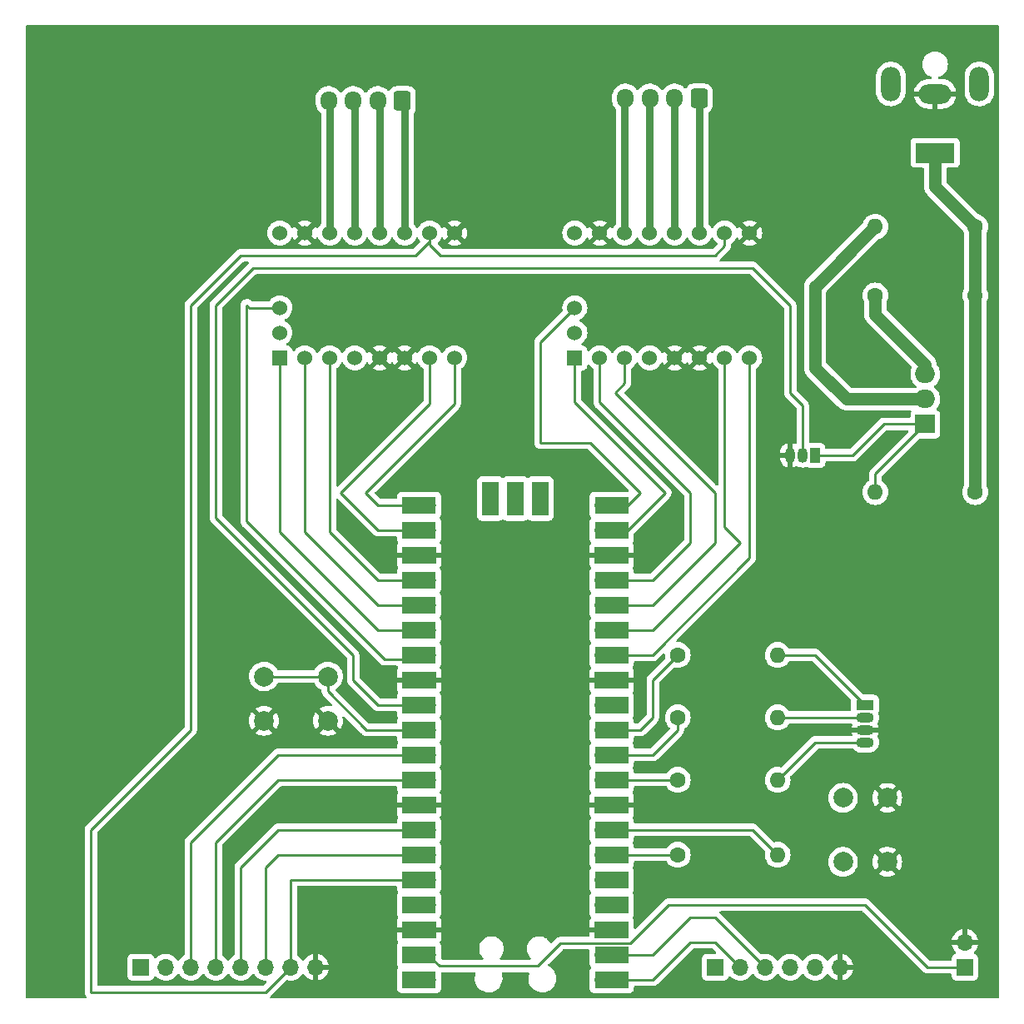
<source format=gbr>
%TF.GenerationSoftware,KiCad,Pcbnew,6.0.8-f2edbf62ab~116~ubuntu22.04.1*%
%TF.CreationDate,2022-10-12T11:28:17-04:00*%
%TF.ProjectId,can-crusher,63616e2d-6372-4757-9368-65722e6b6963,1*%
%TF.SameCoordinates,Original*%
%TF.FileFunction,Copper,L1,Top*%
%TF.FilePolarity,Positive*%
%FSLAX46Y46*%
G04 Gerber Fmt 4.6, Leading zero omitted, Abs format (unit mm)*
G04 Created by KiCad (PCBNEW 6.0.8-f2edbf62ab~116~ubuntu22.04.1) date 2022-10-12 11:28:17*
%MOMM*%
%LPD*%
G01*
G04 APERTURE LIST*
G04 Aperture macros list*
%AMRoundRect*
0 Rectangle with rounded corners*
0 $1 Rounding radius*
0 $2 $3 $4 $5 $6 $7 $8 $9 X,Y pos of 4 corners*
0 Add a 4 corners polygon primitive as box body*
4,1,4,$2,$3,$4,$5,$6,$7,$8,$9,$2,$3,0*
0 Add four circle primitives for the rounded corners*
1,1,$1+$1,$2,$3*
1,1,$1+$1,$4,$5*
1,1,$1+$1,$6,$7*
1,1,$1+$1,$8,$9*
0 Add four rect primitives between the rounded corners*
20,1,$1+$1,$2,$3,$4,$5,0*
20,1,$1+$1,$4,$5,$6,$7,0*
20,1,$1+$1,$6,$7,$8,$9,0*
20,1,$1+$1,$8,$9,$2,$3,0*%
G04 Aperture macros list end*
%TA.AperFunction,ComponentPad*%
%ADD10R,1.800000X1.070000*%
%TD*%
%TA.AperFunction,ComponentPad*%
%ADD11O,1.800000X1.070000*%
%TD*%
%TA.AperFunction,ComponentPad*%
%ADD12R,2.000000X1.905000*%
%TD*%
%TA.AperFunction,ComponentPad*%
%ADD13O,2.000000X1.905000*%
%TD*%
%TA.AperFunction,ComponentPad*%
%ADD14C,1.600000*%
%TD*%
%TA.AperFunction,ComponentPad*%
%ADD15O,1.600000X1.600000*%
%TD*%
%TA.AperFunction,ComponentPad*%
%ADD16RoundRect,0.250000X0.600000X0.725000X-0.600000X0.725000X-0.600000X-0.725000X0.600000X-0.725000X0*%
%TD*%
%TA.AperFunction,ComponentPad*%
%ADD17O,1.700000X1.950000*%
%TD*%
%TA.AperFunction,ComponentPad*%
%ADD18R,1.524000X1.524000*%
%TD*%
%TA.AperFunction,ComponentPad*%
%ADD19C,1.524000*%
%TD*%
%TA.AperFunction,ComponentPad*%
%ADD20R,1.050000X1.500000*%
%TD*%
%TA.AperFunction,ComponentPad*%
%ADD21O,1.050000X1.500000*%
%TD*%
%TA.AperFunction,ComponentPad*%
%ADD22R,1.700000X1.700000*%
%TD*%
%TA.AperFunction,ComponentPad*%
%ADD23O,1.700000X1.700000*%
%TD*%
%TA.AperFunction,ComponentPad*%
%ADD24C,2.000000*%
%TD*%
%TA.AperFunction,SMDPad,CuDef*%
%ADD25R,3.500000X1.700000*%
%TD*%
%TA.AperFunction,SMDPad,CuDef*%
%ADD26R,1.700000X3.500000*%
%TD*%
%TA.AperFunction,ComponentPad*%
%ADD27R,4.000000X2.000000*%
%TD*%
%TA.AperFunction,ComponentPad*%
%ADD28O,3.300000X2.000000*%
%TD*%
%TA.AperFunction,ComponentPad*%
%ADD29O,2.000000X3.500000*%
%TD*%
%TA.AperFunction,ViaPad*%
%ADD30C,0.800000*%
%TD*%
%TA.AperFunction,Conductor*%
%ADD31C,0.760000*%
%TD*%
%TA.AperFunction,Conductor*%
%ADD32C,0.250000*%
%TD*%
%TA.AperFunction,Conductor*%
%ADD33C,1.250000*%
%TD*%
G04 APERTURE END LIST*
D10*
%TO.P,D1,1,BA*%
%TO.N,Net-(D1-Pad1)*%
X182880000Y-120650000D03*
D11*
%TO.P,D1,2,RA*%
%TO.N,Net-(D1-Pad2)*%
X182880000Y-121920000D03*
%TO.P,D1,3,K*%
%TO.N,GND*%
X182880000Y-123190000D03*
%TO.P,D1,4,GA*%
%TO.N,Net-(D1-Pad4)*%
X182880000Y-124460000D03*
%TD*%
D12*
%TO.P,Q1,1,G*%
%TO.N,Net-(Q1-Pad1)*%
X189000000Y-92080000D03*
D13*
%TO.P,Q1,2,D*%
%TO.N,/12V_ON*%
X189000000Y-89540000D03*
%TO.P,Q1,3,S*%
%TO.N,Net-(Q1-Pad3)*%
X189000000Y-87000000D03*
%TD*%
D14*
%TO.P,R1,1*%
%TO.N,Net-(R1-Pad1)*%
X163830000Y-135890000D03*
D15*
%TO.P,R1,2*%
%TO.N,/STEP_TXRX*%
X173990000Y-135890000D03*
%TD*%
D14*
%TO.P,R5,1*%
%TO.N,+12V*%
X194080000Y-72000000D03*
D15*
%TO.P,R5,2*%
%TO.N,/12V_ON*%
X183920000Y-72000000D03*
%TD*%
D16*
%TO.P,J1,1,Pin_1*%
%TO.N,Net-(J1-Pad1)*%
X166000000Y-58945000D03*
D17*
%TO.P,J1,2,Pin_2*%
%TO.N,Net-(J1-Pad2)*%
X163500000Y-58945000D03*
%TO.P,J1,3,Pin_3*%
%TO.N,Net-(J1-Pad3)*%
X161000000Y-58945000D03*
%TO.P,J1,4,Pin_4*%
%TO.N,Net-(J1-Pad4)*%
X158500000Y-58945000D03*
%TD*%
D18*
%TO.P,U1,1,EN*%
%TO.N,Net-(U1-Pad1)*%
X153362500Y-85350000D03*
D19*
%TO.P,U1,2,MS1*%
%TO.N,Net-(U1-Pad2)*%
X155902500Y-85350000D03*
%TO.P,U1,3,MS2*%
%TO.N,Net-(U1-Pad3)*%
X158442500Y-85350000D03*
%TO.P,U1,4,PDN*%
%TO.N,/STEP_TXRX*%
X160982500Y-85350000D03*
%TO.P,U1,5,PDN*%
%TO.N,GND*%
X163522500Y-85350000D03*
%TO.P,U1,6,CLK*%
X166062500Y-85350000D03*
%TO.P,U1,7,STEP*%
%TO.N,Net-(U1-Pad7)*%
X168602500Y-85350000D03*
%TO.P,U1,8,DIR*%
%TO.N,Net-(U1-Pad8)*%
X171142500Y-85350000D03*
%TO.P,U1,9,GND*%
%TO.N,GND*%
X171142500Y-72650000D03*
%TO.P,U1,10,VDD*%
%TO.N,+3.3V*%
X168602500Y-72650000D03*
%TO.P,U1,11,B2*%
%TO.N,Net-(J1-Pad1)*%
X166062500Y-72650000D03*
%TO.P,U1,12,B1*%
%TO.N,Net-(J1-Pad2)*%
X163522500Y-72650000D03*
%TO.P,U1,13,A2*%
%TO.N,Net-(J1-Pad3)*%
X160982500Y-72650000D03*
%TO.P,U1,14,A1*%
%TO.N,Net-(J1-Pad4)*%
X158442500Y-72650000D03*
%TO.P,U1,15,GND*%
%TO.N,GND*%
X155902500Y-72650000D03*
%TO.P,U1,16,VM*%
%TO.N,/12V_ON*%
X153362500Y-72650000D03*
%TO.P,U1,17,DIAG*%
%TO.N,Net-(U1-Pad17)*%
X153362500Y-80270000D03*
%TO.P,U1,18,VREF*%
%TO.N,unconnected-(U1-Pad18)*%
X153362500Y-82810000D03*
%TD*%
D14*
%TO.P,R4,1*%
%TO.N,Net-(R4-Pad1)*%
X163830000Y-115570000D03*
D15*
%TO.P,R4,2*%
%TO.N,Net-(D1-Pad1)*%
X173990000Y-115570000D03*
%TD*%
D20*
%TO.P,Q2,1,D*%
%TO.N,Net-(Q1-Pad1)*%
X177800000Y-95250000D03*
D21*
%TO.P,Q2,2,G*%
%TO.N,Net-(Q2-Pad2)*%
X176530000Y-95250000D03*
%TO.P,Q2,3,S*%
%TO.N,GND*%
X175260000Y-95250000D03*
%TD*%
D14*
%TO.P,R3,1*%
%TO.N,Net-(R3-Pad1)*%
X163830000Y-121920000D03*
D15*
%TO.P,R3,2*%
%TO.N,Net-(D1-Pad2)*%
X173990000Y-121920000D03*
%TD*%
D14*
%TO.P,R7,1*%
%TO.N,Net-(Q1-Pad3)*%
X183920000Y-79000000D03*
D15*
%TO.P,R7,2*%
%TO.N,+12V*%
X194080000Y-79000000D03*
%TD*%
D22*
%TO.P,J2,1,Pin_1*%
%TO.N,unconnected-(J2-Pad1)*%
X167640000Y-147320000D03*
D23*
%TO.P,J2,2,Pin_2*%
%TO.N,Net-(J2-Pad2)*%
X170180000Y-147320000D03*
%TO.P,J2,3,Pin_3*%
%TO.N,Net-(J2-Pad3)*%
X172720000Y-147320000D03*
%TO.P,J2,4,Pin_4*%
%TO.N,unconnected-(J2-Pad4)*%
X175260000Y-147320000D03*
%TO.P,J2,5,Pin_5*%
%TO.N,unconnected-(J2-Pad5)*%
X177800000Y-147320000D03*
%TO.P,J2,6,Pin_6*%
%TO.N,GND*%
X180340000Y-147320000D03*
%TD*%
D24*
%TO.P,SW2,1,1*%
%TO.N,GND*%
X185130000Y-136600000D03*
X185130000Y-130100000D03*
%TO.P,SW2,2,2*%
%TO.N,Net-(SW2-Pad2)*%
X180630000Y-136600000D03*
X180630000Y-130100000D03*
%TD*%
D14*
%TO.P,R2,1*%
%TO.N,Net-(R2-Pad1)*%
X163830000Y-128270000D03*
D15*
%TO.P,R2,2*%
%TO.N,Net-(D1-Pad4)*%
X173990000Y-128270000D03*
%TD*%
D22*
%TO.P,J6,1,Pin_1*%
%TO.N,Net-(J6-Pad1)*%
X109220000Y-147320000D03*
D23*
%TO.P,J6,2,Pin_2*%
%TO.N,Net-(J6-Pad2)*%
X111760000Y-147320000D03*
%TO.P,J6,3,Pin_3*%
%TO.N,Net-(J6-Pad3)*%
X114300000Y-147320000D03*
%TO.P,J6,4,Pin_4*%
%TO.N,Net-(J6-Pad4)*%
X116840000Y-147320000D03*
%TO.P,J6,5,Pin_5*%
%TO.N,Net-(J6-Pad5)*%
X119380000Y-147320000D03*
%TO.P,J6,6,Pin_6*%
%TO.N,Net-(J6-Pad6)*%
X121920000Y-147320000D03*
%TO.P,J6,7,Pin_7*%
%TO.N,+3.3V*%
X124460000Y-147320000D03*
%TO.P,J6,8,Pin_8*%
%TO.N,GND*%
X127000000Y-147320000D03*
%TD*%
%TO.P,U2,1,GPIO0*%
%TO.N,Net-(J2-Pad2)*%
X156210000Y-148590000D03*
D25*
X157110000Y-148590000D03*
%TO.P,U2,2,GPIO1*%
%TO.N,Net-(J2-Pad3)*%
X157110000Y-146050000D03*
D23*
X156210000Y-146050000D03*
D25*
%TO.P,U2,3,GND*%
%TO.N,GND*%
X157110000Y-143510000D03*
D22*
X156210000Y-143510000D03*
D25*
%TO.P,U2,4,GPIO2*%
%TO.N,Net-(J6-Pad1)*%
X157110000Y-140970000D03*
D23*
X156210000Y-140970000D03*
%TO.P,U2,5,GPIO3*%
%TO.N,Net-(J6-Pad2)*%
X156210000Y-138430000D03*
D25*
X157110000Y-138430000D03*
%TO.P,U2,6,GPIO4*%
%TO.N,Net-(R1-Pad1)*%
X157110000Y-135890000D03*
D23*
X156210000Y-135890000D03*
D25*
%TO.P,U2,7,GPIO5*%
%TO.N,/STEP_TXRX*%
X157110000Y-133350000D03*
D23*
X156210000Y-133350000D03*
D25*
%TO.P,U2,8,GND*%
%TO.N,GND*%
X157110000Y-130810000D03*
D22*
X156210000Y-130810000D03*
D25*
%TO.P,U2,9,GPIO6*%
%TO.N,Net-(R2-Pad1)*%
X157110000Y-128270000D03*
D23*
X156210000Y-128270000D03*
D25*
%TO.P,U2,10,GPIO7*%
%TO.N,Net-(R3-Pad1)*%
X157110000Y-125730000D03*
D23*
X156210000Y-125730000D03*
%TO.P,U2,11,GPIO8*%
%TO.N,Net-(R4-Pad1)*%
X156210000Y-123190000D03*
D25*
X157110000Y-123190000D03*
D23*
%TO.P,U2,12,GPIO9*%
%TO.N,Net-(SW2-Pad2)*%
X156210000Y-120650000D03*
D25*
X157110000Y-120650000D03*
D22*
%TO.P,U2,13,GND*%
%TO.N,GND*%
X156210000Y-118110000D03*
D25*
X157110000Y-118110000D03*
%TO.P,U2,14,GPIO10*%
%TO.N,Net-(U1-Pad8)*%
X157110000Y-115570000D03*
D23*
X156210000Y-115570000D03*
%TO.P,U2,15,GPIO11*%
%TO.N,Net-(U1-Pad7)*%
X156210000Y-113030000D03*
D25*
X157110000Y-113030000D03*
%TO.P,U2,16,GPIO12*%
%TO.N,Net-(U1-Pad3)*%
X157110000Y-110490000D03*
D23*
X156210000Y-110490000D03*
D25*
%TO.P,U2,17,GPIO13*%
%TO.N,Net-(U1-Pad2)*%
X157110000Y-107950000D03*
D23*
X156210000Y-107950000D03*
D25*
%TO.P,U2,18,GND*%
%TO.N,GND*%
X157110000Y-105410000D03*
D22*
X156210000Y-105410000D03*
D25*
%TO.P,U2,19,GPIO14*%
%TO.N,Net-(U1-Pad1)*%
X157110000Y-102870000D03*
D23*
X156210000Y-102870000D03*
D25*
%TO.P,U2,20,GPIO15*%
%TO.N,Net-(U1-Pad17)*%
X157110000Y-100330000D03*
D23*
X156210000Y-100330000D03*
%TO.P,U2,21,GPIO16*%
%TO.N,Net-(U2-Pad21)*%
X138430000Y-100330000D03*
D25*
X137530000Y-100330000D03*
D23*
%TO.P,U2,22,GPIO17*%
%TO.N,Net-(U2-Pad22)*%
X138430000Y-102870000D03*
D25*
X137530000Y-102870000D03*
D22*
%TO.P,U2,23,GND*%
%TO.N,GND*%
X138430000Y-105410000D03*
D25*
X137530000Y-105410000D03*
%TO.P,U2,24,GPIO18*%
%TO.N,Net-(U2-Pad24)*%
X137530000Y-107950000D03*
D23*
X138430000Y-107950000D03*
D25*
%TO.P,U2,25,GPIO19*%
%TO.N,Net-(U2-Pad25)*%
X137530000Y-110490000D03*
D23*
X138430000Y-110490000D03*
%TO.P,U2,26,GPIO20*%
%TO.N,Net-(U2-Pad26)*%
X138430000Y-113030000D03*
D25*
X137530000Y-113030000D03*
%TO.P,U2,27,GPIO21*%
%TO.N,Net-(U2-Pad27)*%
X137530000Y-115570000D03*
D23*
X138430000Y-115570000D03*
D22*
%TO.P,U2,28,GND*%
%TO.N,GND*%
X138430000Y-118110000D03*
D25*
X137530000Y-118110000D03*
D23*
%TO.P,U2,29,GPIO22*%
%TO.N,Net-(Q2-Pad2)*%
X138430000Y-120650000D03*
D25*
X137530000Y-120650000D03*
%TO.P,U2,30,RUN*%
%TO.N,Net-(SW1-Pad1)*%
X137530000Y-123190000D03*
D23*
X138430000Y-123190000D03*
%TO.P,U2,31,GPIO26_ADC0*%
%TO.N,Net-(J6-Pad3)*%
X138430000Y-125730000D03*
D25*
X137530000Y-125730000D03*
%TO.P,U2,32,GPIO27_ADC1*%
%TO.N,Net-(J6-Pad4)*%
X137530000Y-128270000D03*
D23*
X138430000Y-128270000D03*
D22*
%TO.P,U2,33,AGND*%
%TO.N,GND*%
X138430000Y-130810000D03*
D25*
X137530000Y-130810000D03*
D23*
%TO.P,U2,34,GPIO28_ADC2*%
%TO.N,Net-(J6-Pad5)*%
X138430000Y-133350000D03*
D25*
X137530000Y-133350000D03*
D23*
%TO.P,U2,35,ADC_VREF*%
%TO.N,Net-(J6-Pad6)*%
X138430000Y-135890000D03*
D25*
X137530000Y-135890000D03*
D23*
%TO.P,U2,36,3V3*%
%TO.N,+3.3V*%
X138430000Y-138430000D03*
D25*
X137530000Y-138430000D03*
D23*
%TO.P,U2,37,3V3_EN*%
%TO.N,unconnected-(U2-Pad37)*%
X138430000Y-140970000D03*
D25*
X137530000Y-140970000D03*
%TO.P,U2,38,GND*%
%TO.N,GND*%
X137530000Y-143510000D03*
D22*
X138430000Y-143510000D03*
D25*
%TO.P,U2,39,VSYS*%
%TO.N,VCC*%
X137530000Y-146050000D03*
D23*
X138430000Y-146050000D03*
D25*
%TO.P,U2,40,VBUS*%
%TO.N,unconnected-(U2-Pad40)*%
X137530000Y-148590000D03*
D23*
X138430000Y-148590000D03*
%TO.P,U2,41,SWCLK*%
%TO.N,unconnected-(U2-Pad41)*%
X149860000Y-100560000D03*
D26*
X149860000Y-99660000D03*
%TO.P,U2,42,GND*%
%TO.N,unconnected-(U2-Pad42)*%
X147320000Y-99660000D03*
D22*
X147320000Y-100560000D03*
D23*
%TO.P,U2,43,SWDIO*%
%TO.N,unconnected-(U2-Pad43)*%
X144780000Y-100560000D03*
D26*
X144780000Y-99660000D03*
%TD*%
D27*
%TO.P,J5,1*%
%TO.N,+12V*%
X190000000Y-64500000D03*
D28*
%TO.P,J5,2*%
%TO.N,GND*%
X190000000Y-58500000D03*
D29*
%TO.P,J5,MP*%
%TO.N,N/C*%
X194500000Y-57500000D03*
X185500000Y-57500000D03*
%TD*%
D14*
%TO.P,R6,1*%
%TO.N,+12V*%
X194080000Y-99000000D03*
D15*
%TO.P,R6,2*%
%TO.N,Net-(Q1-Pad1)*%
X183920000Y-99000000D03*
%TD*%
D16*
%TO.P,J4,1,Pin_1*%
%TO.N,Net-(J4-Pad1)*%
X135830000Y-59199000D03*
D17*
%TO.P,J4,2,Pin_2*%
%TO.N,Net-(J4-Pad2)*%
X133330000Y-59199000D03*
%TO.P,J4,3,Pin_3*%
%TO.N,Net-(J4-Pad3)*%
X130830000Y-59199000D03*
%TO.P,J4,4,Pin_4*%
%TO.N,Net-(J4-Pad4)*%
X128330000Y-59199000D03*
%TD*%
D18*
%TO.P,U3,1,EN*%
%TO.N,Net-(U2-Pad26)*%
X123362500Y-85350000D03*
D19*
%TO.P,U3,2,MS1*%
%TO.N,Net-(U2-Pad25)*%
X125902500Y-85350000D03*
%TO.P,U3,3,MS2*%
%TO.N,Net-(U2-Pad24)*%
X128442500Y-85350000D03*
%TO.P,U3,4,PDN*%
%TO.N,/STEP_TXRX*%
X130982500Y-85350000D03*
%TO.P,U3,5,PDN*%
%TO.N,GND*%
X133522500Y-85350000D03*
%TO.P,U3,6,CLK*%
X136062500Y-85350000D03*
%TO.P,U3,7,STEP*%
%TO.N,Net-(U2-Pad22)*%
X138602500Y-85350000D03*
%TO.P,U3,8,DIR*%
%TO.N,Net-(U2-Pad21)*%
X141142500Y-85350000D03*
%TO.P,U3,9,GND*%
%TO.N,GND*%
X141142500Y-72650000D03*
%TO.P,U3,10,VDD*%
%TO.N,+3.3V*%
X138602500Y-72650000D03*
%TO.P,U3,11,B2*%
%TO.N,Net-(J4-Pad1)*%
X136062500Y-72650000D03*
%TO.P,U3,12,B1*%
%TO.N,Net-(J4-Pad2)*%
X133522500Y-72650000D03*
%TO.P,U3,13,A2*%
%TO.N,Net-(J4-Pad3)*%
X130982500Y-72650000D03*
%TO.P,U3,14,A1*%
%TO.N,Net-(J4-Pad4)*%
X128442500Y-72650000D03*
%TO.P,U3,15,GND*%
%TO.N,GND*%
X125902500Y-72650000D03*
%TO.P,U3,16,VM*%
%TO.N,/12V_ON*%
X123362500Y-72650000D03*
%TO.P,U3,17,DIAG*%
%TO.N,Net-(U2-Pad27)*%
X123362500Y-80270000D03*
%TO.P,U3,18,VREF*%
%TO.N,unconnected-(U3-Pad18)*%
X123362500Y-82810000D03*
%TD*%
D24*
%TO.P,SW1,1,1*%
%TO.N,Net-(SW1-Pad1)*%
X121750000Y-117750000D03*
X128250000Y-117750000D03*
%TO.P,SW1,2,2*%
%TO.N,GND*%
X121750000Y-122250000D03*
X128250000Y-122250000D03*
%TD*%
D22*
%TO.P,J3,1,Pin_1*%
%TO.N,VCC*%
X193040000Y-147320000D03*
D23*
%TO.P,J3,2,Pin_2*%
%TO.N,GND*%
X193040000Y-144780000D03*
%TD*%
D30*
%TO.N,GND*%
X144780000Y-128270000D03*
X149860000Y-120650000D03*
X148590000Y-114300000D03*
X173990000Y-138430000D03*
X129540000Y-140970000D03*
X181610000Y-102870000D03*
X190500000Y-118110000D03*
X101600000Y-121920000D03*
X102870000Y-81280000D03*
X116840000Y-59690000D03*
X113030000Y-69850000D03*
X147320000Y-81280000D03*
X121920000Y-111760000D03*
X104140000Y-92710000D03*
X109220000Y-119380000D03*
X100330000Y-144780000D03*
X193040000Y-135890000D03*
X177800000Y-107950000D03*
X190500000Y-107950000D03*
X177800000Y-59690000D03*
X147320000Y-59690000D03*
X105410000Y-59690000D03*
%TO.N,/12V_ON*%
X177800000Y-78120000D03*
%TD*%
D31*
%TO.N,Net-(J1-Pad1)*%
X166062500Y-72650000D02*
X166062500Y-59007500D01*
%TO.N,Net-(J1-Pad2)*%
X163522500Y-72650000D02*
X163522500Y-58967500D01*
D32*
X163522500Y-58967500D02*
X163500000Y-58945000D01*
D31*
%TO.N,Net-(J1-Pad3)*%
X160982500Y-72650000D02*
X160982500Y-58962500D01*
%TO.N,Net-(J1-Pad4)*%
X158442500Y-72650000D02*
X158442500Y-59002500D01*
D32*
X158442500Y-59002500D02*
X158500000Y-58945000D01*
%TO.N,Net-(J2-Pad2)*%
X161290000Y-148590000D02*
X165100000Y-144780000D01*
X165100000Y-144780000D02*
X167640000Y-144780000D01*
X156210000Y-148590000D02*
X161290000Y-148590000D01*
X167640000Y-144780000D02*
X170180000Y-147320000D01*
%TO.N,Net-(J2-Pad3)*%
X167640000Y-142240000D02*
X172720000Y-147320000D01*
X161290000Y-146050000D02*
X165100000Y-142240000D01*
X165100000Y-142240000D02*
X167640000Y-142240000D01*
X156210000Y-146050000D02*
X161290000Y-146050000D01*
%TO.N,VCC*%
X149580993Y-147184999D02*
X139564999Y-147184999D01*
X182880000Y-140970000D02*
X162900000Y-140970000D01*
X193040000Y-147320000D02*
X189230000Y-147320000D01*
X139564999Y-147184999D02*
X138430000Y-146050000D01*
X189230000Y-147320000D02*
X182880000Y-140970000D01*
X151890992Y-144875000D02*
X149580993Y-147184999D01*
X158995000Y-144875000D02*
X151890992Y-144875000D01*
X162900000Y-140970000D02*
X158995000Y-144875000D01*
D31*
%TO.N,Net-(J4-Pad1)*%
X136062500Y-72650000D02*
X136062500Y-59431500D01*
D32*
%TO.N,Net-(J4-Pad2)*%
X133522500Y-59391500D02*
X133330000Y-59199000D01*
D31*
X133522500Y-72650000D02*
X133522500Y-59391500D01*
%TO.N,Net-(J4-Pad3)*%
X130982500Y-72650000D02*
X130982500Y-59351500D01*
D32*
%TO.N,Net-(J4-Pad4)*%
X128442500Y-59311500D02*
X128330000Y-59199000D01*
D31*
X128442500Y-72650000D02*
X128442500Y-59311500D01*
D33*
%TO.N,+12V*%
X194080000Y-72000000D02*
X194080000Y-79000000D01*
X190000000Y-67920000D02*
X194080000Y-72000000D01*
X194080000Y-79000000D02*
X194080000Y-99000000D01*
X190000000Y-64500000D02*
X190000000Y-67920000D01*
D32*
%TO.N,Net-(J6-Pad3)*%
X123190000Y-125730000D02*
X114300000Y-134620000D01*
X114300000Y-134620000D02*
X114300000Y-147320000D01*
X138430000Y-125730000D02*
X123190000Y-125730000D01*
%TO.N,Net-(J6-Pad4)*%
X116840000Y-134620000D02*
X116840000Y-147320000D01*
X138430000Y-128270000D02*
X123190000Y-128270000D01*
X123190000Y-128270000D02*
X116840000Y-134620000D01*
%TO.N,Net-(J6-Pad5)*%
X123190000Y-133350000D02*
X119380000Y-137160000D01*
X138430000Y-133350000D02*
X123190000Y-133350000D01*
X119380000Y-137160000D02*
X119380000Y-147320000D01*
%TO.N,Net-(J6-Pad6)*%
X121920000Y-137160000D02*
X121920000Y-147320000D01*
X138430000Y-135890000D02*
X123190000Y-135890000D01*
X123190000Y-135890000D02*
X121920000Y-137160000D01*
%TO.N,+3.3V*%
X138602500Y-73832500D02*
X138602500Y-72650000D01*
X168602500Y-73967500D02*
X167640000Y-74930000D01*
X167640000Y-74930000D02*
X139700000Y-74930000D01*
X138602500Y-73487500D02*
X138602500Y-72650000D01*
X114300000Y-80010000D02*
X119380000Y-74930000D01*
X139700000Y-74930000D02*
X138602500Y-73832500D01*
X124460000Y-138430000D02*
X124460000Y-147320000D01*
X138430000Y-138430000D02*
X124460000Y-138430000D01*
X168602500Y-72650000D02*
X168602500Y-73967500D01*
X121920000Y-149860000D02*
X104140000Y-149860000D01*
X114300000Y-123190000D02*
X114300000Y-80010000D01*
X137160000Y-74930000D02*
X138602500Y-73487500D01*
X124460000Y-147320000D02*
X121920000Y-149860000D01*
X104140000Y-133350000D02*
X114300000Y-123190000D01*
X119380000Y-74930000D02*
X137160000Y-74930000D01*
X104140000Y-149860000D02*
X104140000Y-133350000D01*
%TO.N,Net-(Q1-Pad1)*%
X183920000Y-99000000D02*
X183920000Y-97160000D01*
X181610000Y-95250000D02*
X184780000Y-92080000D01*
X177800000Y-95250000D02*
X181610000Y-95250000D01*
X183920000Y-97160000D02*
X189000000Y-92080000D01*
X184780000Y-92080000D02*
X189000000Y-92080000D01*
D33*
%TO.N,/12V_ON*%
X177800000Y-86360000D02*
X177800000Y-78120000D01*
X183920000Y-72000000D02*
X177920000Y-78000000D01*
X189000000Y-89540000D02*
X180980000Y-89540000D01*
X180980000Y-89540000D02*
X177800000Y-86360000D01*
X177800000Y-78120000D02*
X177920000Y-78000000D01*
%TO.N,Net-(Q1-Pad3)*%
X183920000Y-80920000D02*
X189000000Y-86000000D01*
X189000000Y-86000000D02*
X189000000Y-87000000D01*
X183920000Y-79000000D02*
X183920000Y-80920000D01*
D32*
%TO.N,Net-(Q2-Pad2)*%
X175260000Y-80010000D02*
X175260000Y-88900000D01*
X133350000Y-120650000D02*
X130810000Y-118110000D01*
X171450000Y-76200000D02*
X175260000Y-80010000D01*
X116840000Y-101600000D02*
X116840000Y-80010000D01*
X175260000Y-88900000D02*
X176530000Y-90170000D01*
X120650000Y-76200000D02*
X171450000Y-76200000D01*
X176530000Y-90170000D02*
X176530000Y-95250000D01*
X138430000Y-120650000D02*
X133350000Y-120650000D01*
X130810000Y-115570000D02*
X116840000Y-101600000D01*
X116840000Y-80010000D02*
X120650000Y-76200000D01*
X130810000Y-118110000D02*
X130810000Y-115570000D01*
%TO.N,Net-(R1-Pad1)*%
X156210000Y-135890000D02*
X163830000Y-135890000D01*
%TO.N,/STEP_TXRX*%
X171450000Y-133350000D02*
X173990000Y-135890000D01*
X156210000Y-133350000D02*
X171450000Y-133350000D01*
%TO.N,Net-(R2-Pad1)*%
X156210000Y-128270000D02*
X163830000Y-128270000D01*
%TO.N,Net-(R3-Pad1)*%
X163830000Y-123190000D02*
X163830000Y-121920000D01*
X161290000Y-125730000D02*
X163830000Y-123190000D01*
X156210000Y-125730000D02*
X161290000Y-125730000D01*
%TO.N,Net-(R4-Pad1)*%
X156210000Y-123190000D02*
X160020000Y-123190000D01*
X161290000Y-118110000D02*
X163830000Y-115570000D01*
X161290000Y-121920000D02*
X161290000Y-118110000D01*
X160020000Y-123190000D02*
X161290000Y-121920000D01*
%TO.N,Net-(SW1-Pad1)*%
X138430000Y-123190000D02*
X132190000Y-123190000D01*
X132190000Y-123190000D02*
X128250000Y-119250000D01*
X128250000Y-119250000D02*
X128250000Y-117750000D01*
X128250000Y-117750000D02*
X121750000Y-117750000D01*
%TO.N,Net-(U1-Pad1)*%
X156210000Y-102870000D02*
X158750000Y-102870000D01*
X158750000Y-102870000D02*
X162560000Y-99060000D01*
X153362500Y-89862500D02*
X153362500Y-85350000D01*
X162560000Y-99060000D02*
X153362500Y-89862500D01*
%TO.N,Net-(U1-Pad2)*%
X156210000Y-107950000D02*
X161290000Y-107950000D01*
X155902500Y-89862500D02*
X155902500Y-85350000D01*
X161290000Y-107950000D02*
X165100000Y-104140000D01*
X165100000Y-104140000D02*
X165100000Y-99060000D01*
X165100000Y-99060000D02*
X155902500Y-89862500D01*
%TO.N,Net-(U1-Pad3)*%
X161290000Y-110490000D02*
X167640000Y-104140000D01*
X167640000Y-104140000D02*
X167640000Y-99060000D01*
X156210000Y-110490000D02*
X161290000Y-110490000D01*
X167640000Y-99060000D02*
X157480000Y-88900000D01*
X157480000Y-88900000D02*
X158442500Y-87937500D01*
X158442500Y-87937500D02*
X158442500Y-85350000D01*
%TO.N,Net-(U1-Pad7)*%
X156210000Y-113030000D02*
X161290000Y-113030000D01*
X161290000Y-113030000D02*
X170180000Y-104140000D01*
X170180000Y-104140000D02*
X168602500Y-102562500D01*
X168602500Y-102562500D02*
X168602500Y-85350000D01*
%TO.N,Net-(U1-Pad8)*%
X171142500Y-105717500D02*
X171142500Y-85350000D01*
X156210000Y-115570000D02*
X161290000Y-115570000D01*
X161290000Y-115570000D02*
X171142500Y-105717500D01*
%TO.N,Net-(U1-Pad17)*%
X149860000Y-83772500D02*
X153362500Y-80270000D01*
X158750000Y-100330000D02*
X160020000Y-99060000D01*
X154940000Y-93980000D02*
X149860000Y-93980000D01*
X160020000Y-99060000D02*
X154940000Y-93980000D01*
X156210000Y-100330000D02*
X158750000Y-100330000D01*
X149860000Y-93980000D02*
X149860000Y-83772500D01*
%TO.N,Net-(U2-Pad21)*%
X141142500Y-89997500D02*
X141142500Y-85350000D01*
X133350000Y-100330000D02*
X132080000Y-99060000D01*
X132080000Y-99060000D02*
X141142500Y-89997500D01*
X138430000Y-100330000D02*
X133350000Y-100330000D01*
%TO.N,Net-(U2-Pad22)*%
X138430000Y-102870000D02*
X133350000Y-102870000D01*
X129540000Y-99060000D02*
X138602500Y-89997500D01*
X138602500Y-89997500D02*
X138602500Y-85350000D01*
X133350000Y-102870000D02*
X129540000Y-99060000D01*
%TO.N,Net-(U2-Pad24)*%
X133350000Y-107950000D02*
X128442500Y-103042500D01*
X128442500Y-103042500D02*
X128442500Y-85350000D01*
X138430000Y-107950000D02*
X133350000Y-107950000D01*
%TO.N,Net-(U2-Pad25)*%
X138430000Y-110490000D02*
X133350000Y-110490000D01*
X125902500Y-103042500D02*
X125902500Y-85350000D01*
X133350000Y-110490000D02*
X125902500Y-103042500D01*
%TO.N,Net-(U2-Pad26)*%
X133350000Y-113030000D02*
X123362500Y-103042500D01*
X123362500Y-103042500D02*
X123362500Y-85350000D01*
X138430000Y-113030000D02*
X133350000Y-113030000D01*
%TO.N,Net-(U2-Pad27)*%
X123362500Y-80270000D02*
X120270000Y-80270000D01*
X134000000Y-116000000D02*
X138000000Y-116000000D01*
X120270000Y-80270000D02*
X120000000Y-80000000D01*
X138000000Y-116000000D02*
X138430000Y-115570000D01*
X120000000Y-102000000D02*
X134000000Y-116000000D01*
X120000000Y-80000000D02*
X120000000Y-102000000D01*
%TO.N,Net-(D1-Pad1)*%
X173990000Y-115570000D02*
X177800000Y-115570000D01*
X177800000Y-115570000D02*
X182880000Y-120650000D01*
%TO.N,Net-(D1-Pad2)*%
X173990000Y-121920000D02*
X182880000Y-121920000D01*
%TO.N,Net-(D1-Pad4)*%
X177800000Y-124460000D02*
X182880000Y-124460000D01*
X173990000Y-128270000D02*
X177800000Y-124460000D01*
%TD*%
%TA.AperFunction,Conductor*%
%TO.N,GND*%
G36*
X196433621Y-51528502D02*
G01*
X196480114Y-51582158D01*
X196491500Y-51634500D01*
X196491500Y-150365500D01*
X196471498Y-150433621D01*
X196417842Y-150480114D01*
X196365500Y-150491500D01*
X122488594Y-150491500D01*
X122420473Y-150471498D01*
X122373980Y-150417842D01*
X122363876Y-150347568D01*
X122393370Y-150282988D01*
X122399499Y-150276405D01*
X123187770Y-149488134D01*
X135271500Y-149488134D01*
X135278255Y-149550316D01*
X135329385Y-149686705D01*
X135416739Y-149803261D01*
X135533295Y-149890615D01*
X135669684Y-149941745D01*
X135731866Y-149948500D01*
X138400826Y-149948500D01*
X138405443Y-149948585D01*
X138486673Y-149951564D01*
X138486677Y-149951564D01*
X138491837Y-149951753D01*
X138496957Y-149951097D01*
X138496959Y-149951097D01*
X138509261Y-149949521D01*
X138525271Y-149948500D01*
X139328134Y-149948500D01*
X139390316Y-149941745D01*
X139526705Y-149890615D01*
X139643261Y-149803261D01*
X139730615Y-149686705D01*
X139781745Y-149550316D01*
X139788500Y-149488134D01*
X139788500Y-148687856D01*
X139789578Y-148671409D01*
X139791092Y-148659908D01*
X139791529Y-148656590D01*
X139791611Y-148653240D01*
X139793074Y-148593365D01*
X139793074Y-148593361D01*
X139793156Y-148590000D01*
X139788924Y-148538524D01*
X139788500Y-148528200D01*
X139788500Y-147944499D01*
X139808502Y-147876378D01*
X139862158Y-147829885D01*
X139914500Y-147818499D01*
X143145467Y-147818499D01*
X143213588Y-147838501D01*
X143260081Y-147892157D01*
X143270185Y-147962431D01*
X143266885Y-147978171D01*
X143225060Y-148128990D01*
X143206707Y-148195169D01*
X143182095Y-148425469D01*
X143182392Y-148430622D01*
X143182392Y-148430625D01*
X143191775Y-148593365D01*
X143195427Y-148656697D01*
X143196564Y-148661743D01*
X143196565Y-148661749D01*
X143228741Y-148804523D01*
X143246346Y-148882642D01*
X143248288Y-148887424D01*
X143248289Y-148887428D01*
X143330111Y-149088931D01*
X143333484Y-149097237D01*
X143454501Y-149294719D01*
X143606147Y-149469784D01*
X143784349Y-149617730D01*
X143984322Y-149734584D01*
X144200694Y-149817209D01*
X144205760Y-149818240D01*
X144205761Y-149818240D01*
X144213950Y-149819906D01*
X144427656Y-149863385D01*
X144558324Y-149868176D01*
X144653949Y-149871683D01*
X144653953Y-149871683D01*
X144659113Y-149871872D01*
X144664233Y-149871216D01*
X144664235Y-149871216D01*
X144737270Y-149861860D01*
X144888847Y-149842442D01*
X144893795Y-149840957D01*
X144893802Y-149840956D01*
X145105747Y-149777369D01*
X145110690Y-149775886D01*
X145191236Y-149736427D01*
X145314049Y-149676262D01*
X145314052Y-149676260D01*
X145318684Y-149673991D01*
X145507243Y-149539494D01*
X145671303Y-149376005D01*
X145806458Y-149187917D01*
X145823978Y-149152469D01*
X145906784Y-148984922D01*
X145906785Y-148984920D01*
X145909078Y-148980280D01*
X145976408Y-148758671D01*
X146006640Y-148529041D01*
X146007100Y-148510219D01*
X146008245Y-148463365D01*
X146008245Y-148463361D01*
X146008327Y-148460000D01*
X145994946Y-148297240D01*
X145989773Y-148234318D01*
X145989772Y-148234312D01*
X145989349Y-148229167D01*
X145938567Y-148026994D01*
X145934184Y-148009544D01*
X145934183Y-148009540D01*
X145932925Y-148004533D01*
X145928669Y-147994745D01*
X145919847Y-147924298D01*
X145950512Y-147860265D01*
X146010927Y-147822976D01*
X146044217Y-147818499D01*
X148595467Y-147818499D01*
X148663588Y-147838501D01*
X148710081Y-147892157D01*
X148720185Y-147962431D01*
X148716885Y-147978171D01*
X148675060Y-148128990D01*
X148656707Y-148195169D01*
X148632095Y-148425469D01*
X148632392Y-148430622D01*
X148632392Y-148430625D01*
X148641775Y-148593365D01*
X148645427Y-148656697D01*
X148646564Y-148661743D01*
X148646565Y-148661749D01*
X148678741Y-148804523D01*
X148696346Y-148882642D01*
X148698288Y-148887424D01*
X148698289Y-148887428D01*
X148780111Y-149088931D01*
X148783484Y-149097237D01*
X148904501Y-149294719D01*
X149056147Y-149469784D01*
X149234349Y-149617730D01*
X149434322Y-149734584D01*
X149650694Y-149817209D01*
X149655760Y-149818240D01*
X149655761Y-149818240D01*
X149663950Y-149819906D01*
X149877656Y-149863385D01*
X150008324Y-149868176D01*
X150103949Y-149871683D01*
X150103953Y-149871683D01*
X150109113Y-149871872D01*
X150114233Y-149871216D01*
X150114235Y-149871216D01*
X150187270Y-149861860D01*
X150338847Y-149842442D01*
X150343795Y-149840957D01*
X150343802Y-149840956D01*
X150555747Y-149777369D01*
X150560690Y-149775886D01*
X150641236Y-149736427D01*
X150764049Y-149676262D01*
X150764052Y-149676260D01*
X150768684Y-149673991D01*
X150957243Y-149539494D01*
X151121303Y-149376005D01*
X151256458Y-149187917D01*
X151273978Y-149152469D01*
X151356784Y-148984922D01*
X151356785Y-148984920D01*
X151359078Y-148980280D01*
X151426408Y-148758671D01*
X151456640Y-148529041D01*
X151457100Y-148510219D01*
X151458245Y-148463365D01*
X151458245Y-148463361D01*
X151458327Y-148460000D01*
X151444946Y-148297240D01*
X151439773Y-148234318D01*
X151439772Y-148234312D01*
X151439349Y-148229167D01*
X151388567Y-148026994D01*
X151384184Y-148009544D01*
X151384183Y-148009540D01*
X151382925Y-148004533D01*
X151372196Y-147979857D01*
X151292630Y-147796868D01*
X151292628Y-147796865D01*
X151290570Y-147792131D01*
X151164764Y-147597665D01*
X151155559Y-147587548D01*
X151115134Y-147543122D01*
X151008887Y-147426358D01*
X151004836Y-147423159D01*
X151004832Y-147423155D01*
X150831177Y-147286011D01*
X150831172Y-147286008D01*
X150827123Y-147282810D01*
X150822608Y-147280317D01*
X150822595Y-147280309D01*
X150685095Y-147204405D01*
X150635125Y-147153973D01*
X150620353Y-147084530D01*
X150645469Y-147018125D01*
X150656894Y-147005002D01*
X151341682Y-146320215D01*
X152116492Y-145545405D01*
X152178804Y-145511379D01*
X152205587Y-145508500D01*
X154725500Y-145508500D01*
X154793621Y-145528502D01*
X154840114Y-145582158D01*
X154851500Y-145634500D01*
X154851500Y-145970219D01*
X154850787Y-145983607D01*
X154847251Y-146016695D01*
X154847548Y-146021848D01*
X154847548Y-146021851D01*
X154851291Y-146086763D01*
X154851500Y-146094016D01*
X154851500Y-146948134D01*
X154858255Y-147010316D01*
X154909385Y-147146705D01*
X154952629Y-147204405D01*
X154982630Y-147244435D01*
X155007478Y-147310941D01*
X154992425Y-147380324D01*
X154982632Y-147395562D01*
X154909385Y-147493295D01*
X154858255Y-147629684D01*
X154851500Y-147691866D01*
X154851500Y-148510219D01*
X154850787Y-148523607D01*
X154847251Y-148556695D01*
X154847548Y-148561848D01*
X154847548Y-148561851D01*
X154851291Y-148626763D01*
X154851500Y-148634016D01*
X154851500Y-149488134D01*
X154858255Y-149550316D01*
X154909385Y-149686705D01*
X154996739Y-149803261D01*
X155113295Y-149890615D01*
X155249684Y-149941745D01*
X155311866Y-149948500D01*
X156180826Y-149948500D01*
X156185443Y-149948585D01*
X156266673Y-149951564D01*
X156266677Y-149951564D01*
X156271837Y-149951753D01*
X156276957Y-149951097D01*
X156276959Y-149951097D01*
X156289261Y-149949521D01*
X156305271Y-149948500D01*
X158908134Y-149948500D01*
X158970316Y-149941745D01*
X159106705Y-149890615D01*
X159223261Y-149803261D01*
X159310615Y-149686705D01*
X159361745Y-149550316D01*
X159368500Y-149488134D01*
X159368500Y-149349500D01*
X159388502Y-149281379D01*
X159442158Y-149234886D01*
X159494500Y-149223500D01*
X161211233Y-149223500D01*
X161222416Y-149224027D01*
X161229909Y-149225702D01*
X161237835Y-149225453D01*
X161237836Y-149225453D01*
X161297986Y-149223562D01*
X161301945Y-149223500D01*
X161329856Y-149223500D01*
X161333791Y-149223003D01*
X161333856Y-149222995D01*
X161345693Y-149222062D01*
X161377951Y-149221048D01*
X161381970Y-149220922D01*
X161389889Y-149220673D01*
X161409343Y-149215021D01*
X161428700Y-149211013D01*
X161440930Y-149209468D01*
X161440931Y-149209468D01*
X161448797Y-149208474D01*
X161456168Y-149205555D01*
X161456170Y-149205555D01*
X161489912Y-149192196D01*
X161501142Y-149188351D01*
X161535983Y-149178229D01*
X161535984Y-149178229D01*
X161543593Y-149176018D01*
X161550412Y-149171985D01*
X161550417Y-149171983D01*
X161561028Y-149165707D01*
X161578776Y-149157012D01*
X161597617Y-149149552D01*
X161633387Y-149123564D01*
X161643307Y-149117048D01*
X161674535Y-149098580D01*
X161674538Y-149098578D01*
X161681362Y-149094542D01*
X161695683Y-149080221D01*
X161710717Y-149067380D01*
X161720694Y-149060131D01*
X161727107Y-149055472D01*
X161755298Y-149021395D01*
X161763288Y-149012616D01*
X165325499Y-145450405D01*
X165387811Y-145416379D01*
X165414594Y-145413500D01*
X167325406Y-145413500D01*
X167393527Y-145433502D01*
X167414501Y-145450405D01*
X167710501Y-145746405D01*
X167744527Y-145808717D01*
X167739462Y-145879532D01*
X167696915Y-145936368D01*
X167630395Y-145961179D01*
X167621406Y-145961500D01*
X166741866Y-145961500D01*
X166679684Y-145968255D01*
X166543295Y-146019385D01*
X166426739Y-146106739D01*
X166339385Y-146223295D01*
X166288255Y-146359684D01*
X166281500Y-146421866D01*
X166281500Y-148218134D01*
X166288255Y-148280316D01*
X166339385Y-148416705D01*
X166426739Y-148533261D01*
X166543295Y-148620615D01*
X166679684Y-148671745D01*
X166741866Y-148678500D01*
X168538134Y-148678500D01*
X168600316Y-148671745D01*
X168736705Y-148620615D01*
X168853261Y-148533261D01*
X168940615Y-148416705D01*
X168962799Y-148357529D01*
X168984598Y-148299382D01*
X169027240Y-148242618D01*
X169093802Y-148217918D01*
X169163150Y-148233126D01*
X169197817Y-148261114D01*
X169226250Y-148293938D01*
X169302376Y-148357139D01*
X169390891Y-148430625D01*
X169398126Y-148436632D01*
X169591000Y-148549338D01*
X169799692Y-148629030D01*
X169804760Y-148630061D01*
X169804763Y-148630062D01*
X169899862Y-148649410D01*
X170018597Y-148673567D01*
X170023772Y-148673757D01*
X170023774Y-148673757D01*
X170236673Y-148681564D01*
X170236677Y-148681564D01*
X170241837Y-148681753D01*
X170246957Y-148681097D01*
X170246959Y-148681097D01*
X170458288Y-148654025D01*
X170458289Y-148654025D01*
X170463416Y-148653368D01*
X170469546Y-148651529D01*
X170672429Y-148590661D01*
X170672434Y-148590659D01*
X170677384Y-148589174D01*
X170877994Y-148490896D01*
X171059860Y-148361173D01*
X171218096Y-148203489D01*
X171224075Y-148195169D01*
X171348453Y-148022077D01*
X171349776Y-148023028D01*
X171396645Y-147979857D01*
X171466580Y-147967625D01*
X171532026Y-147995144D01*
X171559875Y-148026994D01*
X171575852Y-148053066D01*
X171619987Y-148125088D01*
X171766250Y-148293938D01*
X171842376Y-148357139D01*
X171930891Y-148430625D01*
X171938126Y-148436632D01*
X172131000Y-148549338D01*
X172339692Y-148629030D01*
X172344760Y-148630061D01*
X172344763Y-148630062D01*
X172439862Y-148649410D01*
X172558597Y-148673567D01*
X172563772Y-148673757D01*
X172563774Y-148673757D01*
X172776673Y-148681564D01*
X172776677Y-148681564D01*
X172781837Y-148681753D01*
X172786957Y-148681097D01*
X172786959Y-148681097D01*
X172998288Y-148654025D01*
X172998289Y-148654025D01*
X173003416Y-148653368D01*
X173009546Y-148651529D01*
X173212429Y-148590661D01*
X173212434Y-148590659D01*
X173217384Y-148589174D01*
X173417994Y-148490896D01*
X173599860Y-148361173D01*
X173758096Y-148203489D01*
X173764075Y-148195169D01*
X173888453Y-148022077D01*
X173889776Y-148023028D01*
X173936645Y-147979857D01*
X174006580Y-147967625D01*
X174072026Y-147995144D01*
X174099875Y-148026994D01*
X174115852Y-148053066D01*
X174159987Y-148125088D01*
X174306250Y-148293938D01*
X174382376Y-148357139D01*
X174470891Y-148430625D01*
X174478126Y-148436632D01*
X174671000Y-148549338D01*
X174879692Y-148629030D01*
X174884760Y-148630061D01*
X174884763Y-148630062D01*
X174979862Y-148649410D01*
X175098597Y-148673567D01*
X175103772Y-148673757D01*
X175103774Y-148673757D01*
X175316673Y-148681564D01*
X175316677Y-148681564D01*
X175321837Y-148681753D01*
X175326957Y-148681097D01*
X175326959Y-148681097D01*
X175538288Y-148654025D01*
X175538289Y-148654025D01*
X175543416Y-148653368D01*
X175549546Y-148651529D01*
X175752429Y-148590661D01*
X175752434Y-148590659D01*
X175757384Y-148589174D01*
X175957994Y-148490896D01*
X176139860Y-148361173D01*
X176298096Y-148203489D01*
X176304075Y-148195169D01*
X176428453Y-148022077D01*
X176429776Y-148023028D01*
X176476645Y-147979857D01*
X176546580Y-147967625D01*
X176612026Y-147995144D01*
X176639875Y-148026994D01*
X176655852Y-148053066D01*
X176699987Y-148125088D01*
X176846250Y-148293938D01*
X176922376Y-148357139D01*
X177010891Y-148430625D01*
X177018126Y-148436632D01*
X177211000Y-148549338D01*
X177419692Y-148629030D01*
X177424760Y-148630061D01*
X177424763Y-148630062D01*
X177519862Y-148649410D01*
X177638597Y-148673567D01*
X177643772Y-148673757D01*
X177643774Y-148673757D01*
X177856673Y-148681564D01*
X177856677Y-148681564D01*
X177861837Y-148681753D01*
X177866957Y-148681097D01*
X177866959Y-148681097D01*
X178078288Y-148654025D01*
X178078289Y-148654025D01*
X178083416Y-148653368D01*
X178089546Y-148651529D01*
X178292429Y-148590661D01*
X178292434Y-148590659D01*
X178297384Y-148589174D01*
X178497994Y-148490896D01*
X178679860Y-148361173D01*
X178838096Y-148203489D01*
X178844075Y-148195169D01*
X178968453Y-148022077D01*
X178969640Y-148022930D01*
X179016960Y-147979362D01*
X179086897Y-147967145D01*
X179152338Y-147994678D01*
X179180166Y-148026511D01*
X179237694Y-148120388D01*
X179243777Y-148128699D01*
X179383213Y-148289667D01*
X179390580Y-148296883D01*
X179554434Y-148432916D01*
X179562881Y-148438831D01*
X179746756Y-148546279D01*
X179756042Y-148550729D01*
X179955001Y-148626703D01*
X179964899Y-148629579D01*
X180068250Y-148650606D01*
X180082299Y-148649410D01*
X180086000Y-148639065D01*
X180086000Y-148638517D01*
X180594000Y-148638517D01*
X180598064Y-148652359D01*
X180611478Y-148654393D01*
X180618184Y-148653534D01*
X180628262Y-148651392D01*
X180832255Y-148590191D01*
X180841842Y-148586433D01*
X181033095Y-148492739D01*
X181041945Y-148487464D01*
X181215328Y-148363792D01*
X181223200Y-148357139D01*
X181374052Y-148206812D01*
X181380730Y-148198965D01*
X181505003Y-148026020D01*
X181510313Y-148017183D01*
X181604670Y-147826267D01*
X181608469Y-147816672D01*
X181670377Y-147612910D01*
X181672555Y-147602837D01*
X181673986Y-147591962D01*
X181671775Y-147577778D01*
X181658617Y-147574000D01*
X180612115Y-147574000D01*
X180596876Y-147578475D01*
X180595671Y-147579865D01*
X180594000Y-147587548D01*
X180594000Y-148638517D01*
X180086000Y-148638517D01*
X180086000Y-147047885D01*
X180594000Y-147047885D01*
X180598475Y-147063124D01*
X180599865Y-147064329D01*
X180607548Y-147066000D01*
X181658344Y-147066000D01*
X181671875Y-147062027D01*
X181673180Y-147052947D01*
X181631214Y-146885875D01*
X181627894Y-146876124D01*
X181542972Y-146680814D01*
X181538105Y-146671739D01*
X181422426Y-146492926D01*
X181416136Y-146484757D01*
X181272806Y-146327240D01*
X181265273Y-146320215D01*
X181098139Y-146188222D01*
X181089552Y-146182517D01*
X180903117Y-146079599D01*
X180893705Y-146075369D01*
X180692959Y-146004280D01*
X180682988Y-146001646D01*
X180611837Y-145988972D01*
X180598540Y-145990432D01*
X180594000Y-146004989D01*
X180594000Y-147047885D01*
X180086000Y-147047885D01*
X180086000Y-146003102D01*
X180082082Y-145989758D01*
X180067806Y-145987771D01*
X180029324Y-145993660D01*
X180019288Y-145996051D01*
X179816868Y-146062212D01*
X179807359Y-146066209D01*
X179618463Y-146164542D01*
X179609738Y-146170036D01*
X179439433Y-146297905D01*
X179431726Y-146304748D01*
X179284590Y-146458717D01*
X179278109Y-146466722D01*
X179173498Y-146620074D01*
X179118587Y-146665076D01*
X179048062Y-146673247D01*
X178984315Y-146641993D01*
X178963618Y-146617509D01*
X178882822Y-146492617D01*
X178882820Y-146492614D01*
X178880014Y-146488277D01*
X178729670Y-146323051D01*
X178725619Y-146319852D01*
X178725615Y-146319848D01*
X178558414Y-146187800D01*
X178558410Y-146187798D01*
X178554359Y-146184598D01*
X178549831Y-146182098D01*
X178458007Y-146131409D01*
X178358789Y-146076638D01*
X178353920Y-146074914D01*
X178353916Y-146074912D01*
X178153087Y-146003795D01*
X178153083Y-146003794D01*
X178148212Y-146002069D01*
X178143119Y-146001162D01*
X178143116Y-146001161D01*
X177933373Y-145963800D01*
X177933367Y-145963799D01*
X177928284Y-145962894D01*
X177854452Y-145961992D01*
X177710081Y-145960228D01*
X177710079Y-145960228D01*
X177704911Y-145960165D01*
X177484091Y-145993955D01*
X177271756Y-146063357D01*
X177226794Y-146086763D01*
X177097975Y-146153822D01*
X177073607Y-146166507D01*
X177069474Y-146169610D01*
X177069471Y-146169612D01*
X176899100Y-146297530D01*
X176894965Y-146300635D01*
X176891393Y-146304373D01*
X176783729Y-146417037D01*
X176740629Y-146462138D01*
X176633201Y-146619621D01*
X176578293Y-146664621D01*
X176507768Y-146672792D01*
X176444021Y-146641538D01*
X176423324Y-146617054D01*
X176342822Y-146492617D01*
X176342820Y-146492614D01*
X176340014Y-146488277D01*
X176189670Y-146323051D01*
X176185619Y-146319852D01*
X176185615Y-146319848D01*
X176018414Y-146187800D01*
X176018410Y-146187798D01*
X176014359Y-146184598D01*
X176009831Y-146182098D01*
X175918007Y-146131409D01*
X175818789Y-146076638D01*
X175813920Y-146074914D01*
X175813916Y-146074912D01*
X175613087Y-146003795D01*
X175613083Y-146003794D01*
X175608212Y-146002069D01*
X175603119Y-146001162D01*
X175603116Y-146001161D01*
X175393373Y-145963800D01*
X175393367Y-145963799D01*
X175388284Y-145962894D01*
X175314452Y-145961992D01*
X175170081Y-145960228D01*
X175170079Y-145960228D01*
X175164911Y-145960165D01*
X174944091Y-145993955D01*
X174731756Y-146063357D01*
X174686794Y-146086763D01*
X174557975Y-146153822D01*
X174533607Y-146166507D01*
X174529474Y-146169610D01*
X174529471Y-146169612D01*
X174359100Y-146297530D01*
X174354965Y-146300635D01*
X174351393Y-146304373D01*
X174243729Y-146417037D01*
X174200629Y-146462138D01*
X174093201Y-146619621D01*
X174038293Y-146664621D01*
X173967768Y-146672792D01*
X173904021Y-146641538D01*
X173883324Y-146617054D01*
X173802822Y-146492617D01*
X173802820Y-146492614D01*
X173800014Y-146488277D01*
X173649670Y-146323051D01*
X173645619Y-146319852D01*
X173645615Y-146319848D01*
X173478414Y-146187800D01*
X173478410Y-146187798D01*
X173474359Y-146184598D01*
X173469831Y-146182098D01*
X173378007Y-146131409D01*
X173278789Y-146076638D01*
X173273920Y-146074914D01*
X173273916Y-146074912D01*
X173073087Y-146003795D01*
X173073083Y-146003794D01*
X173068212Y-146002069D01*
X173063119Y-146001162D01*
X173063116Y-146001161D01*
X172853373Y-145963800D01*
X172853367Y-145963799D01*
X172848284Y-145962894D01*
X172774452Y-145961992D01*
X172630081Y-145960228D01*
X172630079Y-145960228D01*
X172624911Y-145960165D01*
X172404091Y-145993955D01*
X172391532Y-145998060D01*
X172320568Y-146000210D01*
X172263294Y-145967389D01*
X168143652Y-141847747D01*
X168136112Y-141839461D01*
X168132000Y-141832982D01*
X168119614Y-141821351D01*
X168083648Y-141760138D01*
X168086485Y-141689198D01*
X168127225Y-141631054D01*
X168192933Y-141604165D01*
X168205866Y-141603500D01*
X182565406Y-141603500D01*
X182633527Y-141623502D01*
X182654501Y-141640405D01*
X188726348Y-147712253D01*
X188733888Y-147720539D01*
X188738000Y-147727018D01*
X188743777Y-147732443D01*
X188787651Y-147773643D01*
X188790493Y-147776398D01*
X188810230Y-147796135D01*
X188813427Y-147798615D01*
X188822447Y-147806318D01*
X188854679Y-147836586D01*
X188861625Y-147840405D01*
X188861628Y-147840407D01*
X188872434Y-147846348D01*
X188888953Y-147857199D01*
X188904959Y-147869614D01*
X188912228Y-147872759D01*
X188912232Y-147872762D01*
X188945537Y-147887174D01*
X188956187Y-147892391D01*
X188994940Y-147913695D01*
X189002615Y-147915666D01*
X189002616Y-147915666D01*
X189014562Y-147918733D01*
X189033267Y-147925137D01*
X189051855Y-147933181D01*
X189059678Y-147934420D01*
X189059688Y-147934423D01*
X189095524Y-147940099D01*
X189107144Y-147942505D01*
X189142289Y-147951528D01*
X189149970Y-147953500D01*
X189170224Y-147953500D01*
X189189934Y-147955051D01*
X189209943Y-147958220D01*
X189217835Y-147957474D01*
X189253961Y-147954059D01*
X189265819Y-147953500D01*
X191555500Y-147953500D01*
X191623621Y-147973502D01*
X191670114Y-148027158D01*
X191681500Y-148079500D01*
X191681500Y-148218134D01*
X191688255Y-148280316D01*
X191739385Y-148416705D01*
X191826739Y-148533261D01*
X191943295Y-148620615D01*
X192079684Y-148671745D01*
X192141866Y-148678500D01*
X193938134Y-148678500D01*
X194000316Y-148671745D01*
X194136705Y-148620615D01*
X194253261Y-148533261D01*
X194340615Y-148416705D01*
X194391745Y-148280316D01*
X194398500Y-148218134D01*
X194398500Y-146421866D01*
X194391745Y-146359684D01*
X194340615Y-146223295D01*
X194253261Y-146106739D01*
X194136705Y-146019385D01*
X194098304Y-146004989D01*
X194017687Y-145974767D01*
X193960923Y-145932125D01*
X193936223Y-145865564D01*
X193951430Y-145796215D01*
X193972977Y-145767535D01*
X194074052Y-145666812D01*
X194080730Y-145658965D01*
X194205003Y-145486020D01*
X194210313Y-145477183D01*
X194304670Y-145286267D01*
X194308469Y-145276672D01*
X194370377Y-145072910D01*
X194372555Y-145062837D01*
X194373986Y-145051962D01*
X194371775Y-145037778D01*
X194358617Y-145034000D01*
X191723225Y-145034000D01*
X191709694Y-145037973D01*
X191708257Y-145047966D01*
X191738565Y-145182446D01*
X191741645Y-145192275D01*
X191821770Y-145389603D01*
X191826413Y-145398794D01*
X191937694Y-145580388D01*
X191943777Y-145588699D01*
X192083213Y-145749667D01*
X192090577Y-145756879D01*
X192095522Y-145760985D01*
X192135156Y-145819889D01*
X192136653Y-145890870D01*
X192099537Y-145951392D01*
X192059264Y-145975910D01*
X191951705Y-146016232D01*
X191951704Y-146016233D01*
X191943295Y-146019385D01*
X191826739Y-146106739D01*
X191739385Y-146223295D01*
X191688255Y-146359684D01*
X191681500Y-146421866D01*
X191681500Y-146560500D01*
X191661498Y-146628621D01*
X191607842Y-146675114D01*
X191555500Y-146686500D01*
X189544594Y-146686500D01*
X189476473Y-146666498D01*
X189455499Y-146649595D01*
X187320088Y-144514183D01*
X191704389Y-144514183D01*
X191705912Y-144522607D01*
X191718292Y-144526000D01*
X192767885Y-144526000D01*
X192783124Y-144521525D01*
X192784329Y-144520135D01*
X192786000Y-144512452D01*
X192786000Y-144507885D01*
X193294000Y-144507885D01*
X193298475Y-144523124D01*
X193299865Y-144524329D01*
X193307548Y-144526000D01*
X194358344Y-144526000D01*
X194371875Y-144522027D01*
X194373180Y-144512947D01*
X194331214Y-144345875D01*
X194327894Y-144336124D01*
X194242972Y-144140814D01*
X194238105Y-144131739D01*
X194122426Y-143952926D01*
X194116136Y-143944757D01*
X193972806Y-143787240D01*
X193965273Y-143780215D01*
X193798139Y-143648222D01*
X193789552Y-143642517D01*
X193603117Y-143539599D01*
X193593705Y-143535369D01*
X193392959Y-143464280D01*
X193382988Y-143461646D01*
X193311837Y-143448972D01*
X193298540Y-143450432D01*
X193294000Y-143464989D01*
X193294000Y-144507885D01*
X192786000Y-144507885D01*
X192786000Y-143463102D01*
X192782082Y-143449758D01*
X192767806Y-143447771D01*
X192729324Y-143453660D01*
X192719288Y-143456051D01*
X192516868Y-143522212D01*
X192507359Y-143526209D01*
X192318463Y-143624542D01*
X192309738Y-143630036D01*
X192139433Y-143757905D01*
X192131726Y-143764748D01*
X191984590Y-143918717D01*
X191978104Y-143926727D01*
X191858098Y-144102649D01*
X191853000Y-144111623D01*
X191763338Y-144304783D01*
X191759775Y-144314470D01*
X191704389Y-144514183D01*
X187320088Y-144514183D01*
X186430447Y-143624542D01*
X183383652Y-140577747D01*
X183376112Y-140569461D01*
X183372000Y-140562982D01*
X183322348Y-140516356D01*
X183319507Y-140513602D01*
X183299770Y-140493865D01*
X183296573Y-140491385D01*
X183287551Y-140483680D01*
X183274122Y-140471069D01*
X183255321Y-140453414D01*
X183248375Y-140449595D01*
X183248372Y-140449593D01*
X183237566Y-140443652D01*
X183221047Y-140432801D01*
X183220583Y-140432441D01*
X183205041Y-140420386D01*
X183197772Y-140417241D01*
X183197768Y-140417238D01*
X183164463Y-140402826D01*
X183153813Y-140397609D01*
X183115060Y-140376305D01*
X183095437Y-140371267D01*
X183076734Y-140364863D01*
X183065420Y-140359967D01*
X183065419Y-140359967D01*
X183058145Y-140356819D01*
X183050322Y-140355580D01*
X183050312Y-140355577D01*
X183014476Y-140349901D01*
X183002856Y-140347495D01*
X182967711Y-140338472D01*
X182967710Y-140338472D01*
X182960030Y-140336500D01*
X182939776Y-140336500D01*
X182920065Y-140334949D01*
X182907886Y-140333020D01*
X182900057Y-140331780D01*
X182870786Y-140334547D01*
X182856039Y-140335941D01*
X182844181Y-140336500D01*
X162978767Y-140336500D01*
X162967584Y-140335973D01*
X162960091Y-140334298D01*
X162952165Y-140334547D01*
X162952164Y-140334547D01*
X162892001Y-140336438D01*
X162888043Y-140336500D01*
X162860144Y-140336500D01*
X162856154Y-140337004D01*
X162844320Y-140337936D01*
X162800111Y-140339326D01*
X162792497Y-140341538D01*
X162792492Y-140341539D01*
X162780659Y-140344977D01*
X162761296Y-140348988D01*
X162741203Y-140351526D01*
X162733836Y-140354443D01*
X162733831Y-140354444D01*
X162700092Y-140367802D01*
X162688865Y-140371646D01*
X162646407Y-140383982D01*
X162639581Y-140388019D01*
X162628972Y-140394293D01*
X162611224Y-140402988D01*
X162592383Y-140410448D01*
X162585967Y-140415110D01*
X162585966Y-140415110D01*
X162556613Y-140436436D01*
X162546693Y-140442952D01*
X162515465Y-140461420D01*
X162515462Y-140461422D01*
X162508638Y-140465458D01*
X162494317Y-140479779D01*
X162479284Y-140492619D01*
X162462893Y-140504528D01*
X162454217Y-140515016D01*
X162434702Y-140538605D01*
X162426712Y-140547384D01*
X159583093Y-143391002D01*
X159520783Y-143425027D01*
X159449968Y-143419962D01*
X159393132Y-143377415D01*
X159368321Y-143310895D01*
X159368000Y-143301906D01*
X159367999Y-142615331D01*
X159367629Y-142608510D01*
X159362105Y-142557648D01*
X159358479Y-142542396D01*
X159313324Y-142421946D01*
X159304786Y-142406351D01*
X159237058Y-142315982D01*
X159212210Y-142249475D01*
X159227263Y-142180093D01*
X159237058Y-142164852D01*
X159305229Y-142073891D01*
X159310615Y-142066705D01*
X159361745Y-141930316D01*
X159368500Y-141868134D01*
X159368500Y-140071866D01*
X159361745Y-140009684D01*
X159310615Y-139873295D01*
X159237370Y-139775564D01*
X159212522Y-139709059D01*
X159227575Y-139639676D01*
X159237370Y-139624435D01*
X159305229Y-139533891D01*
X159310615Y-139526705D01*
X159361745Y-139390316D01*
X159368500Y-139328134D01*
X159368500Y-137531866D01*
X159361745Y-137469684D01*
X159310615Y-137333295D01*
X159237370Y-137235564D01*
X159212522Y-137169059D01*
X159227575Y-137099676D01*
X159237370Y-137084435D01*
X159310615Y-136986705D01*
X159361745Y-136850316D01*
X159368500Y-136788134D01*
X159368500Y-136649500D01*
X159388502Y-136581379D01*
X159442158Y-136534886D01*
X159494500Y-136523500D01*
X162610606Y-136523500D01*
X162678727Y-136543502D01*
X162713819Y-136577229D01*
X162738735Y-136612812D01*
X162823802Y-136734300D01*
X162985700Y-136896198D01*
X162990208Y-136899355D01*
X162990211Y-136899357D01*
X163037710Y-136932616D01*
X163173251Y-137027523D01*
X163178233Y-137029846D01*
X163178238Y-137029849D01*
X163350429Y-137110142D01*
X163380757Y-137124284D01*
X163386065Y-137125706D01*
X163386067Y-137125707D01*
X163596598Y-137182119D01*
X163596600Y-137182119D01*
X163601913Y-137183543D01*
X163830000Y-137203498D01*
X164058087Y-137183543D01*
X164063400Y-137182119D01*
X164063402Y-137182119D01*
X164273933Y-137125707D01*
X164273935Y-137125706D01*
X164279243Y-137124284D01*
X164309571Y-137110142D01*
X164481762Y-137029849D01*
X164481767Y-137029846D01*
X164486749Y-137027523D01*
X164622290Y-136932616D01*
X164669789Y-136899357D01*
X164669792Y-136899355D01*
X164674300Y-136896198D01*
X164836198Y-136734300D01*
X164967523Y-136546749D01*
X164969846Y-136541767D01*
X164969849Y-136541762D01*
X165061961Y-136344225D01*
X165061961Y-136344224D01*
X165064284Y-136339243D01*
X165092058Y-136235592D01*
X165122119Y-136123402D01*
X165122119Y-136123400D01*
X165123543Y-136118087D01*
X165143498Y-135890000D01*
X165123543Y-135661913D01*
X165122117Y-135656591D01*
X165065707Y-135446067D01*
X165065706Y-135446065D01*
X165064284Y-135440757D01*
X165054544Y-135419870D01*
X164969849Y-135238238D01*
X164969846Y-135238233D01*
X164967523Y-135233251D01*
X164836198Y-135045700D01*
X164674300Y-134883802D01*
X164669792Y-134880645D01*
X164669789Y-134880643D01*
X164534780Y-134786109D01*
X164486749Y-134752477D01*
X164481767Y-134750154D01*
X164481762Y-134750151D01*
X164284225Y-134658039D01*
X164284224Y-134658039D01*
X164279243Y-134655716D01*
X164273935Y-134654294D01*
X164273933Y-134654293D01*
X164063402Y-134597881D01*
X164063400Y-134597881D01*
X164058087Y-134596457D01*
X163830000Y-134576502D01*
X163601913Y-134596457D01*
X163596600Y-134597881D01*
X163596598Y-134597881D01*
X163386067Y-134654293D01*
X163386065Y-134654294D01*
X163380757Y-134655716D01*
X163375776Y-134658039D01*
X163375775Y-134658039D01*
X163178238Y-134750151D01*
X163178233Y-134750154D01*
X163173251Y-134752477D01*
X163125220Y-134786109D01*
X162990211Y-134880643D01*
X162990208Y-134880645D01*
X162985700Y-134883802D01*
X162823802Y-135045700D01*
X162820645Y-135050208D01*
X162820643Y-135050211D01*
X162713819Y-135202771D01*
X162658362Y-135247099D01*
X162610606Y-135256500D01*
X159494500Y-135256500D01*
X159426379Y-135236498D01*
X159379886Y-135182842D01*
X159368500Y-135130500D01*
X159368500Y-134991866D01*
X159361745Y-134929684D01*
X159310615Y-134793295D01*
X159237370Y-134695564D01*
X159212522Y-134629059D01*
X159227575Y-134559676D01*
X159237370Y-134544435D01*
X159310615Y-134446705D01*
X159361745Y-134310316D01*
X159368500Y-134248134D01*
X159368500Y-134109500D01*
X159388502Y-134041379D01*
X159442158Y-133994886D01*
X159494500Y-133983500D01*
X171135406Y-133983500D01*
X171203527Y-134003502D01*
X171224501Y-134020405D01*
X172680848Y-135476752D01*
X172714874Y-135539064D01*
X172713459Y-135598459D01*
X172697882Y-135656591D01*
X172697881Y-135656598D01*
X172696457Y-135661913D01*
X172676502Y-135890000D01*
X172696457Y-136118087D01*
X172697881Y-136123400D01*
X172697881Y-136123402D01*
X172727943Y-136235592D01*
X172755716Y-136339243D01*
X172758039Y-136344224D01*
X172758039Y-136344225D01*
X172850151Y-136541762D01*
X172850154Y-136541767D01*
X172852477Y-136546749D01*
X172983802Y-136734300D01*
X173145700Y-136896198D01*
X173150208Y-136899355D01*
X173150211Y-136899357D01*
X173197710Y-136932616D01*
X173333251Y-137027523D01*
X173338233Y-137029846D01*
X173338238Y-137029849D01*
X173510429Y-137110142D01*
X173540757Y-137124284D01*
X173546065Y-137125706D01*
X173546067Y-137125707D01*
X173756598Y-137182119D01*
X173756600Y-137182119D01*
X173761913Y-137183543D01*
X173990000Y-137203498D01*
X174218087Y-137183543D01*
X174223400Y-137182119D01*
X174223402Y-137182119D01*
X174433933Y-137125707D01*
X174433935Y-137125706D01*
X174439243Y-137124284D01*
X174469571Y-137110142D01*
X174641762Y-137029849D01*
X174641767Y-137029846D01*
X174646749Y-137027523D01*
X174782290Y-136932616D01*
X174829789Y-136899357D01*
X174829792Y-136899355D01*
X174834300Y-136896198D01*
X174996198Y-136734300D01*
X175090236Y-136600000D01*
X179116835Y-136600000D01*
X179135465Y-136836711D01*
X179136619Y-136841518D01*
X179136620Y-136841524D01*
X179150505Y-136899357D01*
X179190895Y-137067594D01*
X179192788Y-137072165D01*
X179192789Y-137072167D01*
X179279772Y-137282163D01*
X179281760Y-137286963D01*
X179284346Y-137291183D01*
X179403241Y-137485202D01*
X179403245Y-137485208D01*
X179405824Y-137489416D01*
X179560031Y-137669969D01*
X179740584Y-137824176D01*
X179744792Y-137826755D01*
X179744798Y-137826759D01*
X179877221Y-137907908D01*
X179943037Y-137948240D01*
X179947607Y-137950133D01*
X179947611Y-137950135D01*
X180157833Y-138037211D01*
X180162406Y-138039105D01*
X180203197Y-138048898D01*
X180388476Y-138093380D01*
X180388482Y-138093381D01*
X180393289Y-138094535D01*
X180630000Y-138113165D01*
X180866711Y-138094535D01*
X180871518Y-138093381D01*
X180871524Y-138093380D01*
X181056803Y-138048898D01*
X181097594Y-138039105D01*
X181102167Y-138037211D01*
X181312389Y-137950135D01*
X181312393Y-137950133D01*
X181316963Y-137948240D01*
X181382779Y-137907908D01*
X181505556Y-137832670D01*
X184262160Y-137832670D01*
X184267887Y-137840320D01*
X184439042Y-137945205D01*
X184447837Y-137949687D01*
X184657988Y-138036734D01*
X184667373Y-138039783D01*
X184888554Y-138092885D01*
X184898301Y-138094428D01*
X185125070Y-138112275D01*
X185134930Y-138112275D01*
X185361699Y-138094428D01*
X185371446Y-138092885D01*
X185592627Y-138039783D01*
X185602012Y-138036734D01*
X185812163Y-137949687D01*
X185820958Y-137945205D01*
X185988445Y-137842568D01*
X185997907Y-137832110D01*
X185994124Y-137823334D01*
X185142812Y-136972022D01*
X185128868Y-136964408D01*
X185127035Y-136964539D01*
X185120420Y-136968790D01*
X184268920Y-137820290D01*
X184262160Y-137832670D01*
X181505556Y-137832670D01*
X181515202Y-137826759D01*
X181515208Y-137826755D01*
X181519416Y-137824176D01*
X181699969Y-137669969D01*
X181854176Y-137489416D01*
X181856755Y-137485208D01*
X181856759Y-137485202D01*
X181975654Y-137291183D01*
X181978240Y-137286963D01*
X181980229Y-137282163D01*
X182067211Y-137072167D01*
X182067212Y-137072165D01*
X182069105Y-137067594D01*
X182109495Y-136899357D01*
X182123380Y-136841524D01*
X182123381Y-136841518D01*
X182124535Y-136836711D01*
X182142777Y-136604930D01*
X183617725Y-136604930D01*
X183635572Y-136831699D01*
X183637115Y-136841446D01*
X183690217Y-137062627D01*
X183693266Y-137072012D01*
X183780313Y-137282163D01*
X183784795Y-137290958D01*
X183887432Y-137458445D01*
X183897890Y-137467907D01*
X183906666Y-137464124D01*
X184757978Y-136612812D01*
X184764356Y-136601132D01*
X185494408Y-136601132D01*
X185494539Y-136602965D01*
X185498790Y-136609580D01*
X186350290Y-137461080D01*
X186362670Y-137467840D01*
X186370320Y-137462113D01*
X186475205Y-137290958D01*
X186479687Y-137282163D01*
X186566734Y-137072012D01*
X186569783Y-137062627D01*
X186622885Y-136841446D01*
X186624428Y-136831699D01*
X186642275Y-136604930D01*
X186642275Y-136595070D01*
X186624428Y-136368301D01*
X186622885Y-136358554D01*
X186569783Y-136137373D01*
X186566734Y-136127988D01*
X186479687Y-135917837D01*
X186475205Y-135909042D01*
X186372568Y-135741555D01*
X186362110Y-135732093D01*
X186353334Y-135735876D01*
X185502022Y-136587188D01*
X185494408Y-136601132D01*
X184764356Y-136601132D01*
X184765592Y-136598868D01*
X184765461Y-136597035D01*
X184761210Y-136590420D01*
X183909710Y-135738920D01*
X183897330Y-135732160D01*
X183889680Y-135737887D01*
X183784795Y-135909042D01*
X183780313Y-135917837D01*
X183693266Y-136127988D01*
X183690217Y-136137373D01*
X183637115Y-136358554D01*
X183635572Y-136368301D01*
X183617725Y-136595070D01*
X183617725Y-136604930D01*
X182142777Y-136604930D01*
X182143165Y-136600000D01*
X182124535Y-136363289D01*
X182119959Y-136344225D01*
X182070260Y-136137218D01*
X182069105Y-136132406D01*
X182067211Y-136127833D01*
X181980135Y-135917611D01*
X181980133Y-135917607D01*
X181978240Y-135913037D01*
X181964123Y-135890000D01*
X181856759Y-135714798D01*
X181856755Y-135714792D01*
X181854176Y-135710584D01*
X181699969Y-135530031D01*
X181519416Y-135375824D01*
X181515208Y-135373245D01*
X181515202Y-135373241D01*
X181506470Y-135367890D01*
X184262093Y-135367890D01*
X184265876Y-135376666D01*
X185117188Y-136227978D01*
X185131132Y-136235592D01*
X185132965Y-136235461D01*
X185139580Y-136231210D01*
X185991080Y-135379710D01*
X185997840Y-135367330D01*
X185992113Y-135359680D01*
X185820958Y-135254795D01*
X185812163Y-135250313D01*
X185602012Y-135163266D01*
X185592627Y-135160217D01*
X185371446Y-135107115D01*
X185361699Y-135105572D01*
X185134930Y-135087725D01*
X185125070Y-135087725D01*
X184898301Y-135105572D01*
X184888554Y-135107115D01*
X184667373Y-135160217D01*
X184657988Y-135163266D01*
X184447837Y-135250313D01*
X184439042Y-135254795D01*
X184271555Y-135357432D01*
X184262093Y-135367890D01*
X181506470Y-135367890D01*
X181321183Y-135254346D01*
X181316963Y-135251760D01*
X181312393Y-135249867D01*
X181312389Y-135249865D01*
X181102167Y-135162789D01*
X181102165Y-135162788D01*
X181097594Y-135160895D01*
X181017391Y-135141640D01*
X180871524Y-135106620D01*
X180871518Y-135106619D01*
X180866711Y-135105465D01*
X180630000Y-135086835D01*
X180393289Y-135105465D01*
X180388482Y-135106619D01*
X180388476Y-135106620D01*
X180242609Y-135141640D01*
X180162406Y-135160895D01*
X180157835Y-135162788D01*
X180157833Y-135162789D01*
X179947611Y-135249865D01*
X179947607Y-135249867D01*
X179943037Y-135251760D01*
X179938817Y-135254346D01*
X179744798Y-135373241D01*
X179744792Y-135373245D01*
X179740584Y-135375824D01*
X179560031Y-135530031D01*
X179405824Y-135710584D01*
X179403245Y-135714792D01*
X179403241Y-135714798D01*
X179295877Y-135890000D01*
X179281760Y-135913037D01*
X179279867Y-135917607D01*
X179279865Y-135917611D01*
X179192789Y-136127833D01*
X179190895Y-136132406D01*
X179189740Y-136137218D01*
X179140042Y-136344225D01*
X179135465Y-136363289D01*
X179116835Y-136600000D01*
X175090236Y-136600000D01*
X175127523Y-136546749D01*
X175129846Y-136541767D01*
X175129849Y-136541762D01*
X175221961Y-136344225D01*
X175221961Y-136344224D01*
X175224284Y-136339243D01*
X175252058Y-136235592D01*
X175282119Y-136123402D01*
X175282119Y-136123400D01*
X175283543Y-136118087D01*
X175303498Y-135890000D01*
X175283543Y-135661913D01*
X175282117Y-135656591D01*
X175225707Y-135446067D01*
X175225706Y-135446065D01*
X175224284Y-135440757D01*
X175214544Y-135419870D01*
X175129849Y-135238238D01*
X175129846Y-135238233D01*
X175127523Y-135233251D01*
X174996198Y-135045700D01*
X174834300Y-134883802D01*
X174829792Y-134880645D01*
X174829789Y-134880643D01*
X174694780Y-134786109D01*
X174646749Y-134752477D01*
X174641767Y-134750154D01*
X174641762Y-134750151D01*
X174444225Y-134658039D01*
X174444224Y-134658039D01*
X174439243Y-134655716D01*
X174433935Y-134654294D01*
X174433933Y-134654293D01*
X174223402Y-134597881D01*
X174223400Y-134597881D01*
X174218087Y-134596457D01*
X173990000Y-134576502D01*
X173761913Y-134596457D01*
X173698458Y-134613460D01*
X173627482Y-134611770D01*
X173576753Y-134580848D01*
X171953652Y-132957747D01*
X171946112Y-132949461D01*
X171942000Y-132942982D01*
X171892348Y-132896356D01*
X171889507Y-132893602D01*
X171869770Y-132873865D01*
X171866573Y-132871385D01*
X171857551Y-132863680D01*
X171853397Y-132859779D01*
X171825321Y-132833414D01*
X171818375Y-132829595D01*
X171818372Y-132829593D01*
X171807566Y-132823652D01*
X171791047Y-132812801D01*
X171790583Y-132812441D01*
X171775041Y-132800386D01*
X171767772Y-132797241D01*
X171767768Y-132797238D01*
X171734463Y-132782826D01*
X171723813Y-132777609D01*
X171685060Y-132756305D01*
X171665437Y-132751267D01*
X171646734Y-132744863D01*
X171635420Y-132739967D01*
X171635419Y-132739967D01*
X171628145Y-132736819D01*
X171620322Y-132735580D01*
X171620312Y-132735577D01*
X171584476Y-132729901D01*
X171572856Y-132727495D01*
X171537711Y-132718472D01*
X171537710Y-132718472D01*
X171530030Y-132716500D01*
X171509776Y-132716500D01*
X171490065Y-132714949D01*
X171477886Y-132713020D01*
X171470057Y-132711780D01*
X171440786Y-132714547D01*
X171426039Y-132715941D01*
X171414181Y-132716500D01*
X159494500Y-132716500D01*
X159426379Y-132696498D01*
X159379886Y-132642842D01*
X159368500Y-132590500D01*
X159368500Y-132451866D01*
X159361745Y-132389684D01*
X159310615Y-132253295D01*
X159237058Y-132155148D01*
X159212210Y-132088642D01*
X159227263Y-132019259D01*
X159237058Y-132004018D01*
X159304786Y-131913649D01*
X159313324Y-131898054D01*
X159358478Y-131777606D01*
X159362105Y-131762351D01*
X159367631Y-131711486D01*
X159368000Y-131704672D01*
X159368000Y-131082115D01*
X159363525Y-131066876D01*
X159362135Y-131065671D01*
X159354452Y-131064000D01*
X154870116Y-131064000D01*
X154854877Y-131068475D01*
X154853672Y-131069865D01*
X154852001Y-131077548D01*
X154852001Y-131704669D01*
X154852371Y-131711490D01*
X154857895Y-131762352D01*
X154861521Y-131777604D01*
X154906676Y-131898054D01*
X154915214Y-131913649D01*
X154982942Y-132004018D01*
X155007790Y-132070525D01*
X154992737Y-132139907D01*
X154982942Y-132155148D01*
X154909385Y-132253295D01*
X154858255Y-132389684D01*
X154851500Y-132451866D01*
X154851500Y-133270219D01*
X154850787Y-133283607D01*
X154847251Y-133316695D01*
X154847548Y-133321848D01*
X154847548Y-133321851D01*
X154851291Y-133386763D01*
X154851500Y-133394016D01*
X154851500Y-134248134D01*
X154858255Y-134310316D01*
X154909385Y-134446705D01*
X154982630Y-134544435D01*
X155007478Y-134610941D01*
X154992425Y-134680324D01*
X154982632Y-134695562D01*
X154909385Y-134793295D01*
X154858255Y-134929684D01*
X154851500Y-134991866D01*
X154851500Y-135810219D01*
X154850787Y-135823607D01*
X154847251Y-135856695D01*
X154847548Y-135861848D01*
X154847548Y-135861851D01*
X154851291Y-135926763D01*
X154851500Y-135934016D01*
X154851500Y-136788134D01*
X154858255Y-136850316D01*
X154909385Y-136986705D01*
X154982630Y-137084435D01*
X155007478Y-137150941D01*
X154992425Y-137220324D01*
X154982632Y-137235562D01*
X154909385Y-137333295D01*
X154858255Y-137469684D01*
X154851500Y-137531866D01*
X154851500Y-138350219D01*
X154850787Y-138363607D01*
X154847251Y-138396695D01*
X154847548Y-138401848D01*
X154847548Y-138401851D01*
X154851291Y-138466763D01*
X154851500Y-138474016D01*
X154851500Y-139328134D01*
X154858255Y-139390316D01*
X154909385Y-139526705D01*
X154914771Y-139533891D01*
X154982630Y-139624435D01*
X155007478Y-139690941D01*
X154992425Y-139760324D01*
X154982632Y-139775562D01*
X154909385Y-139873295D01*
X154858255Y-140009684D01*
X154851500Y-140071866D01*
X154851500Y-140890219D01*
X154850787Y-140903607D01*
X154847251Y-140936695D01*
X154847548Y-140941848D01*
X154847548Y-140941851D01*
X154851291Y-141006763D01*
X154851500Y-141014016D01*
X154851500Y-141868134D01*
X154858255Y-141930316D01*
X154909385Y-142066705D01*
X154914771Y-142073891D01*
X154982942Y-142164852D01*
X155007790Y-142231358D01*
X154992737Y-142300741D01*
X154982942Y-142315982D01*
X154915214Y-142406351D01*
X154906676Y-142421946D01*
X154861522Y-142542394D01*
X154857895Y-142557649D01*
X154852369Y-142608514D01*
X154852000Y-142615328D01*
X154852000Y-143237885D01*
X154856475Y-143253124D01*
X154857865Y-143254329D01*
X154865548Y-143256000D01*
X157482000Y-143256000D01*
X157550121Y-143276002D01*
X157596614Y-143329658D01*
X157608000Y-143382000D01*
X157608000Y-143638000D01*
X157587998Y-143706121D01*
X157534342Y-143752614D01*
X157482000Y-143764000D01*
X154870116Y-143764000D01*
X154854877Y-143768475D01*
X154853672Y-143769865D01*
X154852001Y-143777548D01*
X154852001Y-144115500D01*
X154831999Y-144183621D01*
X154778343Y-144230114D01*
X154726001Y-144241500D01*
X151969759Y-144241500D01*
X151958576Y-144240973D01*
X151951083Y-144239298D01*
X151943157Y-144239547D01*
X151943156Y-144239547D01*
X151882993Y-144241438D01*
X151879035Y-144241500D01*
X151851136Y-144241500D01*
X151847146Y-144242004D01*
X151835312Y-144242936D01*
X151791103Y-144244326D01*
X151783489Y-144246538D01*
X151783484Y-144246539D01*
X151771651Y-144249977D01*
X151752288Y-144253988D01*
X151732195Y-144256526D01*
X151724828Y-144259443D01*
X151724823Y-144259444D01*
X151691084Y-144272802D01*
X151679857Y-144276646D01*
X151637399Y-144288982D01*
X151630573Y-144293019D01*
X151619964Y-144299293D01*
X151602216Y-144307988D01*
X151583375Y-144315448D01*
X151576959Y-144320110D01*
X151576958Y-144320110D01*
X151547605Y-144341436D01*
X151537685Y-144347952D01*
X151506457Y-144366420D01*
X151506454Y-144366422D01*
X151499630Y-144370458D01*
X151485309Y-144384779D01*
X151470276Y-144397619D01*
X151453885Y-144409528D01*
X151448834Y-144415634D01*
X151425694Y-144443605D01*
X151417704Y-144452384D01*
X151039985Y-144830103D01*
X150977673Y-144864129D01*
X150906858Y-144859064D01*
X150850022Y-144816517D01*
X150841771Y-144804008D01*
X150841380Y-144803331D01*
X150839056Y-144798347D01*
X150712749Y-144617962D01*
X150557038Y-144462251D01*
X150490463Y-144415634D01*
X150477759Y-144406739D01*
X150376654Y-144335944D01*
X150177076Y-144242880D01*
X149964371Y-144185885D01*
X149745000Y-144166693D01*
X149525629Y-144185885D01*
X149312924Y-144242880D01*
X149219562Y-144286415D01*
X149118334Y-144333618D01*
X149118329Y-144333621D01*
X149113347Y-144335944D01*
X149108840Y-144339100D01*
X149108838Y-144339101D01*
X148937473Y-144459092D01*
X148937470Y-144459094D01*
X148932962Y-144462251D01*
X148777251Y-144617962D01*
X148774094Y-144622470D01*
X148774092Y-144622473D01*
X148654101Y-144793838D01*
X148650944Y-144798347D01*
X148648621Y-144803329D01*
X148648618Y-144803334D01*
X148631564Y-144839907D01*
X148557880Y-144997924D01*
X148500885Y-145210629D01*
X148481693Y-145430000D01*
X148500885Y-145649371D01*
X148557880Y-145862076D01*
X148560205Y-145867061D01*
X148648618Y-146056666D01*
X148648621Y-146056671D01*
X148650944Y-146061653D01*
X148654100Y-146066160D01*
X148654101Y-146066162D01*
X148739569Y-146188222D01*
X148777251Y-146242038D01*
X148871617Y-146336404D01*
X148905643Y-146398716D01*
X148900578Y-146469531D01*
X148858031Y-146526367D01*
X148791511Y-146551178D01*
X148782522Y-146551499D01*
X145857478Y-146551499D01*
X145789357Y-146531497D01*
X145742864Y-146477841D01*
X145732760Y-146407567D01*
X145762254Y-146342987D01*
X145768383Y-146336404D01*
X145862749Y-146242038D01*
X145900432Y-146188222D01*
X145985899Y-146066162D01*
X145985900Y-146066160D01*
X145989056Y-146061653D01*
X145991379Y-146056671D01*
X145991382Y-146056666D01*
X146079795Y-145867061D01*
X146082120Y-145862076D01*
X146139115Y-145649371D01*
X146158307Y-145430000D01*
X146139115Y-145210629D01*
X146082120Y-144997924D01*
X146008436Y-144839907D01*
X145991382Y-144803334D01*
X145991379Y-144803329D01*
X145989056Y-144798347D01*
X145985899Y-144793838D01*
X145865908Y-144622473D01*
X145865906Y-144622470D01*
X145862749Y-144617962D01*
X145707038Y-144462251D01*
X145640463Y-144415634D01*
X145627759Y-144406739D01*
X145526654Y-144335944D01*
X145327076Y-144242880D01*
X145114371Y-144185885D01*
X144895000Y-144166693D01*
X144675629Y-144185885D01*
X144462924Y-144242880D01*
X144369562Y-144286415D01*
X144268334Y-144333618D01*
X144268329Y-144333621D01*
X144263347Y-144335944D01*
X144258840Y-144339100D01*
X144258838Y-144339101D01*
X144087473Y-144459092D01*
X144087470Y-144459094D01*
X144082962Y-144462251D01*
X143927251Y-144617962D01*
X143924094Y-144622470D01*
X143924092Y-144622473D01*
X143804101Y-144793838D01*
X143800944Y-144798347D01*
X143798621Y-144803329D01*
X143798618Y-144803334D01*
X143781564Y-144839907D01*
X143707880Y-144997924D01*
X143650885Y-145210629D01*
X143631693Y-145430000D01*
X143650885Y-145649371D01*
X143707880Y-145862076D01*
X143710205Y-145867061D01*
X143798618Y-146056666D01*
X143798621Y-146056671D01*
X143800944Y-146061653D01*
X143804100Y-146066160D01*
X143804101Y-146066162D01*
X143889569Y-146188222D01*
X143927251Y-146242038D01*
X144021617Y-146336404D01*
X144055643Y-146398716D01*
X144050578Y-146469531D01*
X144008031Y-146526367D01*
X143941511Y-146551178D01*
X143932522Y-146551499D01*
X139914500Y-146551499D01*
X139846379Y-146531497D01*
X139799886Y-146477841D01*
X139788500Y-146425499D01*
X139788500Y-146147856D01*
X139789578Y-146131409D01*
X139791092Y-146119908D01*
X139791529Y-146116590D01*
X139792536Y-146075369D01*
X139793074Y-146053365D01*
X139793074Y-146053361D01*
X139793156Y-146050000D01*
X139788924Y-145998524D01*
X139788500Y-145988200D01*
X139788500Y-145151866D01*
X139781745Y-145089684D01*
X139730615Y-144953295D01*
X139657058Y-144855148D01*
X139632210Y-144788642D01*
X139647263Y-144719259D01*
X139657058Y-144704018D01*
X139724786Y-144613649D01*
X139733324Y-144598054D01*
X139778478Y-144477606D01*
X139782105Y-144462351D01*
X139787631Y-144411486D01*
X139788000Y-144404672D01*
X139788000Y-143782115D01*
X139783525Y-143766876D01*
X139782135Y-143765671D01*
X139774452Y-143764000D01*
X135290116Y-143764000D01*
X135274877Y-143768475D01*
X135273672Y-143769865D01*
X135272001Y-143777548D01*
X135272001Y-144404669D01*
X135272371Y-144411490D01*
X135277895Y-144462352D01*
X135281521Y-144477604D01*
X135326676Y-144598054D01*
X135335214Y-144613649D01*
X135402942Y-144704018D01*
X135427790Y-144770525D01*
X135412737Y-144839907D01*
X135402942Y-144855148D01*
X135329385Y-144953295D01*
X135278255Y-145089684D01*
X135271500Y-145151866D01*
X135271500Y-146948134D01*
X135278255Y-147010316D01*
X135329385Y-147146705D01*
X135372629Y-147204405D01*
X135402630Y-147244435D01*
X135427478Y-147310941D01*
X135412425Y-147380324D01*
X135402632Y-147395562D01*
X135329385Y-147493295D01*
X135278255Y-147629684D01*
X135271500Y-147691866D01*
X135271500Y-149488134D01*
X123187770Y-149488134D01*
X124004549Y-148671355D01*
X124066861Y-148637329D01*
X124118762Y-148636979D01*
X124298597Y-148673567D01*
X124303772Y-148673757D01*
X124303774Y-148673757D01*
X124516673Y-148681564D01*
X124516677Y-148681564D01*
X124521837Y-148681753D01*
X124526957Y-148681097D01*
X124526959Y-148681097D01*
X124738288Y-148654025D01*
X124738289Y-148654025D01*
X124743416Y-148653368D01*
X124749546Y-148651529D01*
X124952429Y-148590661D01*
X124952434Y-148590659D01*
X124957384Y-148589174D01*
X125157994Y-148490896D01*
X125339860Y-148361173D01*
X125498096Y-148203489D01*
X125504075Y-148195169D01*
X125628453Y-148022077D01*
X125629640Y-148022930D01*
X125676960Y-147979362D01*
X125746897Y-147967145D01*
X125812338Y-147994678D01*
X125840166Y-148026511D01*
X125897694Y-148120388D01*
X125903777Y-148128699D01*
X126043213Y-148289667D01*
X126050580Y-148296883D01*
X126214434Y-148432916D01*
X126222881Y-148438831D01*
X126406756Y-148546279D01*
X126416042Y-148550729D01*
X126615001Y-148626703D01*
X126624899Y-148629579D01*
X126728250Y-148650606D01*
X126742299Y-148649410D01*
X126746000Y-148639065D01*
X126746000Y-148638517D01*
X127254000Y-148638517D01*
X127258064Y-148652359D01*
X127271478Y-148654393D01*
X127278184Y-148653534D01*
X127288262Y-148651392D01*
X127492255Y-148590191D01*
X127501842Y-148586433D01*
X127693095Y-148492739D01*
X127701945Y-148487464D01*
X127875328Y-148363792D01*
X127883200Y-148357139D01*
X128034052Y-148206812D01*
X128040730Y-148198965D01*
X128165003Y-148026020D01*
X128170313Y-148017183D01*
X128264670Y-147826267D01*
X128268469Y-147816672D01*
X128330377Y-147612910D01*
X128332555Y-147602837D01*
X128333986Y-147591962D01*
X128331775Y-147577778D01*
X128318617Y-147574000D01*
X127272115Y-147574000D01*
X127256876Y-147578475D01*
X127255671Y-147579865D01*
X127254000Y-147587548D01*
X127254000Y-148638517D01*
X126746000Y-148638517D01*
X126746000Y-147047885D01*
X127254000Y-147047885D01*
X127258475Y-147063124D01*
X127259865Y-147064329D01*
X127267548Y-147066000D01*
X128318344Y-147066000D01*
X128331875Y-147062027D01*
X128333180Y-147052947D01*
X128291214Y-146885875D01*
X128287894Y-146876124D01*
X128202972Y-146680814D01*
X128198105Y-146671739D01*
X128082426Y-146492926D01*
X128076136Y-146484757D01*
X127932806Y-146327240D01*
X127925273Y-146320215D01*
X127758139Y-146188222D01*
X127749552Y-146182517D01*
X127563117Y-146079599D01*
X127553705Y-146075369D01*
X127352959Y-146004280D01*
X127342988Y-146001646D01*
X127271837Y-145988972D01*
X127258540Y-145990432D01*
X127254000Y-146004989D01*
X127254000Y-147047885D01*
X126746000Y-147047885D01*
X126746000Y-146003102D01*
X126742082Y-145989758D01*
X126727806Y-145987771D01*
X126689324Y-145993660D01*
X126679288Y-145996051D01*
X126476868Y-146062212D01*
X126467359Y-146066209D01*
X126278463Y-146164542D01*
X126269738Y-146170036D01*
X126099433Y-146297905D01*
X126091726Y-146304748D01*
X125944590Y-146458717D01*
X125938109Y-146466722D01*
X125833498Y-146620074D01*
X125778587Y-146665076D01*
X125708062Y-146673247D01*
X125644315Y-146641993D01*
X125623618Y-146617509D01*
X125542822Y-146492617D01*
X125542820Y-146492614D01*
X125540014Y-146488277D01*
X125389670Y-146323051D01*
X125385619Y-146319852D01*
X125385615Y-146319848D01*
X125218414Y-146187800D01*
X125218410Y-146187798D01*
X125214359Y-146184598D01*
X125209835Y-146182101D01*
X125209831Y-146182098D01*
X125158608Y-146153822D01*
X125108636Y-146103390D01*
X125093500Y-146043513D01*
X125093500Y-139189500D01*
X125113502Y-139121379D01*
X125167158Y-139074886D01*
X125219500Y-139063500D01*
X135145500Y-139063500D01*
X135213621Y-139083502D01*
X135260114Y-139137158D01*
X135271500Y-139189500D01*
X135271500Y-139328134D01*
X135278255Y-139390316D01*
X135329385Y-139526705D01*
X135334771Y-139533891D01*
X135402630Y-139624435D01*
X135427478Y-139690941D01*
X135412425Y-139760324D01*
X135402632Y-139775562D01*
X135329385Y-139873295D01*
X135278255Y-140009684D01*
X135271500Y-140071866D01*
X135271500Y-141868134D01*
X135278255Y-141930316D01*
X135329385Y-142066705D01*
X135334771Y-142073891D01*
X135402942Y-142164852D01*
X135427790Y-142231358D01*
X135412737Y-142300741D01*
X135402942Y-142315982D01*
X135335214Y-142406351D01*
X135326676Y-142421946D01*
X135281522Y-142542394D01*
X135277895Y-142557649D01*
X135272369Y-142608514D01*
X135272000Y-142615328D01*
X135272000Y-143237885D01*
X135276475Y-143253124D01*
X135277865Y-143254329D01*
X135285548Y-143256000D01*
X139769884Y-143256000D01*
X139785123Y-143251525D01*
X139786328Y-143250135D01*
X139787999Y-143242452D01*
X139787999Y-142615331D01*
X139787629Y-142608510D01*
X139782105Y-142557648D01*
X139778479Y-142542396D01*
X139733324Y-142421946D01*
X139724786Y-142406351D01*
X139657058Y-142315982D01*
X139632210Y-142249475D01*
X139647263Y-142180093D01*
X139657058Y-142164852D01*
X139725229Y-142073891D01*
X139730615Y-142066705D01*
X139781745Y-141930316D01*
X139788500Y-141868134D01*
X139788500Y-141067856D01*
X139789578Y-141051409D01*
X139791092Y-141039908D01*
X139791529Y-141036590D01*
X139793156Y-140970000D01*
X139788924Y-140918524D01*
X139788500Y-140908200D01*
X139788500Y-140071866D01*
X139781745Y-140009684D01*
X139730615Y-139873295D01*
X139657370Y-139775564D01*
X139632522Y-139709059D01*
X139647575Y-139639676D01*
X139657370Y-139624435D01*
X139725229Y-139533891D01*
X139730615Y-139526705D01*
X139781745Y-139390316D01*
X139788500Y-139328134D01*
X139788500Y-138527856D01*
X139789578Y-138511409D01*
X139791092Y-138499908D01*
X139791529Y-138496590D01*
X139793156Y-138430000D01*
X139788924Y-138378524D01*
X139788500Y-138368200D01*
X139788500Y-137531866D01*
X139781745Y-137469684D01*
X139730615Y-137333295D01*
X139657370Y-137235564D01*
X139632522Y-137169059D01*
X139647575Y-137099676D01*
X139657370Y-137084435D01*
X139730615Y-136986705D01*
X139781745Y-136850316D01*
X139788500Y-136788134D01*
X139788500Y-135987856D01*
X139789578Y-135971409D01*
X139791092Y-135959908D01*
X139791529Y-135956590D01*
X139792476Y-135917837D01*
X139793074Y-135893365D01*
X139793074Y-135893361D01*
X139793156Y-135890000D01*
X139788924Y-135838524D01*
X139788500Y-135828200D01*
X139788500Y-134991866D01*
X139781745Y-134929684D01*
X139730615Y-134793295D01*
X139657370Y-134695564D01*
X139632522Y-134629059D01*
X139647575Y-134559676D01*
X139657370Y-134544435D01*
X139730615Y-134446705D01*
X139781745Y-134310316D01*
X139788500Y-134248134D01*
X139788500Y-133447856D01*
X139789578Y-133431409D01*
X139791092Y-133419908D01*
X139791529Y-133416590D01*
X139793156Y-133350000D01*
X139788924Y-133298524D01*
X139788500Y-133288200D01*
X139788500Y-132451866D01*
X139781745Y-132389684D01*
X139730615Y-132253295D01*
X139657058Y-132155148D01*
X139632210Y-132088642D01*
X139647263Y-132019259D01*
X139657058Y-132004018D01*
X139724786Y-131913649D01*
X139733324Y-131898054D01*
X139778478Y-131777606D01*
X139782105Y-131762351D01*
X139787631Y-131711486D01*
X139788000Y-131704672D01*
X139788000Y-131082115D01*
X139783525Y-131066876D01*
X139782135Y-131065671D01*
X139774452Y-131064000D01*
X135290116Y-131064000D01*
X135274877Y-131068475D01*
X135273672Y-131069865D01*
X135272001Y-131077548D01*
X135272001Y-131704669D01*
X135272371Y-131711490D01*
X135277895Y-131762352D01*
X135281521Y-131777604D01*
X135326676Y-131898054D01*
X135335214Y-131913649D01*
X135402942Y-132004018D01*
X135427790Y-132070525D01*
X135412737Y-132139907D01*
X135402942Y-132155148D01*
X135329385Y-132253295D01*
X135278255Y-132389684D01*
X135271500Y-132451866D01*
X135271500Y-132590500D01*
X135251498Y-132658621D01*
X135197842Y-132705114D01*
X135145500Y-132716500D01*
X123268768Y-132716500D01*
X123257585Y-132715973D01*
X123250092Y-132714298D01*
X123242166Y-132714547D01*
X123242165Y-132714547D01*
X123182002Y-132716438D01*
X123178044Y-132716500D01*
X123150144Y-132716500D01*
X123146154Y-132717004D01*
X123134320Y-132717936D01*
X123090111Y-132719326D01*
X123082495Y-132721539D01*
X123082493Y-132721539D01*
X123070652Y-132724979D01*
X123051293Y-132728988D01*
X123049983Y-132729154D01*
X123031203Y-132731526D01*
X123023837Y-132734442D01*
X123023831Y-132734444D01*
X122990098Y-132747800D01*
X122978868Y-132751645D01*
X122962828Y-132756305D01*
X122936407Y-132763981D01*
X122929584Y-132768016D01*
X122918966Y-132774295D01*
X122901213Y-132782992D01*
X122893568Y-132786019D01*
X122882383Y-132790448D01*
X122868705Y-132800386D01*
X122846612Y-132816437D01*
X122836695Y-132822951D01*
X122798638Y-132845458D01*
X122784317Y-132859779D01*
X122769284Y-132872619D01*
X122752893Y-132884528D01*
X122744217Y-132895016D01*
X122724702Y-132918605D01*
X122716712Y-132927384D01*
X118987747Y-136656348D01*
X118979461Y-136663888D01*
X118972982Y-136668000D01*
X118967557Y-136673777D01*
X118926357Y-136717651D01*
X118923602Y-136720493D01*
X118903865Y-136740230D01*
X118901385Y-136743427D01*
X118893682Y-136752447D01*
X118863414Y-136784679D01*
X118859595Y-136791625D01*
X118859593Y-136791628D01*
X118853652Y-136802434D01*
X118842801Y-136818953D01*
X118830386Y-136834959D01*
X118827241Y-136842228D01*
X118827238Y-136842232D01*
X118812826Y-136875537D01*
X118807609Y-136886187D01*
X118786305Y-136924940D01*
X118784334Y-136932615D01*
X118784334Y-136932616D01*
X118781267Y-136944562D01*
X118774863Y-136963266D01*
X118766819Y-136981855D01*
X118765580Y-136989678D01*
X118765577Y-136989688D01*
X118759901Y-137025524D01*
X118757495Y-137037144D01*
X118746500Y-137079970D01*
X118746500Y-137100224D01*
X118744949Y-137119934D01*
X118741780Y-137139943D01*
X118742526Y-137147835D01*
X118745941Y-137183961D01*
X118746500Y-137195819D01*
X118746500Y-146041692D01*
X118726498Y-146109813D01*
X118678683Y-146153453D01*
X118653607Y-146166507D01*
X118649474Y-146169610D01*
X118649471Y-146169612D01*
X118479100Y-146297530D01*
X118474965Y-146300635D01*
X118471393Y-146304373D01*
X118363729Y-146417037D01*
X118320629Y-146462138D01*
X118213201Y-146619621D01*
X118158293Y-146664621D01*
X118087768Y-146672792D01*
X118024021Y-146641538D01*
X118003324Y-146617054D01*
X117922822Y-146492617D01*
X117922820Y-146492614D01*
X117920014Y-146488277D01*
X117769670Y-146323051D01*
X117765619Y-146319852D01*
X117765615Y-146319848D01*
X117598414Y-146187800D01*
X117598410Y-146187798D01*
X117594359Y-146184598D01*
X117589835Y-146182101D01*
X117589831Y-146182098D01*
X117538608Y-146153822D01*
X117488636Y-146103390D01*
X117473500Y-146043513D01*
X117473500Y-134934594D01*
X117493502Y-134866473D01*
X117510405Y-134845499D01*
X123415500Y-128940405D01*
X123477812Y-128906379D01*
X123504595Y-128903500D01*
X135145500Y-128903500D01*
X135213621Y-128923502D01*
X135260114Y-128977158D01*
X135271500Y-129029500D01*
X135271500Y-129168134D01*
X135278255Y-129230316D01*
X135329385Y-129366705D01*
X135360946Y-129408817D01*
X135402942Y-129464852D01*
X135427790Y-129531358D01*
X135412737Y-129600741D01*
X135402942Y-129615982D01*
X135335214Y-129706351D01*
X135326676Y-129721946D01*
X135281522Y-129842394D01*
X135277895Y-129857649D01*
X135272369Y-129908514D01*
X135272000Y-129915328D01*
X135272000Y-130537885D01*
X135276475Y-130553124D01*
X135277865Y-130554329D01*
X135285548Y-130556000D01*
X139769884Y-130556000D01*
X139785123Y-130551525D01*
X139786328Y-130550135D01*
X139787999Y-130542452D01*
X139787999Y-129915331D01*
X139787629Y-129908510D01*
X139782105Y-129857648D01*
X139778479Y-129842396D01*
X139733324Y-129721946D01*
X139724786Y-129706351D01*
X139657058Y-129615982D01*
X139632210Y-129549475D01*
X139647263Y-129480093D01*
X139657058Y-129464852D01*
X139699054Y-129408817D01*
X139730615Y-129366705D01*
X139781745Y-129230316D01*
X139788500Y-129168134D01*
X139788500Y-128367856D01*
X139789578Y-128351409D01*
X139791092Y-128339908D01*
X139791529Y-128336590D01*
X139793156Y-128270000D01*
X139788924Y-128218524D01*
X139788500Y-128208200D01*
X139788500Y-127371866D01*
X139781745Y-127309684D01*
X139730615Y-127173295D01*
X139657370Y-127075564D01*
X139632522Y-127009059D01*
X139647575Y-126939676D01*
X139657370Y-126924435D01*
X139725229Y-126833891D01*
X139730615Y-126826705D01*
X139781745Y-126690316D01*
X139788500Y-126628134D01*
X139788500Y-125827856D01*
X139789578Y-125811409D01*
X139791092Y-125799908D01*
X139791529Y-125796590D01*
X139793156Y-125730000D01*
X139788924Y-125678524D01*
X139788500Y-125668200D01*
X139788500Y-124831866D01*
X139781745Y-124769684D01*
X139730615Y-124633295D01*
X139657370Y-124535564D01*
X139632522Y-124469059D01*
X139647575Y-124399676D01*
X139657370Y-124384435D01*
X139725229Y-124293891D01*
X139730615Y-124286705D01*
X139781745Y-124150316D01*
X139788500Y-124088134D01*
X139788500Y-123287856D01*
X139789578Y-123271409D01*
X139791092Y-123259908D01*
X139791529Y-123256590D01*
X139791611Y-123253240D01*
X139793074Y-123193365D01*
X139793074Y-123193361D01*
X139793156Y-123190000D01*
X139788924Y-123138524D01*
X139788500Y-123128200D01*
X139788500Y-122291866D01*
X139781745Y-122229684D01*
X139730615Y-122093295D01*
X139657370Y-121995564D01*
X139632522Y-121929059D01*
X139647575Y-121859676D01*
X139657370Y-121844435D01*
X139730615Y-121746705D01*
X139781745Y-121610316D01*
X139788500Y-121548134D01*
X139788500Y-120747856D01*
X139789578Y-120731409D01*
X139791092Y-120719908D01*
X139791529Y-120716590D01*
X139792258Y-120686763D01*
X139793074Y-120653365D01*
X139793074Y-120653361D01*
X139793156Y-120650000D01*
X139788924Y-120598524D01*
X139788500Y-120588200D01*
X139788500Y-119751866D01*
X139781745Y-119689684D01*
X139730615Y-119553295D01*
X139657058Y-119455148D01*
X139632210Y-119388642D01*
X139647263Y-119319259D01*
X139657058Y-119304018D01*
X139724786Y-119213649D01*
X139733324Y-119198054D01*
X139778478Y-119077606D01*
X139782105Y-119062351D01*
X139787631Y-119011486D01*
X139788000Y-119004672D01*
X139788000Y-118382115D01*
X139783525Y-118366876D01*
X139782135Y-118365671D01*
X139774452Y-118364000D01*
X135290116Y-118364000D01*
X135274877Y-118368475D01*
X135273672Y-118369865D01*
X135272001Y-118377548D01*
X135272001Y-119004669D01*
X135272371Y-119011490D01*
X135277895Y-119062352D01*
X135281521Y-119077604D01*
X135326676Y-119198054D01*
X135335214Y-119213649D01*
X135402942Y-119304018D01*
X135427790Y-119370525D01*
X135412737Y-119439907D01*
X135402942Y-119455148D01*
X135329385Y-119553295D01*
X135278255Y-119689684D01*
X135271500Y-119751866D01*
X135271500Y-119890500D01*
X135251498Y-119958621D01*
X135197842Y-120005114D01*
X135145500Y-120016500D01*
X133664595Y-120016500D01*
X133596474Y-119996498D01*
X133575500Y-119979595D01*
X131480405Y-117884500D01*
X131446379Y-117822188D01*
X131443500Y-117795405D01*
X131443500Y-115648763D01*
X131444027Y-115637579D01*
X131445701Y-115630091D01*
X131443562Y-115562032D01*
X131443500Y-115558075D01*
X131443500Y-115530144D01*
X131442994Y-115526138D01*
X131442061Y-115514292D01*
X131441726Y-115503608D01*
X131440673Y-115470110D01*
X131435022Y-115450658D01*
X131431014Y-115431306D01*
X131429468Y-115419068D01*
X131429467Y-115419066D01*
X131428474Y-115411203D01*
X131412194Y-115370086D01*
X131408359Y-115358885D01*
X131396018Y-115316406D01*
X131391985Y-115309587D01*
X131391983Y-115309582D01*
X131385707Y-115298971D01*
X131377010Y-115281221D01*
X131369552Y-115262383D01*
X131343571Y-115226623D01*
X131337053Y-115216701D01*
X131318578Y-115185460D01*
X131318574Y-115185455D01*
X131314542Y-115178637D01*
X131300218Y-115164313D01*
X131287376Y-115149278D01*
X131275472Y-115132893D01*
X131241406Y-115104711D01*
X131232627Y-115096722D01*
X118075814Y-101939909D01*
X119364298Y-101939909D01*
X119364547Y-101947835D01*
X119364547Y-101947836D01*
X119366438Y-102007986D01*
X119366500Y-102011945D01*
X119366500Y-102039856D01*
X119366997Y-102043790D01*
X119366997Y-102043791D01*
X119367005Y-102043856D01*
X119367938Y-102055693D01*
X119369327Y-102099889D01*
X119372410Y-102110500D01*
X119374978Y-102119339D01*
X119378987Y-102138700D01*
X119381526Y-102158797D01*
X119384445Y-102166168D01*
X119384445Y-102166170D01*
X119397804Y-102199912D01*
X119401649Y-102211142D01*
X119413982Y-102253593D01*
X119418015Y-102260412D01*
X119418017Y-102260417D01*
X119424293Y-102271028D01*
X119432988Y-102288776D01*
X119440448Y-102307617D01*
X119445110Y-102314033D01*
X119445110Y-102314034D01*
X119466436Y-102343387D01*
X119472952Y-102353307D01*
X119495458Y-102391362D01*
X119509779Y-102405683D01*
X119522619Y-102420716D01*
X119534528Y-102437107D01*
X119540634Y-102442158D01*
X119568605Y-102465298D01*
X119577384Y-102473288D01*
X133496348Y-116392253D01*
X133503888Y-116400539D01*
X133508000Y-116407018D01*
X133513777Y-116412443D01*
X133557651Y-116453643D01*
X133560493Y-116456398D01*
X133580230Y-116476135D01*
X133583427Y-116478615D01*
X133592447Y-116486318D01*
X133624679Y-116516586D01*
X133631625Y-116520405D01*
X133631628Y-116520407D01*
X133642434Y-116526348D01*
X133658953Y-116537199D01*
X133674959Y-116549614D01*
X133682228Y-116552759D01*
X133682232Y-116552762D01*
X133715537Y-116567174D01*
X133726187Y-116572391D01*
X133764940Y-116593695D01*
X133772615Y-116595666D01*
X133772616Y-116595666D01*
X133784562Y-116598733D01*
X133803267Y-116605137D01*
X133821855Y-116613181D01*
X133829678Y-116614420D01*
X133829688Y-116614423D01*
X133865524Y-116620099D01*
X133877144Y-116622505D01*
X133912289Y-116631528D01*
X133919970Y-116633500D01*
X133940224Y-116633500D01*
X133959934Y-116635051D01*
X133979943Y-116638220D01*
X133987835Y-116637474D01*
X134023961Y-116634059D01*
X134035819Y-116633500D01*
X135241472Y-116633500D01*
X135309593Y-116653502D01*
X135342298Y-116683935D01*
X135402942Y-116764852D01*
X135427790Y-116831358D01*
X135412737Y-116900741D01*
X135402942Y-116915982D01*
X135335214Y-117006351D01*
X135326676Y-117021946D01*
X135281522Y-117142394D01*
X135277895Y-117157649D01*
X135272369Y-117208514D01*
X135272000Y-117215328D01*
X135272000Y-117837885D01*
X135276475Y-117853124D01*
X135277865Y-117854329D01*
X135285548Y-117856000D01*
X139769884Y-117856000D01*
X139785123Y-117851525D01*
X139786328Y-117850135D01*
X139787999Y-117842452D01*
X139787999Y-117215331D01*
X139787629Y-117208510D01*
X139782105Y-117157648D01*
X139778479Y-117142396D01*
X139733324Y-117021946D01*
X139724786Y-117006351D01*
X139657058Y-116915982D01*
X139632210Y-116849475D01*
X139647263Y-116780093D01*
X139657058Y-116764852D01*
X139698280Y-116709849D01*
X139730615Y-116666705D01*
X139781745Y-116530316D01*
X139788500Y-116468134D01*
X139788500Y-115667856D01*
X139789578Y-115651409D01*
X139791092Y-115639908D01*
X139791529Y-115636590D01*
X139791688Y-115630091D01*
X139793074Y-115573365D01*
X139793074Y-115573361D01*
X139793156Y-115570000D01*
X139788924Y-115518524D01*
X139788500Y-115508200D01*
X139788500Y-114671866D01*
X139781745Y-114609684D01*
X139730615Y-114473295D01*
X139657370Y-114375564D01*
X139632522Y-114309059D01*
X139647575Y-114239676D01*
X139657370Y-114224435D01*
X139725229Y-114133891D01*
X139730615Y-114126705D01*
X139781745Y-113990316D01*
X139788500Y-113928134D01*
X139788500Y-113127856D01*
X139789578Y-113111409D01*
X139791092Y-113099908D01*
X139791529Y-113096590D01*
X139793156Y-113030000D01*
X139788924Y-112978524D01*
X139788500Y-112968200D01*
X139788500Y-112131866D01*
X139781745Y-112069684D01*
X139730615Y-111933295D01*
X139657370Y-111835564D01*
X139632522Y-111769059D01*
X139647575Y-111699676D01*
X139657370Y-111684435D01*
X139725229Y-111593891D01*
X139730615Y-111586705D01*
X139781745Y-111450316D01*
X139788500Y-111388134D01*
X139788500Y-110587856D01*
X139789578Y-110571409D01*
X139791092Y-110559908D01*
X139791529Y-110556590D01*
X139793156Y-110490000D01*
X139788924Y-110438524D01*
X139788500Y-110428200D01*
X139788500Y-109591866D01*
X139781745Y-109529684D01*
X139730615Y-109393295D01*
X139657370Y-109295564D01*
X139632522Y-109229059D01*
X139647575Y-109159676D01*
X139657370Y-109144435D01*
X139725229Y-109053891D01*
X139730615Y-109046705D01*
X139781745Y-108910316D01*
X139788500Y-108848134D01*
X139788500Y-108047856D01*
X139789578Y-108031409D01*
X139791092Y-108019908D01*
X139791529Y-108016590D01*
X139793156Y-107950000D01*
X139788924Y-107898524D01*
X139788500Y-107888200D01*
X139788500Y-107051866D01*
X139781745Y-106989684D01*
X139730615Y-106853295D01*
X139657058Y-106755148D01*
X139632210Y-106688642D01*
X139647263Y-106619259D01*
X139657058Y-106604018D01*
X139724786Y-106513649D01*
X139733324Y-106498054D01*
X139778478Y-106377606D01*
X139782105Y-106362351D01*
X139787631Y-106311486D01*
X139788000Y-106304672D01*
X139788000Y-105682115D01*
X139783525Y-105666876D01*
X139782135Y-105665671D01*
X139774452Y-105664000D01*
X135290116Y-105664000D01*
X135274877Y-105668475D01*
X135273672Y-105669865D01*
X135272001Y-105677548D01*
X135272001Y-106304669D01*
X135272371Y-106311490D01*
X135277895Y-106362352D01*
X135281521Y-106377604D01*
X135326676Y-106498054D01*
X135335214Y-106513649D01*
X135402942Y-106604018D01*
X135427790Y-106670525D01*
X135412737Y-106739907D01*
X135402942Y-106755148D01*
X135329385Y-106853295D01*
X135278255Y-106989684D01*
X135271500Y-107051866D01*
X135271500Y-107190500D01*
X135251498Y-107258621D01*
X135197842Y-107305114D01*
X135145500Y-107316500D01*
X133664594Y-107316500D01*
X133596473Y-107296498D01*
X133575499Y-107279595D01*
X129112905Y-102817000D01*
X129078879Y-102754688D01*
X129076000Y-102727905D01*
X129076000Y-99796094D01*
X129096002Y-99727973D01*
X129149658Y-99681480D01*
X129219932Y-99671376D01*
X129284512Y-99700870D01*
X129291095Y-99706999D01*
X132846343Y-103262247D01*
X132853887Y-103270537D01*
X132858000Y-103277018D01*
X132863777Y-103282443D01*
X132907667Y-103323658D01*
X132910509Y-103326413D01*
X132930231Y-103346135D01*
X132933355Y-103348558D01*
X132933359Y-103348562D01*
X132933424Y-103348612D01*
X132942445Y-103356317D01*
X132974679Y-103386586D01*
X132981627Y-103390405D01*
X132981629Y-103390407D01*
X132992432Y-103396346D01*
X133008959Y-103407202D01*
X133018698Y-103414757D01*
X133018700Y-103414758D01*
X133024960Y-103419614D01*
X133065540Y-103437174D01*
X133076188Y-103442391D01*
X133114940Y-103463695D01*
X133122616Y-103465666D01*
X133122619Y-103465667D01*
X133134562Y-103468733D01*
X133153267Y-103475137D01*
X133171855Y-103483181D01*
X133179678Y-103484420D01*
X133179688Y-103484423D01*
X133215524Y-103490099D01*
X133227144Y-103492505D01*
X133262289Y-103501528D01*
X133269970Y-103503500D01*
X133290224Y-103503500D01*
X133309934Y-103505051D01*
X133329943Y-103508220D01*
X133337835Y-103507474D01*
X133373961Y-103504059D01*
X133385819Y-103503500D01*
X135145500Y-103503500D01*
X135213621Y-103523502D01*
X135260114Y-103577158D01*
X135271500Y-103629500D01*
X135271500Y-103768134D01*
X135278255Y-103830316D01*
X135329385Y-103966705D01*
X135334771Y-103973891D01*
X135402942Y-104064852D01*
X135427790Y-104131358D01*
X135412737Y-104200741D01*
X135402942Y-104215982D01*
X135335214Y-104306351D01*
X135326676Y-104321946D01*
X135281522Y-104442394D01*
X135277895Y-104457649D01*
X135272369Y-104508514D01*
X135272000Y-104515320D01*
X135272000Y-105137885D01*
X135276475Y-105153124D01*
X135277865Y-105154329D01*
X135285548Y-105156000D01*
X139769884Y-105156000D01*
X139785123Y-105151525D01*
X139786328Y-105150135D01*
X139787999Y-105142452D01*
X139787999Y-104515331D01*
X139787629Y-104508510D01*
X139782105Y-104457648D01*
X139778479Y-104442396D01*
X139733324Y-104321946D01*
X139724786Y-104306351D01*
X139657058Y-104215982D01*
X139632210Y-104149475D01*
X139647263Y-104080093D01*
X139657058Y-104064852D01*
X139725229Y-103973891D01*
X139730615Y-103966705D01*
X139781745Y-103830316D01*
X139788500Y-103768134D01*
X139788500Y-102967856D01*
X139789578Y-102951409D01*
X139791092Y-102939908D01*
X139791529Y-102936590D01*
X139793156Y-102870000D01*
X139788924Y-102818524D01*
X139788500Y-102808200D01*
X139788500Y-101971866D01*
X139781745Y-101909684D01*
X139730615Y-101773295D01*
X139657370Y-101675564D01*
X139632522Y-101609059D01*
X139647575Y-101539676D01*
X139657370Y-101524435D01*
X139725229Y-101433891D01*
X139730615Y-101426705D01*
X139781745Y-101290316D01*
X139788500Y-101228134D01*
X139788500Y-100526695D01*
X143417251Y-100526695D01*
X143417548Y-100531848D01*
X143417548Y-100531851D01*
X143421291Y-100596763D01*
X143421500Y-100604016D01*
X143421500Y-101458134D01*
X143428255Y-101520316D01*
X143479385Y-101656705D01*
X143566739Y-101773261D01*
X143683295Y-101860615D01*
X143819684Y-101911745D01*
X143881866Y-101918500D01*
X144750826Y-101918500D01*
X144755443Y-101918585D01*
X144836673Y-101921564D01*
X144836677Y-101921564D01*
X144841837Y-101921753D01*
X144846957Y-101921097D01*
X144846959Y-101921097D01*
X144859261Y-101919521D01*
X144875271Y-101918500D01*
X145678134Y-101918500D01*
X145740316Y-101911745D01*
X145876705Y-101860615D01*
X145974436Y-101787370D01*
X146040941Y-101762522D01*
X146110324Y-101777575D01*
X146125562Y-101787368D01*
X146223295Y-101860615D01*
X146359684Y-101911745D01*
X146421866Y-101918500D01*
X148218134Y-101918500D01*
X148280316Y-101911745D01*
X148416705Y-101860615D01*
X148514436Y-101787370D01*
X148580941Y-101762522D01*
X148650324Y-101777575D01*
X148665562Y-101787368D01*
X148763295Y-101860615D01*
X148899684Y-101911745D01*
X148961866Y-101918500D01*
X149830826Y-101918500D01*
X149835443Y-101918585D01*
X149916673Y-101921564D01*
X149916677Y-101921564D01*
X149921837Y-101921753D01*
X149926957Y-101921097D01*
X149926959Y-101921097D01*
X149939261Y-101919521D01*
X149955271Y-101918500D01*
X150758134Y-101918500D01*
X150820316Y-101911745D01*
X150956705Y-101860615D01*
X151073261Y-101773261D01*
X151160615Y-101656705D01*
X151211745Y-101520316D01*
X151218500Y-101458134D01*
X151218500Y-100657856D01*
X151219578Y-100641409D01*
X151221092Y-100629908D01*
X151221529Y-100626590D01*
X151222387Y-100591473D01*
X151223074Y-100563365D01*
X151223074Y-100563361D01*
X151223156Y-100560000D01*
X151218924Y-100508524D01*
X151218500Y-100498200D01*
X151218500Y-97861866D01*
X151211745Y-97799684D01*
X151160615Y-97663295D01*
X151073261Y-97546739D01*
X150956705Y-97459385D01*
X150820316Y-97408255D01*
X150758134Y-97401500D01*
X148961866Y-97401500D01*
X148899684Y-97408255D01*
X148763295Y-97459385D01*
X148743002Y-97474594D01*
X148665565Y-97532630D01*
X148599059Y-97557478D01*
X148529676Y-97542425D01*
X148514435Y-97532630D01*
X148436998Y-97474594D01*
X148416705Y-97459385D01*
X148280316Y-97408255D01*
X148218134Y-97401500D01*
X146421866Y-97401500D01*
X146359684Y-97408255D01*
X146223295Y-97459385D01*
X146203002Y-97474594D01*
X146125565Y-97532630D01*
X146059059Y-97557478D01*
X145989676Y-97542425D01*
X145974435Y-97532630D01*
X145896998Y-97474594D01*
X145876705Y-97459385D01*
X145740316Y-97408255D01*
X145678134Y-97401500D01*
X143881866Y-97401500D01*
X143819684Y-97408255D01*
X143683295Y-97459385D01*
X143566739Y-97546739D01*
X143479385Y-97663295D01*
X143428255Y-97799684D01*
X143421500Y-97861866D01*
X143421500Y-100480219D01*
X143420787Y-100493607D01*
X143417251Y-100526695D01*
X139788500Y-100526695D01*
X139788500Y-100427856D01*
X139789578Y-100411409D01*
X139791092Y-100399908D01*
X139791529Y-100396590D01*
X139793156Y-100330000D01*
X139788924Y-100278524D01*
X139788500Y-100268200D01*
X139788500Y-99431866D01*
X139781745Y-99369684D01*
X139730615Y-99233295D01*
X139643261Y-99116739D01*
X139526705Y-99029385D01*
X139390316Y-98978255D01*
X139328134Y-98971500D01*
X138444985Y-98971500D01*
X138443446Y-98971491D01*
X138340081Y-98970228D01*
X138340079Y-98970228D01*
X138334911Y-98970165D01*
X138329797Y-98970948D01*
X138326289Y-98971193D01*
X138317496Y-98971500D01*
X135731866Y-98971500D01*
X135669684Y-98978255D01*
X135533295Y-99029385D01*
X135416739Y-99116739D01*
X135329385Y-99233295D01*
X135278255Y-99369684D01*
X135271500Y-99431866D01*
X135271500Y-99570500D01*
X135251498Y-99638621D01*
X135197842Y-99685114D01*
X135145500Y-99696500D01*
X133664595Y-99696500D01*
X133596474Y-99676498D01*
X133575500Y-99659595D01*
X133065000Y-99149095D01*
X133030974Y-99086783D01*
X133036039Y-99015968D01*
X133065000Y-98970905D01*
X141534747Y-90501157D01*
X141543037Y-90493613D01*
X141549518Y-90489500D01*
X141576321Y-90460958D01*
X141596158Y-90439833D01*
X141598913Y-90436991D01*
X141618634Y-90417270D01*
X141621112Y-90414075D01*
X141628818Y-90405053D01*
X141653658Y-90378601D01*
X141659086Y-90372821D01*
X141668846Y-90355068D01*
X141679699Y-90338545D01*
X141680856Y-90337053D01*
X141692113Y-90322541D01*
X141709676Y-90281957D01*
X141714883Y-90271327D01*
X141736195Y-90232560D01*
X141738166Y-90224883D01*
X141738168Y-90224878D01*
X141741232Y-90212942D01*
X141747638Y-90194230D01*
X141752534Y-90182917D01*
X141755681Y-90175645D01*
X141758153Y-90160042D01*
X141762597Y-90131981D01*
X141765004Y-90120360D01*
X141774028Y-90085211D01*
X141774028Y-90085210D01*
X141776000Y-90077530D01*
X141776000Y-90057269D01*
X141777551Y-90037558D01*
X141779479Y-90025385D01*
X141780719Y-90017557D01*
X141776559Y-89973546D01*
X141776000Y-89961689D01*
X141776000Y-86523004D01*
X141796002Y-86454883D01*
X141829729Y-86419791D01*
X141833690Y-86417018D01*
X141876775Y-86386849D01*
X141957770Y-86330136D01*
X141957773Y-86330134D01*
X141962281Y-86326977D01*
X142119477Y-86169781D01*
X142123854Y-86163531D01*
X142243831Y-85992185D01*
X142243832Y-85992183D01*
X142246988Y-85987676D01*
X142249311Y-85982694D01*
X142249314Y-85982689D01*
X142338617Y-85791178D01*
X142338618Y-85791177D01*
X142340940Y-85786196D01*
X142398478Y-85571463D01*
X142417853Y-85350000D01*
X142398478Y-85128537D01*
X142340940Y-84913804D01*
X142298305Y-84822373D01*
X142249314Y-84717311D01*
X142249311Y-84717306D01*
X142246988Y-84712324D01*
X142243831Y-84707815D01*
X142122636Y-84534730D01*
X142122634Y-84534727D01*
X142119477Y-84530219D01*
X141962281Y-84373023D01*
X141957773Y-84369866D01*
X141957770Y-84369864D01*
X141882005Y-84316813D01*
X141780177Y-84245512D01*
X141775195Y-84243189D01*
X141775190Y-84243186D01*
X141583678Y-84153883D01*
X141583677Y-84153882D01*
X141578696Y-84151560D01*
X141573388Y-84150138D01*
X141573386Y-84150137D01*
X141507551Y-84132497D01*
X141363963Y-84094022D01*
X141142500Y-84074647D01*
X140921037Y-84094022D01*
X140777449Y-84132497D01*
X140711614Y-84150137D01*
X140711612Y-84150138D01*
X140706304Y-84151560D01*
X140701323Y-84153882D01*
X140701322Y-84153883D01*
X140509811Y-84243186D01*
X140509806Y-84243189D01*
X140504824Y-84245512D01*
X140500317Y-84248668D01*
X140500315Y-84248669D01*
X140327230Y-84369864D01*
X140327227Y-84369866D01*
X140322719Y-84373023D01*
X140165523Y-84530219D01*
X140162366Y-84534727D01*
X140162364Y-84534730D01*
X140041169Y-84707815D01*
X140038012Y-84712324D01*
X140035689Y-84717306D01*
X140035686Y-84717311D01*
X139986695Y-84822373D01*
X139939777Y-84875658D01*
X139871500Y-84895119D01*
X139803540Y-84874577D01*
X139758305Y-84822373D01*
X139709314Y-84717311D01*
X139709311Y-84717306D01*
X139706988Y-84712324D01*
X139703831Y-84707815D01*
X139582636Y-84534730D01*
X139582634Y-84534727D01*
X139579477Y-84530219D01*
X139422281Y-84373023D01*
X139417773Y-84369866D01*
X139417770Y-84369864D01*
X139342005Y-84316813D01*
X139240177Y-84245512D01*
X139235195Y-84243189D01*
X139235190Y-84243186D01*
X139043678Y-84153883D01*
X139043677Y-84153882D01*
X139038696Y-84151560D01*
X139033388Y-84150138D01*
X139033386Y-84150137D01*
X138967551Y-84132497D01*
X138823963Y-84094022D01*
X138602500Y-84074647D01*
X138381037Y-84094022D01*
X138237449Y-84132497D01*
X138171614Y-84150137D01*
X138171612Y-84150138D01*
X138166304Y-84151560D01*
X138161323Y-84153882D01*
X138161322Y-84153883D01*
X137969811Y-84243186D01*
X137969806Y-84243189D01*
X137964824Y-84245512D01*
X137960317Y-84248668D01*
X137960315Y-84248669D01*
X137787230Y-84369864D01*
X137787227Y-84369866D01*
X137782719Y-84373023D01*
X137625523Y-84530219D01*
X137622366Y-84534727D01*
X137622364Y-84534730D01*
X137501169Y-84707815D01*
X137498012Y-84712324D01*
X137495689Y-84717306D01*
X137495686Y-84717311D01*
X137446419Y-84822965D01*
X137399501Y-84876250D01*
X137331224Y-84895711D01*
X137263264Y-84875169D01*
X137218029Y-84822965D01*
X137168877Y-84717559D01*
X137163397Y-84708068D01*
X137132706Y-84664235D01*
X137122229Y-84655860D01*
X137108782Y-84662928D01*
X136434522Y-85337188D01*
X136426908Y-85351132D01*
X136427039Y-85352965D01*
X136431290Y-85359580D01*
X137109503Y-86037793D01*
X137121277Y-86044223D01*
X137133293Y-86034926D01*
X137163397Y-85991932D01*
X137168877Y-85982441D01*
X137218029Y-85877035D01*
X137264947Y-85823750D01*
X137333224Y-85804289D01*
X137401184Y-85824831D01*
X137446419Y-85877035D01*
X137495686Y-85982689D01*
X137495689Y-85982694D01*
X137498012Y-85987676D01*
X137501168Y-85992183D01*
X137501169Y-85992185D01*
X137621147Y-86163531D01*
X137625523Y-86169781D01*
X137782719Y-86326977D01*
X137787227Y-86330134D01*
X137787230Y-86330136D01*
X137868225Y-86386849D01*
X137911311Y-86417018D01*
X137915271Y-86419791D01*
X137959599Y-86475248D01*
X137969000Y-86523004D01*
X137969000Y-89682905D01*
X137948998Y-89751026D01*
X137932095Y-89772000D01*
X129291095Y-98413000D01*
X129228783Y-98447026D01*
X129157968Y-98441961D01*
X129101132Y-98399414D01*
X129076321Y-98332894D01*
X129076000Y-98323905D01*
X129076000Y-86523004D01*
X129096002Y-86454883D01*
X129129729Y-86419791D01*
X129133690Y-86417018D01*
X129176775Y-86386849D01*
X129257770Y-86330136D01*
X129257773Y-86330134D01*
X129262281Y-86326977D01*
X129419477Y-86169781D01*
X129423854Y-86163531D01*
X129543831Y-85992185D01*
X129543832Y-85992183D01*
X129546988Y-85987676D01*
X129549311Y-85982694D01*
X129549314Y-85982689D01*
X129598305Y-85877627D01*
X129645223Y-85824342D01*
X129713500Y-85804881D01*
X129781460Y-85825423D01*
X129826695Y-85877627D01*
X129875686Y-85982689D01*
X129875689Y-85982694D01*
X129878012Y-85987676D01*
X129881168Y-85992183D01*
X129881169Y-85992185D01*
X130001147Y-86163531D01*
X130005523Y-86169781D01*
X130162719Y-86326977D01*
X130167227Y-86330134D01*
X130167230Y-86330136D01*
X130242995Y-86383187D01*
X130344823Y-86454488D01*
X130349805Y-86456811D01*
X130349810Y-86456814D01*
X130514700Y-86533703D01*
X130546304Y-86548440D01*
X130551612Y-86549862D01*
X130551614Y-86549863D01*
X130599205Y-86562615D01*
X130761037Y-86605978D01*
X130982500Y-86625353D01*
X131203963Y-86605978D01*
X131365795Y-86562615D01*
X131413386Y-86549863D01*
X131413388Y-86549862D01*
X131418696Y-86548440D01*
X131450300Y-86533703D01*
X131615190Y-86456814D01*
X131615195Y-86456811D01*
X131620177Y-86454488D01*
X131685459Y-86408777D01*
X132828277Y-86408777D01*
X132837574Y-86420793D01*
X132880569Y-86450898D01*
X132890055Y-86456376D01*
X133081493Y-86545645D01*
X133091785Y-86549391D01*
X133295809Y-86604059D01*
X133306604Y-86605962D01*
X133517025Y-86624372D01*
X133527975Y-86624372D01*
X133738396Y-86605962D01*
X133749191Y-86604059D01*
X133953215Y-86549391D01*
X133963507Y-86545645D01*
X134154945Y-86456376D01*
X134164431Y-86450898D01*
X134208264Y-86420207D01*
X134216639Y-86409729D01*
X134216139Y-86408777D01*
X135368277Y-86408777D01*
X135377574Y-86420793D01*
X135420569Y-86450898D01*
X135430055Y-86456376D01*
X135621493Y-86545645D01*
X135631785Y-86549391D01*
X135835809Y-86604059D01*
X135846604Y-86605962D01*
X136057025Y-86624372D01*
X136067975Y-86624372D01*
X136278396Y-86605962D01*
X136289191Y-86604059D01*
X136493215Y-86549391D01*
X136503507Y-86545645D01*
X136694945Y-86456376D01*
X136704431Y-86450898D01*
X136748264Y-86420207D01*
X136756639Y-86409729D01*
X136749571Y-86396281D01*
X136075312Y-85722022D01*
X136061368Y-85714408D01*
X136059535Y-85714539D01*
X136052920Y-85718790D01*
X135374707Y-86397003D01*
X135368277Y-86408777D01*
X134216139Y-86408777D01*
X134209571Y-86396281D01*
X133535312Y-85722022D01*
X133521368Y-85714408D01*
X133519535Y-85714539D01*
X133512920Y-85718790D01*
X132834707Y-86397003D01*
X132828277Y-86408777D01*
X131685459Y-86408777D01*
X131722005Y-86383187D01*
X131797770Y-86330136D01*
X131797773Y-86330134D01*
X131802281Y-86326977D01*
X131959477Y-86169781D01*
X131963854Y-86163531D01*
X132083831Y-85992185D01*
X132083832Y-85992183D01*
X132086988Y-85987676D01*
X132089311Y-85982694D01*
X132089314Y-85982689D01*
X132138581Y-85877035D01*
X132185499Y-85823750D01*
X132253776Y-85804289D01*
X132321736Y-85824831D01*
X132366971Y-85877035D01*
X132416123Y-85982441D01*
X132421603Y-85991932D01*
X132452294Y-86035765D01*
X132462771Y-86044140D01*
X132476218Y-86037072D01*
X133150478Y-85362812D01*
X133156856Y-85351132D01*
X133886908Y-85351132D01*
X133887039Y-85352965D01*
X133891290Y-85359580D01*
X134569503Y-86037793D01*
X134581277Y-86044223D01*
X134593293Y-86034926D01*
X134623397Y-85991932D01*
X134628877Y-85982441D01*
X134678305Y-85876443D01*
X134725222Y-85823158D01*
X134793500Y-85803697D01*
X134861460Y-85824239D01*
X134906695Y-85876443D01*
X134956123Y-85982441D01*
X134961603Y-85991932D01*
X134992294Y-86035765D01*
X135002771Y-86044140D01*
X135016218Y-86037072D01*
X135690478Y-85362812D01*
X135698092Y-85348868D01*
X135697961Y-85347035D01*
X135693710Y-85340420D01*
X135015497Y-84662207D01*
X135003723Y-84655777D01*
X134991707Y-84665074D01*
X134961603Y-84708068D01*
X134956123Y-84717559D01*
X134906695Y-84823557D01*
X134859778Y-84876842D01*
X134791500Y-84896303D01*
X134723540Y-84875761D01*
X134678305Y-84823557D01*
X134628877Y-84717559D01*
X134623397Y-84708068D01*
X134592706Y-84664235D01*
X134582229Y-84655860D01*
X134568782Y-84662928D01*
X133894522Y-85337188D01*
X133886908Y-85351132D01*
X133156856Y-85351132D01*
X133158092Y-85348868D01*
X133157961Y-85347035D01*
X133153710Y-85340420D01*
X132475497Y-84662207D01*
X132463723Y-84655777D01*
X132451707Y-84665074D01*
X132421603Y-84708068D01*
X132416123Y-84717559D01*
X132366971Y-84822965D01*
X132320053Y-84876250D01*
X132251776Y-84895711D01*
X132183816Y-84875169D01*
X132138581Y-84822965D01*
X132089314Y-84717311D01*
X132089311Y-84717306D01*
X132086988Y-84712324D01*
X132083831Y-84707815D01*
X131962636Y-84534730D01*
X131962634Y-84534727D01*
X131959477Y-84530219D01*
X131802281Y-84373023D01*
X131797773Y-84369866D01*
X131797770Y-84369864D01*
X131722005Y-84316813D01*
X131684099Y-84290271D01*
X132828360Y-84290271D01*
X132835428Y-84303718D01*
X133509688Y-84977978D01*
X133523632Y-84985592D01*
X133525465Y-84985461D01*
X133532080Y-84981210D01*
X134210293Y-84302997D01*
X134216723Y-84291223D01*
X134215986Y-84290271D01*
X135368360Y-84290271D01*
X135375428Y-84303718D01*
X136049688Y-84977978D01*
X136063632Y-84985592D01*
X136065465Y-84985461D01*
X136072080Y-84981210D01*
X136750293Y-84302997D01*
X136756723Y-84291223D01*
X136747426Y-84279207D01*
X136704431Y-84249102D01*
X136694945Y-84243624D01*
X136503507Y-84154355D01*
X136493215Y-84150609D01*
X136289191Y-84095941D01*
X136278396Y-84094038D01*
X136067975Y-84075628D01*
X136057025Y-84075628D01*
X135846604Y-84094038D01*
X135835809Y-84095941D01*
X135631785Y-84150609D01*
X135621493Y-84154355D01*
X135430059Y-84243623D01*
X135420568Y-84249103D01*
X135376735Y-84279794D01*
X135368360Y-84290271D01*
X134215986Y-84290271D01*
X134207426Y-84279207D01*
X134164431Y-84249102D01*
X134154945Y-84243624D01*
X133963507Y-84154355D01*
X133953215Y-84150609D01*
X133749191Y-84095941D01*
X133738396Y-84094038D01*
X133527975Y-84075628D01*
X133517025Y-84075628D01*
X133306604Y-84094038D01*
X133295809Y-84095941D01*
X133091785Y-84150609D01*
X133081493Y-84154355D01*
X132890059Y-84243623D01*
X132880568Y-84249103D01*
X132836735Y-84279794D01*
X132828360Y-84290271D01*
X131684099Y-84290271D01*
X131620177Y-84245512D01*
X131615195Y-84243189D01*
X131615190Y-84243186D01*
X131423678Y-84153883D01*
X131423677Y-84153882D01*
X131418696Y-84151560D01*
X131413388Y-84150138D01*
X131413386Y-84150137D01*
X131347551Y-84132497D01*
X131203963Y-84094022D01*
X130982500Y-84074647D01*
X130761037Y-84094022D01*
X130617449Y-84132497D01*
X130551614Y-84150137D01*
X130551612Y-84150138D01*
X130546304Y-84151560D01*
X130541323Y-84153882D01*
X130541322Y-84153883D01*
X130349811Y-84243186D01*
X130349806Y-84243189D01*
X130344824Y-84245512D01*
X130340317Y-84248668D01*
X130340315Y-84248669D01*
X130167230Y-84369864D01*
X130167227Y-84369866D01*
X130162719Y-84373023D01*
X130005523Y-84530219D01*
X130002366Y-84534727D01*
X130002364Y-84534730D01*
X129881169Y-84707815D01*
X129878012Y-84712324D01*
X129875689Y-84717306D01*
X129875686Y-84717311D01*
X129826695Y-84822373D01*
X129779777Y-84875658D01*
X129711500Y-84895119D01*
X129643540Y-84874577D01*
X129598305Y-84822373D01*
X129549314Y-84717311D01*
X129549311Y-84717306D01*
X129546988Y-84712324D01*
X129543831Y-84707815D01*
X129422636Y-84534730D01*
X129422634Y-84534727D01*
X129419477Y-84530219D01*
X129262281Y-84373023D01*
X129257773Y-84369866D01*
X129257770Y-84369864D01*
X129182005Y-84316813D01*
X129080177Y-84245512D01*
X129075195Y-84243189D01*
X129075190Y-84243186D01*
X128883678Y-84153883D01*
X128883677Y-84153882D01*
X128878696Y-84151560D01*
X128873388Y-84150138D01*
X128873386Y-84150137D01*
X128807551Y-84132497D01*
X128663963Y-84094022D01*
X128442500Y-84074647D01*
X128221037Y-84094022D01*
X128077449Y-84132497D01*
X128011614Y-84150137D01*
X128011612Y-84150138D01*
X128006304Y-84151560D01*
X128001323Y-84153882D01*
X128001322Y-84153883D01*
X127809811Y-84243186D01*
X127809806Y-84243189D01*
X127804824Y-84245512D01*
X127800317Y-84248668D01*
X127800315Y-84248669D01*
X127627230Y-84369864D01*
X127627227Y-84369866D01*
X127622719Y-84373023D01*
X127465523Y-84530219D01*
X127462366Y-84534727D01*
X127462364Y-84534730D01*
X127341169Y-84707815D01*
X127338012Y-84712324D01*
X127335689Y-84717306D01*
X127335686Y-84717311D01*
X127286695Y-84822373D01*
X127239777Y-84875658D01*
X127171500Y-84895119D01*
X127103540Y-84874577D01*
X127058305Y-84822373D01*
X127009314Y-84717311D01*
X127009311Y-84717306D01*
X127006988Y-84712324D01*
X127003831Y-84707815D01*
X126882636Y-84534730D01*
X126882634Y-84534727D01*
X126879477Y-84530219D01*
X126722281Y-84373023D01*
X126717773Y-84369866D01*
X126717770Y-84369864D01*
X126642005Y-84316813D01*
X126540177Y-84245512D01*
X126535195Y-84243189D01*
X126535190Y-84243186D01*
X126343678Y-84153883D01*
X126343677Y-84153882D01*
X126338696Y-84151560D01*
X126333388Y-84150138D01*
X126333386Y-84150137D01*
X126267551Y-84132497D01*
X126123963Y-84094022D01*
X125902500Y-84074647D01*
X125681037Y-84094022D01*
X125537449Y-84132497D01*
X125471614Y-84150137D01*
X125471612Y-84150138D01*
X125466304Y-84151560D01*
X125461323Y-84153882D01*
X125461322Y-84153883D01*
X125269811Y-84243186D01*
X125269806Y-84243189D01*
X125264824Y-84245512D01*
X125260317Y-84248668D01*
X125260315Y-84248669D01*
X125087230Y-84369864D01*
X125087227Y-84369866D01*
X125082719Y-84373023D01*
X124925523Y-84530219D01*
X124922366Y-84534727D01*
X124922364Y-84534730D01*
X124862213Y-84620635D01*
X124806756Y-84664963D01*
X124736137Y-84672272D01*
X124672776Y-84640241D01*
X124636791Y-84579040D01*
X124633000Y-84548364D01*
X124633000Y-84539866D01*
X124626245Y-84477684D01*
X124575115Y-84341295D01*
X124487761Y-84224739D01*
X124371205Y-84137385D01*
X124234816Y-84086255D01*
X124172634Y-84079500D01*
X124164136Y-84079500D01*
X124096015Y-84059498D01*
X124049522Y-84005842D01*
X124039418Y-83935568D01*
X124068912Y-83870988D01*
X124091865Y-83850287D01*
X124177770Y-83790136D01*
X124177773Y-83790134D01*
X124182281Y-83786977D01*
X124216815Y-83752443D01*
X149221780Y-83752443D01*
X149222526Y-83760335D01*
X149225941Y-83796461D01*
X149226500Y-83808319D01*
X149226500Y-93908207D01*
X149224268Y-93931816D01*
X149222725Y-93939906D01*
X149223223Y-93947817D01*
X149226251Y-93995951D01*
X149226500Y-94003862D01*
X149226500Y-94019856D01*
X149228506Y-94035730D01*
X149229248Y-94043590D01*
X149232775Y-94099650D01*
X149235225Y-94107191D01*
X149235321Y-94107487D01*
X149240494Y-94130631D01*
X149240532Y-94130935D01*
X149240533Y-94130940D01*
X149241526Y-94138797D01*
X149244442Y-94146162D01*
X149244443Y-94146166D01*
X149262199Y-94191011D01*
X149264871Y-94198430D01*
X149282236Y-94251875D01*
X149286486Y-94258571D01*
X149286486Y-94258572D01*
X149286650Y-94258831D01*
X149297415Y-94279958D01*
X149297529Y-94280246D01*
X149297532Y-94280251D01*
X149300448Y-94287617D01*
X149305104Y-94294025D01*
X149305107Y-94294031D01*
X149333458Y-94333052D01*
X149337901Y-94339589D01*
X149368000Y-94387018D01*
X149373778Y-94392444D01*
X149373779Y-94392445D01*
X149374007Y-94392659D01*
X149389688Y-94410446D01*
X149394528Y-94417107D01*
X149400637Y-94422161D01*
X149400638Y-94422162D01*
X149437796Y-94452903D01*
X149443730Y-94458134D01*
X149478898Y-94491158D01*
X149478901Y-94491160D01*
X149484679Y-94496586D01*
X149491903Y-94500558D01*
X149511506Y-94513881D01*
X149511746Y-94514080D01*
X149511753Y-94514084D01*
X149517856Y-94519133D01*
X149557400Y-94537741D01*
X149568676Y-94543047D01*
X149575708Y-94546629D01*
X149624940Y-94573695D01*
X149632615Y-94575665D01*
X149632621Y-94575668D01*
X149632919Y-94575744D01*
X149655228Y-94583776D01*
X149655503Y-94583906D01*
X149655511Y-94583909D01*
X149662682Y-94587283D01*
X149717849Y-94597806D01*
X149725558Y-94599529D01*
X149759551Y-94608257D01*
X149772293Y-94611529D01*
X149772294Y-94611529D01*
X149779970Y-94613500D01*
X149788207Y-94613500D01*
X149811816Y-94615732D01*
X149812119Y-94615790D01*
X149812123Y-94615790D01*
X149819906Y-94617275D01*
X149875951Y-94613749D01*
X149883862Y-94613500D01*
X154625406Y-94613500D01*
X154693527Y-94633502D01*
X154714501Y-94650405D01*
X158820500Y-98756405D01*
X158854526Y-98818717D01*
X158849461Y-98889533D01*
X158806914Y-98946368D01*
X158740394Y-98971179D01*
X158731405Y-98971500D01*
X156224985Y-98971500D01*
X156223446Y-98971491D01*
X156120081Y-98970228D01*
X156120079Y-98970228D01*
X156114911Y-98970165D01*
X156109797Y-98970948D01*
X156106289Y-98971193D01*
X156097496Y-98971500D01*
X155311866Y-98971500D01*
X155249684Y-98978255D01*
X155113295Y-99029385D01*
X154996739Y-99116739D01*
X154909385Y-99233295D01*
X154858255Y-99369684D01*
X154851500Y-99431866D01*
X154851500Y-100250219D01*
X154850787Y-100263607D01*
X154847251Y-100296695D01*
X154847548Y-100301848D01*
X154847548Y-100301851D01*
X154851291Y-100366763D01*
X154851500Y-100374016D01*
X154851500Y-101228134D01*
X154858255Y-101290316D01*
X154909385Y-101426705D01*
X154914771Y-101433891D01*
X154982630Y-101524435D01*
X155007478Y-101590941D01*
X154992425Y-101660324D01*
X154982632Y-101675562D01*
X154909385Y-101773295D01*
X154858255Y-101909684D01*
X154851500Y-101971866D01*
X154851500Y-102790219D01*
X154850787Y-102803607D01*
X154847251Y-102836695D01*
X154847548Y-102841848D01*
X154847548Y-102841851D01*
X154851291Y-102906763D01*
X154851500Y-102914016D01*
X154851500Y-103768134D01*
X154858255Y-103830316D01*
X154909385Y-103966705D01*
X154914771Y-103973891D01*
X154982942Y-104064852D01*
X155007790Y-104131358D01*
X154992737Y-104200741D01*
X154982942Y-104215982D01*
X154915214Y-104306351D01*
X154906676Y-104321946D01*
X154861522Y-104442394D01*
X154857895Y-104457649D01*
X154852369Y-104508514D01*
X154852000Y-104515320D01*
X154852000Y-105137885D01*
X154856475Y-105153124D01*
X154857865Y-105154329D01*
X154865548Y-105156000D01*
X159349884Y-105156000D01*
X159365123Y-105151525D01*
X159366328Y-105150135D01*
X159367999Y-105142452D01*
X159367999Y-104515331D01*
X159367629Y-104508510D01*
X159362105Y-104457648D01*
X159358479Y-104442396D01*
X159313324Y-104321946D01*
X159304786Y-104306351D01*
X159237058Y-104215982D01*
X159212210Y-104149475D01*
X159227263Y-104080093D01*
X159237058Y-104064852D01*
X159305229Y-103973891D01*
X159310615Y-103966705D01*
X159361745Y-103830316D01*
X159368500Y-103768134D01*
X159368500Y-103199594D01*
X159388502Y-103131473D01*
X159405405Y-103110499D01*
X162957182Y-99558722D01*
X162975453Y-99543606D01*
X162975710Y-99543431D01*
X162982271Y-99538972D01*
X163019418Y-99496837D01*
X163024837Y-99491067D01*
X163036135Y-99479769D01*
X163040727Y-99473850D01*
X163045936Y-99467134D01*
X163050981Y-99461036D01*
X163082877Y-99424857D01*
X163082878Y-99424856D01*
X163088120Y-99418910D01*
X163091861Y-99411568D01*
X163104567Y-99391546D01*
X163109614Y-99385040D01*
X163112762Y-99377766D01*
X163112763Y-99377765D01*
X163131919Y-99333497D01*
X163135281Y-99326350D01*
X163160785Y-99276296D01*
X163162583Y-99268251D01*
X163169909Y-99245706D01*
X163170032Y-99245421D01*
X163173181Y-99238145D01*
X163181967Y-99182674D01*
X163183451Y-99174899D01*
X163193971Y-99127834D01*
X163195702Y-99120091D01*
X163195443Y-99111856D01*
X163196933Y-99088185D01*
X163196980Y-99087889D01*
X163196980Y-99087886D01*
X163198220Y-99080057D01*
X163194428Y-99039943D01*
X163192935Y-99024143D01*
X163192438Y-99016246D01*
X163190922Y-98968036D01*
X163190673Y-98960110D01*
X163188375Y-98952201D01*
X163183932Y-98928907D01*
X163183903Y-98928598D01*
X163183903Y-98928597D01*
X163183157Y-98920708D01*
X163164128Y-98867852D01*
X163161688Y-98860342D01*
X163148229Y-98814016D01*
X163148228Y-98814014D01*
X163146018Y-98806407D01*
X163141982Y-98799581D01*
X163141826Y-98799318D01*
X163131731Y-98777864D01*
X163131627Y-98777575D01*
X163131624Y-98777570D01*
X163128939Y-98770111D01*
X163116892Y-98752383D01*
X163097364Y-98723649D01*
X163093124Y-98716967D01*
X163087913Y-98708155D01*
X163064542Y-98668637D01*
X163058720Y-98662815D01*
X163043604Y-98644545D01*
X163038972Y-98637729D01*
X163033031Y-98632491D01*
X163033029Y-98632489D01*
X162996834Y-98600579D01*
X162991065Y-98595160D01*
X154032905Y-89637000D01*
X153998879Y-89574688D01*
X153996000Y-89547905D01*
X153996000Y-86746500D01*
X154016002Y-86678379D01*
X154069658Y-86631886D01*
X154122000Y-86620500D01*
X154172634Y-86620500D01*
X154234816Y-86613745D01*
X154371205Y-86562615D01*
X154487761Y-86475261D01*
X154575115Y-86358705D01*
X154626245Y-86222316D01*
X154633000Y-86160134D01*
X154633000Y-86151636D01*
X154653002Y-86083515D01*
X154706658Y-86037022D01*
X154776932Y-86026918D01*
X154841512Y-86056412D01*
X154862213Y-86079365D01*
X154921147Y-86163531D01*
X154925523Y-86169781D01*
X155082719Y-86326977D01*
X155087227Y-86330134D01*
X155087230Y-86330136D01*
X155168225Y-86386849D01*
X155211311Y-86417018D01*
X155215271Y-86419791D01*
X155259599Y-86475248D01*
X155269000Y-86523004D01*
X155269000Y-89783733D01*
X155268473Y-89794916D01*
X155266798Y-89802409D01*
X155267047Y-89810335D01*
X155267047Y-89810336D01*
X155268938Y-89870486D01*
X155269000Y-89874445D01*
X155269000Y-89902356D01*
X155269497Y-89906290D01*
X155269497Y-89906291D01*
X155269505Y-89906356D01*
X155270438Y-89918193D01*
X155271827Y-89962389D01*
X155277478Y-89981839D01*
X155281487Y-90001200D01*
X155281820Y-90003832D01*
X155284026Y-90021297D01*
X155286945Y-90028668D01*
X155286945Y-90028670D01*
X155300304Y-90062412D01*
X155304149Y-90073642D01*
X155316482Y-90116093D01*
X155320515Y-90122912D01*
X155320517Y-90122917D01*
X155326793Y-90133528D01*
X155335488Y-90151276D01*
X155342948Y-90170117D01*
X155347610Y-90176533D01*
X155347610Y-90176534D01*
X155368936Y-90205887D01*
X155375452Y-90215807D01*
X155389726Y-90239942D01*
X155397958Y-90253862D01*
X155412279Y-90268183D01*
X155425119Y-90283216D01*
X155437028Y-90299607D01*
X155443134Y-90304658D01*
X155471105Y-90327798D01*
X155479884Y-90335788D01*
X164429595Y-99285499D01*
X164463621Y-99347811D01*
X164466500Y-99374594D01*
X164466500Y-103825406D01*
X164446498Y-103893527D01*
X164429595Y-103914501D01*
X161064500Y-107279595D01*
X161002188Y-107313621D01*
X160975405Y-107316500D01*
X159494500Y-107316500D01*
X159426379Y-107296498D01*
X159379886Y-107242842D01*
X159368500Y-107190500D01*
X159368500Y-107051866D01*
X159361745Y-106989684D01*
X159310615Y-106853295D01*
X159237058Y-106755148D01*
X159212210Y-106688642D01*
X159227263Y-106619259D01*
X159237058Y-106604018D01*
X159304786Y-106513649D01*
X159313324Y-106498054D01*
X159358478Y-106377606D01*
X159362105Y-106362351D01*
X159367631Y-106311486D01*
X159368000Y-106304672D01*
X159368000Y-105682115D01*
X159363525Y-105666876D01*
X159362135Y-105665671D01*
X159354452Y-105664000D01*
X154870116Y-105664000D01*
X154854877Y-105668475D01*
X154853672Y-105669865D01*
X154852001Y-105677548D01*
X154852001Y-106304669D01*
X154852371Y-106311490D01*
X154857895Y-106362352D01*
X154861521Y-106377604D01*
X154906676Y-106498054D01*
X154915214Y-106513649D01*
X154982942Y-106604018D01*
X155007790Y-106670525D01*
X154992737Y-106739907D01*
X154982942Y-106755148D01*
X154909385Y-106853295D01*
X154858255Y-106989684D01*
X154851500Y-107051866D01*
X154851500Y-107870219D01*
X154850787Y-107883607D01*
X154847251Y-107916695D01*
X154847548Y-107921848D01*
X154847548Y-107921851D01*
X154851291Y-107986763D01*
X154851500Y-107994016D01*
X154851500Y-108848134D01*
X154858255Y-108910316D01*
X154909385Y-109046705D01*
X154914771Y-109053891D01*
X154982630Y-109144435D01*
X155007478Y-109210941D01*
X154992425Y-109280324D01*
X154982632Y-109295562D01*
X154909385Y-109393295D01*
X154858255Y-109529684D01*
X154851500Y-109591866D01*
X154851500Y-110410219D01*
X154850787Y-110423607D01*
X154847251Y-110456695D01*
X154847548Y-110461848D01*
X154847548Y-110461851D01*
X154851291Y-110526763D01*
X154851500Y-110534016D01*
X154851500Y-111388134D01*
X154858255Y-111450316D01*
X154909385Y-111586705D01*
X154914771Y-111593891D01*
X154982630Y-111684435D01*
X155007478Y-111750941D01*
X154992425Y-111820324D01*
X154982632Y-111835562D01*
X154909385Y-111933295D01*
X154858255Y-112069684D01*
X154851500Y-112131866D01*
X154851500Y-112950219D01*
X154850787Y-112963607D01*
X154847251Y-112996695D01*
X154847548Y-113001848D01*
X154847548Y-113001851D01*
X154851291Y-113066763D01*
X154851500Y-113074016D01*
X154851500Y-113928134D01*
X154858255Y-113990316D01*
X154909385Y-114126705D01*
X154914771Y-114133891D01*
X154982630Y-114224435D01*
X155007478Y-114290941D01*
X154992425Y-114360324D01*
X154982632Y-114375562D01*
X154909385Y-114473295D01*
X154858255Y-114609684D01*
X154851500Y-114671866D01*
X154851500Y-115490219D01*
X154850787Y-115503607D01*
X154847251Y-115536695D01*
X154847548Y-115541848D01*
X154847548Y-115541851D01*
X154851291Y-115606763D01*
X154851500Y-115614016D01*
X154851500Y-116468134D01*
X154858255Y-116530316D01*
X154909385Y-116666705D01*
X154941720Y-116709849D01*
X154982942Y-116764852D01*
X155007790Y-116831358D01*
X154992737Y-116900741D01*
X154982942Y-116915982D01*
X154915214Y-117006351D01*
X154906676Y-117021946D01*
X154861522Y-117142394D01*
X154857895Y-117157649D01*
X154852369Y-117208514D01*
X154852000Y-117215328D01*
X154852000Y-117837885D01*
X154856475Y-117853124D01*
X154857865Y-117854329D01*
X154865548Y-117856000D01*
X159349884Y-117856000D01*
X159365123Y-117851525D01*
X159366328Y-117850135D01*
X159367999Y-117842452D01*
X159367999Y-117215331D01*
X159367629Y-117208510D01*
X159362105Y-117157648D01*
X159358479Y-117142396D01*
X159313324Y-117021946D01*
X159304786Y-117006351D01*
X159237058Y-116915982D01*
X159212210Y-116849475D01*
X159227263Y-116780093D01*
X159237058Y-116764852D01*
X159278280Y-116709849D01*
X159310615Y-116666705D01*
X159361745Y-116530316D01*
X159368500Y-116468134D01*
X159368500Y-116329500D01*
X159388502Y-116261379D01*
X159442158Y-116214886D01*
X159494500Y-116203500D01*
X161211233Y-116203500D01*
X161222416Y-116204027D01*
X161229909Y-116205702D01*
X161237835Y-116205453D01*
X161237836Y-116205453D01*
X161297986Y-116203562D01*
X161301945Y-116203500D01*
X161329856Y-116203500D01*
X161333791Y-116203003D01*
X161333856Y-116202995D01*
X161345693Y-116202062D01*
X161377951Y-116201048D01*
X161381970Y-116200922D01*
X161389889Y-116200673D01*
X161409343Y-116195021D01*
X161428700Y-116191013D01*
X161440930Y-116189468D01*
X161440931Y-116189468D01*
X161448797Y-116188474D01*
X161456168Y-116185555D01*
X161456170Y-116185555D01*
X161489912Y-116172196D01*
X161501142Y-116168351D01*
X161535983Y-116158229D01*
X161535984Y-116158229D01*
X161543593Y-116156018D01*
X161550412Y-116151985D01*
X161550417Y-116151983D01*
X161561028Y-116145707D01*
X161578776Y-116137012D01*
X161597617Y-116129552D01*
X161633387Y-116103564D01*
X161643307Y-116097048D01*
X161674535Y-116078580D01*
X161674538Y-116078578D01*
X161681362Y-116074542D01*
X161695683Y-116060221D01*
X161710717Y-116047380D01*
X161720694Y-116040131D01*
X161727107Y-116035472D01*
X161755298Y-116001395D01*
X161763288Y-115992616D01*
X162303411Y-115452493D01*
X162365723Y-115418467D01*
X162436538Y-115423532D01*
X162493374Y-115466079D01*
X162518185Y-115532599D01*
X162518026Y-115552570D01*
X162516981Y-115564514D01*
X162516981Y-115564525D01*
X162516502Y-115570000D01*
X162536457Y-115798087D01*
X162553460Y-115861541D01*
X162551770Y-115932518D01*
X162520848Y-115983247D01*
X160897747Y-117606348D01*
X160889461Y-117613888D01*
X160882982Y-117618000D01*
X160877557Y-117623777D01*
X160836357Y-117667651D01*
X160833602Y-117670493D01*
X160813865Y-117690230D01*
X160811385Y-117693427D01*
X160803682Y-117702447D01*
X160773414Y-117734679D01*
X160769595Y-117741625D01*
X160769593Y-117741628D01*
X160763652Y-117752434D01*
X160752801Y-117768953D01*
X160740386Y-117784959D01*
X160737241Y-117792228D01*
X160737238Y-117792232D01*
X160722826Y-117825537D01*
X160717609Y-117836187D01*
X160696305Y-117874940D01*
X160694334Y-117882615D01*
X160694334Y-117882616D01*
X160691267Y-117894562D01*
X160684863Y-117913266D01*
X160676819Y-117931855D01*
X160675580Y-117939678D01*
X160675577Y-117939688D01*
X160669901Y-117975524D01*
X160667495Y-117987144D01*
X160658472Y-118022289D01*
X160656500Y-118029970D01*
X160656500Y-118050224D01*
X160654949Y-118069934D01*
X160651780Y-118089943D01*
X160652526Y-118097835D01*
X160655941Y-118133961D01*
X160656500Y-118145819D01*
X160656500Y-121605405D01*
X160636498Y-121673526D01*
X160619595Y-121694500D01*
X159794500Y-122519595D01*
X159732188Y-122553621D01*
X159705405Y-122556500D01*
X159494500Y-122556500D01*
X159426379Y-122536498D01*
X159379886Y-122482842D01*
X159368500Y-122430500D01*
X159368500Y-122291866D01*
X159361745Y-122229684D01*
X159310615Y-122093295D01*
X159237370Y-121995564D01*
X159212522Y-121929059D01*
X159227575Y-121859676D01*
X159237370Y-121844435D01*
X159310615Y-121746705D01*
X159361745Y-121610316D01*
X159368500Y-121548134D01*
X159368500Y-119751866D01*
X159361745Y-119689684D01*
X159310615Y-119553295D01*
X159237058Y-119455148D01*
X159212210Y-119388642D01*
X159227263Y-119319259D01*
X159237058Y-119304018D01*
X159304786Y-119213649D01*
X159313324Y-119198054D01*
X159358478Y-119077606D01*
X159362105Y-119062351D01*
X159367631Y-119011486D01*
X159368000Y-119004672D01*
X159368000Y-118382115D01*
X159363525Y-118366876D01*
X159362135Y-118365671D01*
X159354452Y-118364000D01*
X154870116Y-118364000D01*
X154854877Y-118368475D01*
X154853672Y-118369865D01*
X154852001Y-118377548D01*
X154852001Y-119004669D01*
X154852371Y-119011490D01*
X154857895Y-119062352D01*
X154861521Y-119077604D01*
X154906676Y-119198054D01*
X154915214Y-119213649D01*
X154982942Y-119304018D01*
X155007790Y-119370525D01*
X154992737Y-119439907D01*
X154982942Y-119455148D01*
X154909385Y-119553295D01*
X154858255Y-119689684D01*
X154851500Y-119751866D01*
X154851500Y-120570219D01*
X154850787Y-120583607D01*
X154847251Y-120616695D01*
X154847548Y-120621848D01*
X154847548Y-120621851D01*
X154851291Y-120686763D01*
X154851500Y-120694016D01*
X154851500Y-121548134D01*
X154858255Y-121610316D01*
X154909385Y-121746705D01*
X154982630Y-121844435D01*
X155007478Y-121910941D01*
X154992425Y-121980324D01*
X154982632Y-121995562D01*
X154909385Y-122093295D01*
X154858255Y-122229684D01*
X154851500Y-122291866D01*
X154851500Y-123110219D01*
X154850787Y-123123607D01*
X154847251Y-123156695D01*
X154847548Y-123161848D01*
X154847548Y-123161851D01*
X154851291Y-123226763D01*
X154851500Y-123234016D01*
X154851500Y-124088134D01*
X154858255Y-124150316D01*
X154909385Y-124286705D01*
X154914771Y-124293891D01*
X154982630Y-124384435D01*
X155007478Y-124450941D01*
X154992425Y-124520324D01*
X154982632Y-124535562D01*
X154909385Y-124633295D01*
X154858255Y-124769684D01*
X154851500Y-124831866D01*
X154851500Y-125650219D01*
X154850787Y-125663607D01*
X154847251Y-125696695D01*
X154847548Y-125701848D01*
X154847548Y-125701851D01*
X154851291Y-125766763D01*
X154851500Y-125774016D01*
X154851500Y-126628134D01*
X154858255Y-126690316D01*
X154909385Y-126826705D01*
X154914771Y-126833891D01*
X154982630Y-126924435D01*
X155007478Y-126990941D01*
X154992425Y-127060324D01*
X154982632Y-127075562D01*
X154909385Y-127173295D01*
X154858255Y-127309684D01*
X154851500Y-127371866D01*
X154851500Y-128190219D01*
X154850787Y-128203607D01*
X154847251Y-128236695D01*
X154847548Y-128241848D01*
X154847548Y-128241851D01*
X154851291Y-128306763D01*
X154851500Y-128314016D01*
X154851500Y-129168134D01*
X154858255Y-129230316D01*
X154909385Y-129366705D01*
X154940946Y-129408817D01*
X154982942Y-129464852D01*
X155007790Y-129531358D01*
X154992737Y-129600741D01*
X154982942Y-129615982D01*
X154915214Y-129706351D01*
X154906676Y-129721946D01*
X154861522Y-129842394D01*
X154857895Y-129857649D01*
X154852369Y-129908514D01*
X154852000Y-129915328D01*
X154852000Y-130537885D01*
X154856475Y-130553124D01*
X154857865Y-130554329D01*
X154865548Y-130556000D01*
X159349884Y-130556000D01*
X159365123Y-130551525D01*
X159366328Y-130550135D01*
X159367999Y-130542452D01*
X159367999Y-130100000D01*
X179116835Y-130100000D01*
X179135465Y-130336711D01*
X179190895Y-130567594D01*
X179192788Y-130572165D01*
X179192789Y-130572167D01*
X179279772Y-130782163D01*
X179281760Y-130786963D01*
X179284346Y-130791183D01*
X179403241Y-130985202D01*
X179403245Y-130985208D01*
X179405824Y-130989416D01*
X179560031Y-131169969D01*
X179740584Y-131324176D01*
X179744792Y-131326755D01*
X179744798Y-131326759D01*
X179938084Y-131445205D01*
X179943037Y-131448240D01*
X179947607Y-131450133D01*
X179947611Y-131450135D01*
X180157833Y-131537211D01*
X180162406Y-131539105D01*
X180242609Y-131558360D01*
X180388476Y-131593380D01*
X180388482Y-131593381D01*
X180393289Y-131594535D01*
X180630000Y-131613165D01*
X180866711Y-131594535D01*
X180871518Y-131593381D01*
X180871524Y-131593380D01*
X181017391Y-131558360D01*
X181097594Y-131539105D01*
X181102167Y-131537211D01*
X181312389Y-131450135D01*
X181312393Y-131450133D01*
X181316963Y-131448240D01*
X181321916Y-131445205D01*
X181505556Y-131332670D01*
X184262160Y-131332670D01*
X184267887Y-131340320D01*
X184439042Y-131445205D01*
X184447837Y-131449687D01*
X184657988Y-131536734D01*
X184667373Y-131539783D01*
X184888554Y-131592885D01*
X184898301Y-131594428D01*
X185125070Y-131612275D01*
X185134930Y-131612275D01*
X185361699Y-131594428D01*
X185371446Y-131592885D01*
X185592627Y-131539783D01*
X185602012Y-131536734D01*
X185812163Y-131449687D01*
X185820958Y-131445205D01*
X185988445Y-131342568D01*
X185997907Y-131332110D01*
X185994124Y-131323334D01*
X185142812Y-130472022D01*
X185128868Y-130464408D01*
X185127035Y-130464539D01*
X185120420Y-130468790D01*
X184268920Y-131320290D01*
X184262160Y-131332670D01*
X181505556Y-131332670D01*
X181515202Y-131326759D01*
X181515208Y-131326755D01*
X181519416Y-131324176D01*
X181699969Y-131169969D01*
X181854176Y-130989416D01*
X181856755Y-130985208D01*
X181856759Y-130985202D01*
X181975654Y-130791183D01*
X181978240Y-130786963D01*
X181980229Y-130782163D01*
X182067211Y-130572167D01*
X182067212Y-130572165D01*
X182069105Y-130567594D01*
X182124535Y-130336711D01*
X182142777Y-130104930D01*
X183617725Y-130104930D01*
X183635572Y-130331699D01*
X183637115Y-130341446D01*
X183690217Y-130562627D01*
X183693266Y-130572012D01*
X183780313Y-130782163D01*
X183784795Y-130790958D01*
X183887432Y-130958445D01*
X183897890Y-130967907D01*
X183906666Y-130964124D01*
X184757978Y-130112812D01*
X184764356Y-130101132D01*
X185494408Y-130101132D01*
X185494539Y-130102965D01*
X185498790Y-130109580D01*
X186350290Y-130961080D01*
X186362670Y-130967840D01*
X186370320Y-130962113D01*
X186475205Y-130790958D01*
X186479687Y-130782163D01*
X186566734Y-130572012D01*
X186569783Y-130562627D01*
X186622885Y-130341446D01*
X186624428Y-130331699D01*
X186642275Y-130104930D01*
X186642275Y-130095070D01*
X186624428Y-129868301D01*
X186622885Y-129858554D01*
X186569783Y-129637373D01*
X186566734Y-129627988D01*
X186479687Y-129417837D01*
X186475205Y-129409042D01*
X186372568Y-129241555D01*
X186362110Y-129232093D01*
X186353334Y-129235876D01*
X185502022Y-130087188D01*
X185494408Y-130101132D01*
X184764356Y-130101132D01*
X184765592Y-130098868D01*
X184765461Y-130097035D01*
X184761210Y-130090420D01*
X183909710Y-129238920D01*
X183897330Y-129232160D01*
X183889680Y-129237887D01*
X183784795Y-129409042D01*
X183780313Y-129417837D01*
X183693266Y-129627988D01*
X183690217Y-129637373D01*
X183637115Y-129858554D01*
X183635572Y-129868301D01*
X183617725Y-130095070D01*
X183617725Y-130104930D01*
X182142777Y-130104930D01*
X182143165Y-130100000D01*
X182124535Y-129863289D01*
X182069105Y-129632406D01*
X182048847Y-129583498D01*
X181980135Y-129417611D01*
X181980133Y-129417607D01*
X181978240Y-129413037D01*
X181944695Y-129358297D01*
X181856759Y-129214798D01*
X181856755Y-129214792D01*
X181854176Y-129210584D01*
X181699969Y-129030031D01*
X181519416Y-128875824D01*
X181515208Y-128873245D01*
X181515202Y-128873241D01*
X181506470Y-128867890D01*
X184262093Y-128867890D01*
X184265876Y-128876666D01*
X185117188Y-129727978D01*
X185131132Y-129735592D01*
X185132965Y-129735461D01*
X185139580Y-129731210D01*
X185991080Y-128879710D01*
X185997840Y-128867330D01*
X185992113Y-128859680D01*
X185820958Y-128754795D01*
X185812163Y-128750313D01*
X185602012Y-128663266D01*
X185592627Y-128660217D01*
X185371446Y-128607115D01*
X185361699Y-128605572D01*
X185134930Y-128587725D01*
X185125070Y-128587725D01*
X184898301Y-128605572D01*
X184888554Y-128607115D01*
X184667373Y-128660217D01*
X184657988Y-128663266D01*
X184447837Y-128750313D01*
X184439042Y-128754795D01*
X184271555Y-128857432D01*
X184262093Y-128867890D01*
X181506470Y-128867890D01*
X181321183Y-128754346D01*
X181316963Y-128751760D01*
X181312393Y-128749867D01*
X181312389Y-128749865D01*
X181102167Y-128662789D01*
X181102165Y-128662788D01*
X181097594Y-128660895D01*
X181017391Y-128641640D01*
X180871524Y-128606620D01*
X180871518Y-128606619D01*
X180866711Y-128605465D01*
X180630000Y-128586835D01*
X180393289Y-128605465D01*
X180388482Y-128606619D01*
X180388476Y-128606620D01*
X180242609Y-128641640D01*
X180162406Y-128660895D01*
X180157835Y-128662788D01*
X180157833Y-128662789D01*
X179947611Y-128749865D01*
X179947607Y-128749867D01*
X179943037Y-128751760D01*
X179938817Y-128754346D01*
X179744798Y-128873241D01*
X179744792Y-128873245D01*
X179740584Y-128875824D01*
X179560031Y-129030031D01*
X179405824Y-129210584D01*
X179403245Y-129214792D01*
X179403241Y-129214798D01*
X179315305Y-129358297D01*
X179281760Y-129413037D01*
X179279867Y-129417607D01*
X179279865Y-129417611D01*
X179211153Y-129583498D01*
X179190895Y-129632406D01*
X179135465Y-129863289D01*
X179116835Y-130100000D01*
X159367999Y-130100000D01*
X159367999Y-129915331D01*
X159367629Y-129908510D01*
X159362105Y-129857648D01*
X159358479Y-129842396D01*
X159313324Y-129721946D01*
X159304786Y-129706351D01*
X159237058Y-129615982D01*
X159212210Y-129549475D01*
X159227263Y-129480093D01*
X159237058Y-129464852D01*
X159279054Y-129408817D01*
X159310615Y-129366705D01*
X159361745Y-129230316D01*
X159368500Y-129168134D01*
X159368500Y-129029500D01*
X159388502Y-128961379D01*
X159442158Y-128914886D01*
X159494500Y-128903500D01*
X162610606Y-128903500D01*
X162678727Y-128923502D01*
X162713819Y-128957229D01*
X162764424Y-129029500D01*
X162823802Y-129114300D01*
X162985700Y-129276198D01*
X162990208Y-129279355D01*
X162990211Y-129279357D01*
X163068389Y-129334098D01*
X163173251Y-129407523D01*
X163178233Y-129409846D01*
X163178238Y-129409849D01*
X163375775Y-129501961D01*
X163380757Y-129504284D01*
X163386065Y-129505706D01*
X163386067Y-129505707D01*
X163596598Y-129562119D01*
X163596600Y-129562119D01*
X163601913Y-129563543D01*
X163830000Y-129583498D01*
X164058087Y-129563543D01*
X164063400Y-129562119D01*
X164063402Y-129562119D01*
X164273933Y-129505707D01*
X164273935Y-129505706D01*
X164279243Y-129504284D01*
X164284225Y-129501961D01*
X164481762Y-129409849D01*
X164481767Y-129409846D01*
X164486749Y-129407523D01*
X164591611Y-129334098D01*
X164669789Y-129279357D01*
X164669792Y-129279355D01*
X164674300Y-129276198D01*
X164836198Y-129114300D01*
X164967523Y-128926749D01*
X164969846Y-128921767D01*
X164969849Y-128921762D01*
X165061961Y-128724225D01*
X165061961Y-128724224D01*
X165064284Y-128719243D01*
X165079919Y-128660895D01*
X165122119Y-128503402D01*
X165122119Y-128503400D01*
X165123543Y-128498087D01*
X165143498Y-128270000D01*
X172676502Y-128270000D01*
X172696457Y-128498087D01*
X172697881Y-128503400D01*
X172697881Y-128503402D01*
X172740082Y-128660895D01*
X172755716Y-128719243D01*
X172758039Y-128724224D01*
X172758039Y-128724225D01*
X172850151Y-128921762D01*
X172850154Y-128921767D01*
X172852477Y-128926749D01*
X172983802Y-129114300D01*
X173145700Y-129276198D01*
X173150208Y-129279355D01*
X173150211Y-129279357D01*
X173228389Y-129334098D01*
X173333251Y-129407523D01*
X173338233Y-129409846D01*
X173338238Y-129409849D01*
X173535775Y-129501961D01*
X173540757Y-129504284D01*
X173546065Y-129505706D01*
X173546067Y-129505707D01*
X173756598Y-129562119D01*
X173756600Y-129562119D01*
X173761913Y-129563543D01*
X173990000Y-129583498D01*
X174218087Y-129563543D01*
X174223400Y-129562119D01*
X174223402Y-129562119D01*
X174433933Y-129505707D01*
X174433935Y-129505706D01*
X174439243Y-129504284D01*
X174444225Y-129501961D01*
X174641762Y-129409849D01*
X174641767Y-129409846D01*
X174646749Y-129407523D01*
X174751611Y-129334098D01*
X174829789Y-129279357D01*
X174829792Y-129279355D01*
X174834300Y-129276198D01*
X174996198Y-129114300D01*
X175127523Y-128926749D01*
X175129846Y-128921767D01*
X175129849Y-128921762D01*
X175221961Y-128724225D01*
X175221961Y-128724224D01*
X175224284Y-128719243D01*
X175239919Y-128660895D01*
X175282119Y-128503402D01*
X175282119Y-128503400D01*
X175283543Y-128498087D01*
X175303498Y-128270000D01*
X175283543Y-128041913D01*
X175282119Y-128036598D01*
X175282118Y-128036591D01*
X175266541Y-127978459D01*
X175268230Y-127907483D01*
X175299152Y-127856752D01*
X178025499Y-125130405D01*
X178087811Y-125096379D01*
X178114594Y-125093500D01*
X181624963Y-125093500D01*
X181693084Y-125113502D01*
X181723159Y-125140548D01*
X181761970Y-125188818D01*
X181765840Y-125193631D01*
X181922604Y-125325172D01*
X182101933Y-125423758D01*
X182107800Y-125425619D01*
X182107802Y-125425620D01*
X182199464Y-125454697D01*
X182296994Y-125485636D01*
X182456256Y-125503500D01*
X183296495Y-125503500D01*
X183448664Y-125488580D01*
X183644571Y-125429432D01*
X183734914Y-125381396D01*
X183819816Y-125336253D01*
X183819819Y-125336251D01*
X183825258Y-125333359D01*
X183830028Y-125329469D01*
X183830032Y-125329466D01*
X183979068Y-125207915D01*
X183979071Y-125207912D01*
X183983843Y-125204020D01*
X184007761Y-125175109D01*
X184060361Y-125111526D01*
X184114287Y-125046341D01*
X184211619Y-124866329D01*
X184272133Y-124670840D01*
X184275196Y-124641703D01*
X184292879Y-124473449D01*
X184292879Y-124473447D01*
X184293523Y-124467320D01*
X184274976Y-124263522D01*
X184217198Y-124067207D01*
X184199406Y-124033173D01*
X184122388Y-123885853D01*
X184123789Y-123885120D01*
X184105457Y-123824558D01*
X184120618Y-123763580D01*
X184208223Y-123601560D01*
X184212979Y-123590245D01*
X184252892Y-123461308D01*
X184253098Y-123447205D01*
X184246343Y-123444000D01*
X183512888Y-123444000D01*
X183474787Y-123438101D01*
X183468878Y-123436226D01*
X183468871Y-123436225D01*
X183463006Y-123434364D01*
X183303744Y-123416500D01*
X182463505Y-123416500D01*
X182311336Y-123431420D01*
X182305433Y-123433202D01*
X182305434Y-123433202D01*
X182287482Y-123438622D01*
X182251064Y-123444000D01*
X181520589Y-123444000D01*
X181507058Y-123447973D01*
X181505938Y-123455768D01*
X181541526Y-123576686D01*
X181546125Y-123588070D01*
X181574384Y-123642125D01*
X181588218Y-123711761D01*
X181562208Y-123777821D01*
X181504612Y-123819333D01*
X181462722Y-123826500D01*
X177878768Y-123826500D01*
X177867585Y-123825973D01*
X177860092Y-123824298D01*
X177852166Y-123824547D01*
X177852165Y-123824547D01*
X177792002Y-123826438D01*
X177788044Y-123826500D01*
X177760144Y-123826500D01*
X177756154Y-123827004D01*
X177744320Y-123827936D01*
X177700111Y-123829326D01*
X177692495Y-123831539D01*
X177692493Y-123831539D01*
X177680652Y-123834979D01*
X177661293Y-123838988D01*
X177659983Y-123839154D01*
X177641203Y-123841526D01*
X177633837Y-123844442D01*
X177633831Y-123844444D01*
X177600098Y-123857800D01*
X177588868Y-123861645D01*
X177554017Y-123871770D01*
X177546407Y-123873981D01*
X177539584Y-123878016D01*
X177528966Y-123884295D01*
X177511213Y-123892992D01*
X177503568Y-123896019D01*
X177492383Y-123900448D01*
X177485968Y-123905109D01*
X177456612Y-123926437D01*
X177446695Y-123932951D01*
X177408638Y-123955458D01*
X177394317Y-123969779D01*
X177379284Y-123982619D01*
X177362893Y-123994528D01*
X177357842Y-124000634D01*
X177334702Y-124028605D01*
X177326712Y-124037384D01*
X174403248Y-126960848D01*
X174340936Y-126994874D01*
X174281541Y-126993459D01*
X174223409Y-126977882D01*
X174223398Y-126977880D01*
X174218087Y-126976457D01*
X173990000Y-126956502D01*
X173761913Y-126976457D01*
X173756600Y-126977881D01*
X173756598Y-126977881D01*
X173546067Y-127034293D01*
X173546065Y-127034294D01*
X173540757Y-127035716D01*
X173535776Y-127038039D01*
X173535775Y-127038039D01*
X173338238Y-127130151D01*
X173338233Y-127130154D01*
X173333251Y-127132477D01*
X173285220Y-127166109D01*
X173150211Y-127260643D01*
X173150208Y-127260645D01*
X173145700Y-127263802D01*
X172983802Y-127425700D01*
X172852477Y-127613251D01*
X172850154Y-127618233D01*
X172850151Y-127618238D01*
X172768836Y-127792620D01*
X172755716Y-127820757D01*
X172754294Y-127826065D01*
X172754293Y-127826067D01*
X172697883Y-128036591D01*
X172696457Y-128041913D01*
X172676502Y-128270000D01*
X165143498Y-128270000D01*
X165123543Y-128041913D01*
X165122117Y-128036591D01*
X165065707Y-127826067D01*
X165065706Y-127826065D01*
X165064284Y-127820757D01*
X165051164Y-127792620D01*
X164969849Y-127618238D01*
X164969846Y-127618233D01*
X164967523Y-127613251D01*
X164836198Y-127425700D01*
X164674300Y-127263802D01*
X164669792Y-127260645D01*
X164669789Y-127260643D01*
X164534780Y-127166109D01*
X164486749Y-127132477D01*
X164481767Y-127130154D01*
X164481762Y-127130151D01*
X164284225Y-127038039D01*
X164284224Y-127038039D01*
X164279243Y-127035716D01*
X164273935Y-127034294D01*
X164273933Y-127034293D01*
X164063402Y-126977881D01*
X164063400Y-126977881D01*
X164058087Y-126976457D01*
X163830000Y-126956502D01*
X163601913Y-126976457D01*
X163596600Y-126977881D01*
X163596598Y-126977881D01*
X163386067Y-127034293D01*
X163386065Y-127034294D01*
X163380757Y-127035716D01*
X163375776Y-127038039D01*
X163375775Y-127038039D01*
X163178238Y-127130151D01*
X163178233Y-127130154D01*
X163173251Y-127132477D01*
X163125220Y-127166109D01*
X162990211Y-127260643D01*
X162990208Y-127260645D01*
X162985700Y-127263802D01*
X162823802Y-127425700D01*
X162820645Y-127430208D01*
X162820643Y-127430211D01*
X162713819Y-127582771D01*
X162658362Y-127627099D01*
X162610606Y-127636500D01*
X159494500Y-127636500D01*
X159426379Y-127616498D01*
X159379886Y-127562842D01*
X159368500Y-127510500D01*
X159368500Y-127371866D01*
X159361745Y-127309684D01*
X159310615Y-127173295D01*
X159237370Y-127075564D01*
X159212522Y-127009059D01*
X159227575Y-126939676D01*
X159237370Y-126924435D01*
X159305229Y-126833891D01*
X159310615Y-126826705D01*
X159361745Y-126690316D01*
X159368500Y-126628134D01*
X159368500Y-126489500D01*
X159388502Y-126421379D01*
X159442158Y-126374886D01*
X159494500Y-126363500D01*
X161211233Y-126363500D01*
X161222416Y-126364027D01*
X161229909Y-126365702D01*
X161237835Y-126365453D01*
X161237836Y-126365453D01*
X161297986Y-126363562D01*
X161301945Y-126363500D01*
X161329856Y-126363500D01*
X161333791Y-126363003D01*
X161333856Y-126362995D01*
X161345693Y-126362062D01*
X161377951Y-126361048D01*
X161381970Y-126360922D01*
X161389889Y-126360673D01*
X161409343Y-126355021D01*
X161428700Y-126351013D01*
X161440930Y-126349468D01*
X161440931Y-126349468D01*
X161448797Y-126348474D01*
X161456168Y-126345555D01*
X161456170Y-126345555D01*
X161489912Y-126332196D01*
X161501142Y-126328351D01*
X161535983Y-126318229D01*
X161535984Y-126318229D01*
X161543593Y-126316018D01*
X161550412Y-126311985D01*
X161550417Y-126311983D01*
X161561028Y-126305707D01*
X161578776Y-126297012D01*
X161597617Y-126289552D01*
X161633387Y-126263564D01*
X161643307Y-126257048D01*
X161674535Y-126238580D01*
X161674538Y-126238578D01*
X161681362Y-126234542D01*
X161695683Y-126220221D01*
X161710717Y-126207380D01*
X161720694Y-126200131D01*
X161727107Y-126195472D01*
X161755298Y-126161395D01*
X161763288Y-126152616D01*
X164222247Y-123693657D01*
X164230537Y-123686113D01*
X164237018Y-123682000D01*
X164283659Y-123632332D01*
X164286413Y-123629491D01*
X164306134Y-123609770D01*
X164308612Y-123606575D01*
X164316318Y-123597553D01*
X164341158Y-123571101D01*
X164341159Y-123571100D01*
X164346586Y-123565321D01*
X164356347Y-123547566D01*
X164367199Y-123531045D01*
X164374753Y-123521306D01*
X164379613Y-123515041D01*
X164397176Y-123474457D01*
X164402383Y-123463827D01*
X164423695Y-123425060D01*
X164425666Y-123417383D01*
X164425668Y-123417378D01*
X164428732Y-123405442D01*
X164435138Y-123386730D01*
X164440034Y-123375417D01*
X164443181Y-123368145D01*
X164450098Y-123324476D01*
X164452504Y-123312860D01*
X164461528Y-123277711D01*
X164461528Y-123277710D01*
X164463500Y-123270030D01*
X164463500Y-123249769D01*
X164465051Y-123230058D01*
X164466979Y-123217885D01*
X164468219Y-123210057D01*
X164464059Y-123166046D01*
X164463500Y-123154189D01*
X164463500Y-123139394D01*
X164483502Y-123071273D01*
X164517229Y-123036181D01*
X164669789Y-122929357D01*
X164669792Y-122929355D01*
X164674300Y-122926198D01*
X164836198Y-122764300D01*
X164865809Y-122722012D01*
X164941154Y-122614408D01*
X164967523Y-122576749D01*
X164969846Y-122571767D01*
X164969849Y-122571762D01*
X165061961Y-122374225D01*
X165061961Y-122374224D01*
X165064284Y-122369243D01*
X165072182Y-122339770D01*
X165122119Y-122153402D01*
X165122119Y-122153400D01*
X165123543Y-122148087D01*
X165143498Y-121920000D01*
X172676502Y-121920000D01*
X172696457Y-122148087D01*
X172697881Y-122153400D01*
X172697881Y-122153402D01*
X172747819Y-122339770D01*
X172755716Y-122369243D01*
X172758039Y-122374224D01*
X172758039Y-122374225D01*
X172850151Y-122571762D01*
X172850154Y-122571767D01*
X172852477Y-122576749D01*
X172878846Y-122614408D01*
X172954192Y-122722012D01*
X172983802Y-122764300D01*
X173145700Y-122926198D01*
X173150208Y-122929355D01*
X173150211Y-122929357D01*
X173200402Y-122964501D01*
X173333251Y-123057523D01*
X173338233Y-123059846D01*
X173338238Y-123059849D01*
X173535775Y-123151961D01*
X173540757Y-123154284D01*
X173546065Y-123155706D01*
X173546067Y-123155707D01*
X173756598Y-123212119D01*
X173756600Y-123212119D01*
X173761913Y-123213543D01*
X173990000Y-123233498D01*
X174218087Y-123213543D01*
X174223400Y-123212119D01*
X174223402Y-123212119D01*
X174433933Y-123155707D01*
X174433935Y-123155706D01*
X174439243Y-123154284D01*
X174444225Y-123151961D01*
X174641762Y-123059849D01*
X174641767Y-123059846D01*
X174646749Y-123057523D01*
X174779598Y-122964501D01*
X174829789Y-122929357D01*
X174829792Y-122929355D01*
X174834300Y-122926198D01*
X174996198Y-122764300D01*
X174999357Y-122759789D01*
X175106181Y-122607229D01*
X175161638Y-122562901D01*
X175209394Y-122553500D01*
X181462036Y-122553500D01*
X181530157Y-122573502D01*
X181576650Y-122627158D01*
X181586754Y-122697432D01*
X181572871Y-122739430D01*
X181551775Y-122778445D01*
X181547021Y-122789755D01*
X181507108Y-122918692D01*
X181506902Y-122932795D01*
X181513657Y-122936000D01*
X182247112Y-122936000D01*
X182285213Y-122941899D01*
X182291122Y-122943774D01*
X182291129Y-122943775D01*
X182296994Y-122945636D01*
X182456256Y-122963500D01*
X183296495Y-122963500D01*
X183448664Y-122948580D01*
X183472518Y-122941378D01*
X183508936Y-122936000D01*
X184239411Y-122936000D01*
X184252942Y-122932027D01*
X184254062Y-122924232D01*
X184218474Y-122803314D01*
X184213875Y-122791930D01*
X184121968Y-122616128D01*
X184123583Y-122615284D01*
X184105497Y-122555540D01*
X184120657Y-122494559D01*
X184211619Y-122326329D01*
X184272133Y-122130840D01*
X184275196Y-122101703D01*
X184292879Y-121933449D01*
X184292879Y-121933447D01*
X184293523Y-121927320D01*
X184274976Y-121723522D01*
X184266435Y-121694500D01*
X184217873Y-121529501D01*
X184217828Y-121458504D01*
X184226860Y-121436716D01*
X184230615Y-121431705D01*
X184238940Y-121409500D01*
X184278971Y-121302715D01*
X184281745Y-121295316D01*
X184288500Y-121233134D01*
X184288500Y-120066866D01*
X184281745Y-120004684D01*
X184230615Y-119868295D01*
X184143261Y-119751739D01*
X184026705Y-119664385D01*
X183890316Y-119613255D01*
X183828134Y-119606500D01*
X182784594Y-119606500D01*
X182716473Y-119586498D01*
X182695499Y-119569595D01*
X178303652Y-115177747D01*
X178296112Y-115169461D01*
X178292000Y-115162982D01*
X178242348Y-115116356D01*
X178239507Y-115113602D01*
X178219770Y-115093865D01*
X178216573Y-115091385D01*
X178207551Y-115083680D01*
X178181100Y-115058841D01*
X178175321Y-115053414D01*
X178168375Y-115049595D01*
X178168372Y-115049593D01*
X178157566Y-115043652D01*
X178141047Y-115032801D01*
X178140583Y-115032441D01*
X178125041Y-115020386D01*
X178117772Y-115017241D01*
X178117768Y-115017238D01*
X178084463Y-115002826D01*
X178073813Y-114997609D01*
X178035060Y-114976305D01*
X178015437Y-114971267D01*
X177996734Y-114964863D01*
X177985420Y-114959967D01*
X177985419Y-114959967D01*
X177978145Y-114956819D01*
X177970322Y-114955580D01*
X177970312Y-114955577D01*
X177934476Y-114949901D01*
X177922856Y-114947495D01*
X177887711Y-114938472D01*
X177887710Y-114938472D01*
X177880030Y-114936500D01*
X177859776Y-114936500D01*
X177840065Y-114934949D01*
X177831681Y-114933621D01*
X177820057Y-114931780D01*
X177812165Y-114932526D01*
X177776039Y-114935941D01*
X177764181Y-114936500D01*
X175209394Y-114936500D01*
X175141273Y-114916498D01*
X175106181Y-114882771D01*
X174999357Y-114730211D01*
X174999355Y-114730208D01*
X174996198Y-114725700D01*
X174834300Y-114563802D01*
X174829792Y-114560645D01*
X174829789Y-114560643D01*
X174694780Y-114466109D01*
X174646749Y-114432477D01*
X174641767Y-114430154D01*
X174641762Y-114430151D01*
X174444225Y-114338039D01*
X174444224Y-114338039D01*
X174439243Y-114335716D01*
X174433935Y-114334294D01*
X174433933Y-114334293D01*
X174223402Y-114277881D01*
X174223400Y-114277881D01*
X174218087Y-114276457D01*
X173990000Y-114256502D01*
X173761913Y-114276457D01*
X173756600Y-114277881D01*
X173756598Y-114277881D01*
X173546067Y-114334293D01*
X173546065Y-114334294D01*
X173540757Y-114335716D01*
X173535776Y-114338039D01*
X173535775Y-114338039D01*
X173338238Y-114430151D01*
X173338233Y-114430154D01*
X173333251Y-114432477D01*
X173285220Y-114466109D01*
X173150211Y-114560643D01*
X173150208Y-114560645D01*
X173145700Y-114563802D01*
X172983802Y-114725700D01*
X172852477Y-114913251D01*
X172850154Y-114918233D01*
X172850151Y-114918238D01*
X172764962Y-115100928D01*
X172755716Y-115120757D01*
X172754294Y-115126065D01*
X172754293Y-115126067D01*
X172697881Y-115336598D01*
X172696457Y-115341913D01*
X172676502Y-115570000D01*
X172696457Y-115798087D01*
X172697880Y-115803398D01*
X172697881Y-115803402D01*
X172750934Y-116001395D01*
X172755716Y-116019243D01*
X172758039Y-116024224D01*
X172758039Y-116024225D01*
X172850151Y-116221762D01*
X172850154Y-116221767D01*
X172852477Y-116226749D01*
X172910588Y-116309740D01*
X172974512Y-116401032D01*
X172983802Y-116414300D01*
X173145700Y-116576198D01*
X173150208Y-116579355D01*
X173150211Y-116579357D01*
X173228334Y-116634059D01*
X173333251Y-116707523D01*
X173338233Y-116709846D01*
X173338238Y-116709849D01*
X173535775Y-116801961D01*
X173540757Y-116804284D01*
X173546065Y-116805706D01*
X173546067Y-116805707D01*
X173756598Y-116862119D01*
X173756600Y-116862119D01*
X173761913Y-116863543D01*
X173990000Y-116883498D01*
X174218087Y-116863543D01*
X174223400Y-116862119D01*
X174223402Y-116862119D01*
X174433933Y-116805707D01*
X174433935Y-116805706D01*
X174439243Y-116804284D01*
X174444225Y-116801961D01*
X174641762Y-116709849D01*
X174641767Y-116709846D01*
X174646749Y-116707523D01*
X174751666Y-116634059D01*
X174829789Y-116579357D01*
X174829792Y-116579355D01*
X174834300Y-116576198D01*
X174996198Y-116414300D01*
X175004979Y-116401760D01*
X175106181Y-116257229D01*
X175161638Y-116212901D01*
X175209394Y-116203500D01*
X177485406Y-116203500D01*
X177553527Y-116223502D01*
X177574501Y-116240405D01*
X181434595Y-120100500D01*
X181468621Y-120162812D01*
X181471500Y-120189595D01*
X181471500Y-121160500D01*
X181451498Y-121228621D01*
X181397842Y-121275114D01*
X181345500Y-121286500D01*
X175209394Y-121286500D01*
X175141273Y-121266498D01*
X175106181Y-121232771D01*
X174999357Y-121080211D01*
X174999355Y-121080208D01*
X174996198Y-121075700D01*
X174834300Y-120913802D01*
X174829792Y-120910645D01*
X174829789Y-120910643D01*
X174690720Y-120813266D01*
X174646749Y-120782477D01*
X174641767Y-120780154D01*
X174641762Y-120780151D01*
X174444225Y-120688039D01*
X174444224Y-120688039D01*
X174439243Y-120685716D01*
X174433935Y-120684294D01*
X174433933Y-120684293D01*
X174223402Y-120627881D01*
X174223400Y-120627881D01*
X174218087Y-120626457D01*
X173990000Y-120606502D01*
X173761913Y-120626457D01*
X173756600Y-120627881D01*
X173756598Y-120627881D01*
X173546067Y-120684293D01*
X173546065Y-120684294D01*
X173540757Y-120685716D01*
X173535776Y-120688039D01*
X173535775Y-120688039D01*
X173338238Y-120780151D01*
X173338233Y-120780154D01*
X173333251Y-120782477D01*
X173289280Y-120813266D01*
X173150211Y-120910643D01*
X173150208Y-120910645D01*
X173145700Y-120913802D01*
X172983802Y-121075700D01*
X172980645Y-121080208D01*
X172980643Y-121080211D01*
X172946792Y-121128556D01*
X172852477Y-121263251D01*
X172850154Y-121268233D01*
X172850151Y-121268238D01*
X172758039Y-121465775D01*
X172755716Y-121470757D01*
X172754294Y-121476065D01*
X172754293Y-121476067D01*
X172701384Y-121673526D01*
X172696457Y-121691913D01*
X172676502Y-121920000D01*
X165143498Y-121920000D01*
X165123543Y-121691913D01*
X165118616Y-121673526D01*
X165065707Y-121476067D01*
X165065706Y-121476065D01*
X165064284Y-121470757D01*
X165061961Y-121465775D01*
X164969849Y-121268238D01*
X164969846Y-121268233D01*
X164967523Y-121263251D01*
X164873208Y-121128556D01*
X164839357Y-121080211D01*
X164839355Y-121080208D01*
X164836198Y-121075700D01*
X164674300Y-120913802D01*
X164669792Y-120910645D01*
X164669789Y-120910643D01*
X164530720Y-120813266D01*
X164486749Y-120782477D01*
X164481767Y-120780154D01*
X164481762Y-120780151D01*
X164284225Y-120688039D01*
X164284224Y-120688039D01*
X164279243Y-120685716D01*
X164273935Y-120684294D01*
X164273933Y-120684293D01*
X164063402Y-120627881D01*
X164063400Y-120627881D01*
X164058087Y-120626457D01*
X163830000Y-120606502D01*
X163601913Y-120626457D01*
X163596600Y-120627881D01*
X163596598Y-120627881D01*
X163386067Y-120684293D01*
X163386065Y-120684294D01*
X163380757Y-120685716D01*
X163375776Y-120688039D01*
X163375775Y-120688039D01*
X163178238Y-120780151D01*
X163178233Y-120780154D01*
X163173251Y-120782477D01*
X163129280Y-120813266D01*
X162990211Y-120910643D01*
X162990208Y-120910645D01*
X162985700Y-120913802D01*
X162823802Y-121075700D01*
X162820645Y-121080208D01*
X162820643Y-121080211D01*
X162786792Y-121128556D01*
X162692477Y-121263251D01*
X162690154Y-121268233D01*
X162690151Y-121268238D01*
X162598039Y-121465775D01*
X162595716Y-121470757D01*
X162594294Y-121476065D01*
X162594293Y-121476067D01*
X162541384Y-121673526D01*
X162536457Y-121691913D01*
X162516502Y-121920000D01*
X162536457Y-122148087D01*
X162537881Y-122153400D01*
X162537881Y-122153402D01*
X162587819Y-122339770D01*
X162595716Y-122369243D01*
X162598039Y-122374224D01*
X162598039Y-122374225D01*
X162690151Y-122571762D01*
X162690154Y-122571767D01*
X162692477Y-122576749D01*
X162718846Y-122614408D01*
X162794192Y-122722012D01*
X162823802Y-122764300D01*
X162985700Y-122926198D01*
X162990211Y-122929357D01*
X162994424Y-122932892D01*
X162993100Y-122934470D01*
X163031823Y-122982896D01*
X163039144Y-123053515D01*
X163004327Y-123119768D01*
X161064500Y-125059595D01*
X161002188Y-125093621D01*
X160975405Y-125096500D01*
X159494500Y-125096500D01*
X159426379Y-125076498D01*
X159379886Y-125022842D01*
X159368500Y-124970500D01*
X159368500Y-124831866D01*
X159361745Y-124769684D01*
X159310615Y-124633295D01*
X159237370Y-124535564D01*
X159212522Y-124469059D01*
X159227575Y-124399676D01*
X159237370Y-124384435D01*
X159305229Y-124293891D01*
X159310615Y-124286705D01*
X159361745Y-124150316D01*
X159368500Y-124088134D01*
X159368500Y-123949500D01*
X159388502Y-123881379D01*
X159442158Y-123834886D01*
X159494500Y-123823500D01*
X159941233Y-123823500D01*
X159952416Y-123824027D01*
X159959909Y-123825702D01*
X159967835Y-123825453D01*
X159967836Y-123825453D01*
X160027986Y-123823562D01*
X160031945Y-123823500D01*
X160059856Y-123823500D01*
X160063791Y-123823003D01*
X160063856Y-123822995D01*
X160075693Y-123822062D01*
X160107951Y-123821048D01*
X160111970Y-123820922D01*
X160119889Y-123820673D01*
X160139343Y-123815021D01*
X160158700Y-123811013D01*
X160170930Y-123809468D01*
X160170931Y-123809468D01*
X160178797Y-123808474D01*
X160186168Y-123805555D01*
X160186170Y-123805555D01*
X160219912Y-123792196D01*
X160231142Y-123788351D01*
X160265983Y-123778229D01*
X160265984Y-123778229D01*
X160273593Y-123776018D01*
X160280412Y-123771985D01*
X160280417Y-123771983D01*
X160291028Y-123765707D01*
X160308776Y-123757012D01*
X160327617Y-123749552D01*
X160336794Y-123742885D01*
X160363387Y-123723564D01*
X160373307Y-123717048D01*
X160404535Y-123698580D01*
X160404538Y-123698578D01*
X160411362Y-123694542D01*
X160425683Y-123680221D01*
X160440717Y-123667380D01*
X160442432Y-123666134D01*
X160457107Y-123655472D01*
X160485298Y-123621395D01*
X160493288Y-123612616D01*
X161682247Y-122423657D01*
X161690537Y-122416113D01*
X161697018Y-122412000D01*
X161743659Y-122362332D01*
X161746413Y-122359491D01*
X161766134Y-122339770D01*
X161768612Y-122336575D01*
X161776318Y-122327553D01*
X161801158Y-122301101D01*
X161806586Y-122295321D01*
X161816346Y-122277568D01*
X161827199Y-122261045D01*
X161834753Y-122251306D01*
X161839613Y-122245041D01*
X161857176Y-122204457D01*
X161862383Y-122193827D01*
X161883695Y-122155060D01*
X161885666Y-122147383D01*
X161885668Y-122147378D01*
X161888732Y-122135442D01*
X161895138Y-122116730D01*
X161900033Y-122105419D01*
X161903181Y-122098145D01*
X161904421Y-122090317D01*
X161904423Y-122090310D01*
X161910099Y-122054476D01*
X161912505Y-122042856D01*
X161921528Y-122007711D01*
X161921528Y-122007710D01*
X161923500Y-122000030D01*
X161923500Y-121979776D01*
X161925051Y-121960065D01*
X161926980Y-121947886D01*
X161928220Y-121940057D01*
X161924059Y-121896038D01*
X161923500Y-121884181D01*
X161923500Y-118424594D01*
X161943502Y-118356473D01*
X161960405Y-118335499D01*
X163416752Y-116879152D01*
X163479064Y-116845126D01*
X163538459Y-116846541D01*
X163596591Y-116862118D01*
X163596602Y-116862120D01*
X163601913Y-116863543D01*
X163830000Y-116883498D01*
X164058087Y-116863543D01*
X164063400Y-116862119D01*
X164063402Y-116862119D01*
X164273933Y-116805707D01*
X164273935Y-116805706D01*
X164279243Y-116804284D01*
X164284225Y-116801961D01*
X164481762Y-116709849D01*
X164481767Y-116709846D01*
X164486749Y-116707523D01*
X164591666Y-116634059D01*
X164669789Y-116579357D01*
X164669792Y-116579355D01*
X164674300Y-116576198D01*
X164836198Y-116414300D01*
X164845489Y-116401032D01*
X164909412Y-116309740D01*
X164967523Y-116226749D01*
X164969846Y-116221767D01*
X164969849Y-116221762D01*
X165061961Y-116024225D01*
X165061961Y-116024224D01*
X165064284Y-116019243D01*
X165069067Y-116001395D01*
X165122119Y-115803402D01*
X165122120Y-115803398D01*
X165123543Y-115798087D01*
X165143498Y-115570000D01*
X165123543Y-115341913D01*
X165122119Y-115336598D01*
X165065707Y-115126067D01*
X165065706Y-115126065D01*
X165064284Y-115120757D01*
X165055038Y-115100928D01*
X164969849Y-114918238D01*
X164969846Y-114918233D01*
X164967523Y-114913251D01*
X164836198Y-114725700D01*
X164674300Y-114563802D01*
X164669792Y-114560645D01*
X164669789Y-114560643D01*
X164534780Y-114466109D01*
X164486749Y-114432477D01*
X164481767Y-114430154D01*
X164481762Y-114430151D01*
X164284225Y-114338039D01*
X164284224Y-114338039D01*
X164279243Y-114335716D01*
X164273935Y-114334294D01*
X164273933Y-114334293D01*
X164063402Y-114277881D01*
X164063400Y-114277881D01*
X164058087Y-114276457D01*
X163830000Y-114256502D01*
X163824525Y-114256981D01*
X163824514Y-114256981D01*
X163812570Y-114258026D01*
X163742965Y-114244038D01*
X163691973Y-114194639D01*
X163675782Y-114125513D01*
X163699534Y-114058607D01*
X163712493Y-114043411D01*
X171534753Y-106221152D01*
X171543039Y-106213612D01*
X171549518Y-106209500D01*
X171596144Y-106159848D01*
X171598898Y-106157007D01*
X171618635Y-106137270D01*
X171621115Y-106134073D01*
X171628820Y-106125051D01*
X171653659Y-106098600D01*
X171659086Y-106092821D01*
X171662905Y-106085875D01*
X171662907Y-106085872D01*
X171668848Y-106075066D01*
X171679699Y-106058547D01*
X171687258Y-106048801D01*
X171692114Y-106042541D01*
X171695259Y-106035272D01*
X171695262Y-106035268D01*
X171709674Y-106001963D01*
X171714891Y-105991313D01*
X171736195Y-105952560D01*
X171741233Y-105932937D01*
X171747637Y-105914234D01*
X171752533Y-105902920D01*
X171752533Y-105902919D01*
X171755681Y-105895645D01*
X171756920Y-105887822D01*
X171756923Y-105887812D01*
X171762599Y-105851976D01*
X171765005Y-105840356D01*
X171774028Y-105805211D01*
X171774028Y-105805210D01*
X171776000Y-105797530D01*
X171776000Y-105777276D01*
X171777551Y-105757565D01*
X171779480Y-105745386D01*
X171780720Y-105737557D01*
X171776559Y-105693538D01*
X171776000Y-105681681D01*
X171776000Y-95522890D01*
X174227000Y-95522890D01*
X174227300Y-95529035D01*
X174241170Y-95670481D01*
X174243553Y-95682519D01*
X174298542Y-95864651D01*
X174303217Y-95875993D01*
X174392535Y-96043977D01*
X174399322Y-96054193D01*
X174519572Y-96201634D01*
X174528216Y-96210338D01*
X174674809Y-96331610D01*
X174684980Y-96338470D01*
X174852342Y-96428962D01*
X174863647Y-96433714D01*
X174988692Y-96472422D01*
X175002795Y-96472628D01*
X175006000Y-96465873D01*
X175006000Y-95522115D01*
X175001525Y-95506876D01*
X175000135Y-95505671D01*
X174992452Y-95504000D01*
X174245115Y-95504000D01*
X174229876Y-95508475D01*
X174228671Y-95509865D01*
X174227000Y-95517548D01*
X174227000Y-95522890D01*
X171776000Y-95522890D01*
X171776000Y-94977885D01*
X174227000Y-94977885D01*
X174231475Y-94993124D01*
X174232865Y-94994329D01*
X174240548Y-94996000D01*
X174987885Y-94996000D01*
X175003124Y-94991525D01*
X175004329Y-94990135D01*
X175006000Y-94982452D01*
X175006000Y-94041014D01*
X175002027Y-94027483D01*
X174994232Y-94026363D01*
X174877068Y-94060846D01*
X174865700Y-94065439D01*
X174697089Y-94153586D01*
X174686827Y-94160302D01*
X174538557Y-94279515D01*
X174529787Y-94288103D01*
X174407501Y-94433838D01*
X174400563Y-94443969D01*
X174308906Y-94610692D01*
X174304076Y-94621962D01*
X174246548Y-94803315D01*
X174243998Y-94815309D01*
X174227393Y-94963350D01*
X174227000Y-94970374D01*
X174227000Y-94977885D01*
X171776000Y-94977885D01*
X171776000Y-86523004D01*
X171796002Y-86454883D01*
X171829729Y-86419791D01*
X171833690Y-86417018D01*
X171876775Y-86386849D01*
X171957770Y-86330136D01*
X171957773Y-86330134D01*
X171962281Y-86326977D01*
X172119477Y-86169781D01*
X172123854Y-86163531D01*
X172243831Y-85992185D01*
X172243832Y-85992183D01*
X172246988Y-85987676D01*
X172249311Y-85982694D01*
X172249314Y-85982689D01*
X172338617Y-85791178D01*
X172338618Y-85791177D01*
X172340940Y-85786196D01*
X172398478Y-85571463D01*
X172417853Y-85350000D01*
X172398478Y-85128537D01*
X172340940Y-84913804D01*
X172298305Y-84822373D01*
X172249314Y-84717311D01*
X172249311Y-84717306D01*
X172246988Y-84712324D01*
X172243831Y-84707815D01*
X172122636Y-84534730D01*
X172122634Y-84534727D01*
X172119477Y-84530219D01*
X171962281Y-84373023D01*
X171957773Y-84369866D01*
X171957770Y-84369864D01*
X171882005Y-84316813D01*
X171780177Y-84245512D01*
X171775195Y-84243189D01*
X171775190Y-84243186D01*
X171583678Y-84153883D01*
X171583677Y-84153882D01*
X171578696Y-84151560D01*
X171573388Y-84150138D01*
X171573386Y-84150137D01*
X171507551Y-84132497D01*
X171363963Y-84094022D01*
X171142500Y-84074647D01*
X170921037Y-84094022D01*
X170777449Y-84132497D01*
X170711614Y-84150137D01*
X170711612Y-84150138D01*
X170706304Y-84151560D01*
X170701323Y-84153882D01*
X170701322Y-84153883D01*
X170509811Y-84243186D01*
X170509806Y-84243189D01*
X170504824Y-84245512D01*
X170500317Y-84248668D01*
X170500315Y-84248669D01*
X170327230Y-84369864D01*
X170327227Y-84369866D01*
X170322719Y-84373023D01*
X170165523Y-84530219D01*
X170162366Y-84534727D01*
X170162364Y-84534730D01*
X170041169Y-84707815D01*
X170038012Y-84712324D01*
X170035689Y-84717306D01*
X170035686Y-84717311D01*
X169986695Y-84822373D01*
X169939777Y-84875658D01*
X169871500Y-84895119D01*
X169803540Y-84874577D01*
X169758305Y-84822373D01*
X169709314Y-84717311D01*
X169709311Y-84717306D01*
X169706988Y-84712324D01*
X169703831Y-84707815D01*
X169582636Y-84534730D01*
X169582634Y-84534727D01*
X169579477Y-84530219D01*
X169422281Y-84373023D01*
X169417773Y-84369866D01*
X169417770Y-84369864D01*
X169342005Y-84316813D01*
X169240177Y-84245512D01*
X169235195Y-84243189D01*
X169235190Y-84243186D01*
X169043678Y-84153883D01*
X169043677Y-84153882D01*
X169038696Y-84151560D01*
X169033388Y-84150138D01*
X169033386Y-84150137D01*
X168967551Y-84132497D01*
X168823963Y-84094022D01*
X168602500Y-84074647D01*
X168381037Y-84094022D01*
X168237449Y-84132497D01*
X168171614Y-84150137D01*
X168171612Y-84150138D01*
X168166304Y-84151560D01*
X168161323Y-84153882D01*
X168161322Y-84153883D01*
X167969811Y-84243186D01*
X167969806Y-84243189D01*
X167964824Y-84245512D01*
X167960317Y-84248668D01*
X167960315Y-84248669D01*
X167787230Y-84369864D01*
X167787227Y-84369866D01*
X167782719Y-84373023D01*
X167625523Y-84530219D01*
X167622366Y-84534727D01*
X167622364Y-84534730D01*
X167501169Y-84707815D01*
X167498012Y-84712324D01*
X167495689Y-84717306D01*
X167495686Y-84717311D01*
X167446419Y-84822965D01*
X167399501Y-84876250D01*
X167331224Y-84895711D01*
X167263264Y-84875169D01*
X167218029Y-84822965D01*
X167168877Y-84717559D01*
X167163397Y-84708068D01*
X167132706Y-84664235D01*
X167122229Y-84655860D01*
X167108782Y-84662928D01*
X166434522Y-85337188D01*
X166426908Y-85351132D01*
X166427039Y-85352965D01*
X166431290Y-85359580D01*
X167109503Y-86037793D01*
X167121277Y-86044223D01*
X167133293Y-86034926D01*
X167163397Y-85991932D01*
X167168877Y-85982441D01*
X167218029Y-85877035D01*
X167264947Y-85823750D01*
X167333224Y-85804289D01*
X167401184Y-85824831D01*
X167446419Y-85877035D01*
X167495686Y-85982689D01*
X167495689Y-85982694D01*
X167498012Y-85987676D01*
X167501168Y-85992183D01*
X167501169Y-85992185D01*
X167621147Y-86163531D01*
X167625523Y-86169781D01*
X167782719Y-86326977D01*
X167787227Y-86330134D01*
X167787230Y-86330136D01*
X167868225Y-86386849D01*
X167911311Y-86417018D01*
X167915271Y-86419791D01*
X167959599Y-86475248D01*
X167969000Y-86523004D01*
X167969000Y-98188906D01*
X167948998Y-98257027D01*
X167895342Y-98303520D01*
X167825068Y-98313624D01*
X167760488Y-98284130D01*
X167753905Y-98278001D01*
X158464999Y-88989095D01*
X158430973Y-88926783D01*
X158436038Y-88855968D01*
X158464999Y-88810905D01*
X158834747Y-88441157D01*
X158843037Y-88433613D01*
X158849518Y-88429500D01*
X158879295Y-88397791D01*
X158896158Y-88379833D01*
X158898913Y-88376991D01*
X158918635Y-88357269D01*
X158921112Y-88354076D01*
X158928817Y-88345055D01*
X158959086Y-88312821D01*
X158962907Y-88305871D01*
X158968846Y-88295068D01*
X158979702Y-88278541D01*
X158987257Y-88268802D01*
X158987258Y-88268800D01*
X158992114Y-88262540D01*
X159009674Y-88221960D01*
X159014891Y-88211312D01*
X159032375Y-88179509D01*
X159032376Y-88179507D01*
X159036195Y-88172560D01*
X159038257Y-88164532D01*
X159041233Y-88152938D01*
X159047637Y-88134234D01*
X159052533Y-88122920D01*
X159052533Y-88122919D01*
X159055681Y-88115645D01*
X159056920Y-88107822D01*
X159056923Y-88107812D01*
X159062599Y-88071976D01*
X159065005Y-88060356D01*
X159074028Y-88025211D01*
X159074028Y-88025210D01*
X159076000Y-88017530D01*
X159076000Y-87997276D01*
X159077551Y-87977565D01*
X159079480Y-87965386D01*
X159080720Y-87957557D01*
X159076559Y-87913538D01*
X159076000Y-87901681D01*
X159076000Y-86523004D01*
X159096002Y-86454883D01*
X159129729Y-86419791D01*
X159133690Y-86417018D01*
X159176775Y-86386849D01*
X159257770Y-86330136D01*
X159257773Y-86330134D01*
X159262281Y-86326977D01*
X159419477Y-86169781D01*
X159423854Y-86163531D01*
X159543831Y-85992185D01*
X159543832Y-85992183D01*
X159546988Y-85987676D01*
X159549311Y-85982694D01*
X159549314Y-85982689D01*
X159598305Y-85877627D01*
X159645223Y-85824342D01*
X159713500Y-85804881D01*
X159781460Y-85825423D01*
X159826695Y-85877627D01*
X159875686Y-85982689D01*
X159875689Y-85982694D01*
X159878012Y-85987676D01*
X159881168Y-85992183D01*
X159881169Y-85992185D01*
X160001147Y-86163531D01*
X160005523Y-86169781D01*
X160162719Y-86326977D01*
X160167227Y-86330134D01*
X160167230Y-86330136D01*
X160242995Y-86383187D01*
X160344823Y-86454488D01*
X160349805Y-86456811D01*
X160349810Y-86456814D01*
X160514700Y-86533703D01*
X160546304Y-86548440D01*
X160551612Y-86549862D01*
X160551614Y-86549863D01*
X160599205Y-86562615D01*
X160761037Y-86605978D01*
X160982500Y-86625353D01*
X161203963Y-86605978D01*
X161365795Y-86562615D01*
X161413386Y-86549863D01*
X161413388Y-86549862D01*
X161418696Y-86548440D01*
X161450300Y-86533703D01*
X161615190Y-86456814D01*
X161615195Y-86456811D01*
X161620177Y-86454488D01*
X161685459Y-86408777D01*
X162828277Y-86408777D01*
X162837574Y-86420793D01*
X162880569Y-86450898D01*
X162890055Y-86456376D01*
X163081493Y-86545645D01*
X163091785Y-86549391D01*
X163295809Y-86604059D01*
X163306604Y-86605962D01*
X163517025Y-86624372D01*
X163527975Y-86624372D01*
X163738396Y-86605962D01*
X163749191Y-86604059D01*
X163953215Y-86549391D01*
X163963507Y-86545645D01*
X164154945Y-86456376D01*
X164164431Y-86450898D01*
X164208264Y-86420207D01*
X164216639Y-86409729D01*
X164216139Y-86408777D01*
X165368277Y-86408777D01*
X165377574Y-86420793D01*
X165420569Y-86450898D01*
X165430055Y-86456376D01*
X165621493Y-86545645D01*
X165631785Y-86549391D01*
X165835809Y-86604059D01*
X165846604Y-86605962D01*
X166057025Y-86624372D01*
X166067975Y-86624372D01*
X166278396Y-86605962D01*
X166289191Y-86604059D01*
X166493215Y-86549391D01*
X166503507Y-86545645D01*
X166694945Y-86456376D01*
X166704431Y-86450898D01*
X166748264Y-86420207D01*
X166756639Y-86409729D01*
X166749571Y-86396281D01*
X166075312Y-85722022D01*
X166061368Y-85714408D01*
X166059535Y-85714539D01*
X166052920Y-85718790D01*
X165374707Y-86397003D01*
X165368277Y-86408777D01*
X164216139Y-86408777D01*
X164209571Y-86396281D01*
X163535312Y-85722022D01*
X163521368Y-85714408D01*
X163519535Y-85714539D01*
X163512920Y-85718790D01*
X162834707Y-86397003D01*
X162828277Y-86408777D01*
X161685459Y-86408777D01*
X161722005Y-86383187D01*
X161797770Y-86330136D01*
X161797773Y-86330134D01*
X161802281Y-86326977D01*
X161959477Y-86169781D01*
X161963854Y-86163531D01*
X162083831Y-85992185D01*
X162083832Y-85992183D01*
X162086988Y-85987676D01*
X162089311Y-85982694D01*
X162089314Y-85982689D01*
X162138581Y-85877035D01*
X162185499Y-85823750D01*
X162253776Y-85804289D01*
X162321736Y-85824831D01*
X162366971Y-85877035D01*
X162416123Y-85982441D01*
X162421603Y-85991932D01*
X162452294Y-86035765D01*
X162462771Y-86044140D01*
X162476218Y-86037072D01*
X163150478Y-85362812D01*
X163156856Y-85351132D01*
X163886908Y-85351132D01*
X163887039Y-85352965D01*
X163891290Y-85359580D01*
X164569503Y-86037793D01*
X164581277Y-86044223D01*
X164593293Y-86034926D01*
X164623397Y-85991932D01*
X164628877Y-85982441D01*
X164678305Y-85876443D01*
X164725222Y-85823158D01*
X164793500Y-85803697D01*
X164861460Y-85824239D01*
X164906695Y-85876443D01*
X164956123Y-85982441D01*
X164961603Y-85991932D01*
X164992294Y-86035765D01*
X165002771Y-86044140D01*
X165016218Y-86037072D01*
X165690478Y-85362812D01*
X165698092Y-85348868D01*
X165697961Y-85347035D01*
X165693710Y-85340420D01*
X165015497Y-84662207D01*
X165003723Y-84655777D01*
X164991707Y-84665074D01*
X164961603Y-84708068D01*
X164956123Y-84717559D01*
X164906695Y-84823557D01*
X164859778Y-84876842D01*
X164791500Y-84896303D01*
X164723540Y-84875761D01*
X164678305Y-84823557D01*
X164628877Y-84717559D01*
X164623397Y-84708068D01*
X164592706Y-84664235D01*
X164582229Y-84655860D01*
X164568782Y-84662928D01*
X163894522Y-85337188D01*
X163886908Y-85351132D01*
X163156856Y-85351132D01*
X163158092Y-85348868D01*
X163157961Y-85347035D01*
X163153710Y-85340420D01*
X162475497Y-84662207D01*
X162463723Y-84655777D01*
X162451707Y-84665074D01*
X162421603Y-84708068D01*
X162416123Y-84717559D01*
X162366971Y-84822965D01*
X162320053Y-84876250D01*
X162251776Y-84895711D01*
X162183816Y-84875169D01*
X162138581Y-84822965D01*
X162089314Y-84717311D01*
X162089311Y-84717306D01*
X162086988Y-84712324D01*
X162083831Y-84707815D01*
X161962636Y-84534730D01*
X161962634Y-84534727D01*
X161959477Y-84530219D01*
X161802281Y-84373023D01*
X161797773Y-84369866D01*
X161797770Y-84369864D01*
X161722005Y-84316813D01*
X161684099Y-84290271D01*
X162828360Y-84290271D01*
X162835428Y-84303718D01*
X163509688Y-84977978D01*
X163523632Y-84985592D01*
X163525465Y-84985461D01*
X163532080Y-84981210D01*
X164210293Y-84302997D01*
X164216723Y-84291223D01*
X164215986Y-84290271D01*
X165368360Y-84290271D01*
X165375428Y-84303718D01*
X166049688Y-84977978D01*
X166063632Y-84985592D01*
X166065465Y-84985461D01*
X166072080Y-84981210D01*
X166750293Y-84302997D01*
X166756723Y-84291223D01*
X166747426Y-84279207D01*
X166704431Y-84249102D01*
X166694945Y-84243624D01*
X166503507Y-84154355D01*
X166493215Y-84150609D01*
X166289191Y-84095941D01*
X166278396Y-84094038D01*
X166067975Y-84075628D01*
X166057025Y-84075628D01*
X165846604Y-84094038D01*
X165835809Y-84095941D01*
X165631785Y-84150609D01*
X165621493Y-84154355D01*
X165430059Y-84243623D01*
X165420568Y-84249103D01*
X165376735Y-84279794D01*
X165368360Y-84290271D01*
X164215986Y-84290271D01*
X164207426Y-84279207D01*
X164164431Y-84249102D01*
X164154945Y-84243624D01*
X163963507Y-84154355D01*
X163953215Y-84150609D01*
X163749191Y-84095941D01*
X163738396Y-84094038D01*
X163527975Y-84075628D01*
X163517025Y-84075628D01*
X163306604Y-84094038D01*
X163295809Y-84095941D01*
X163091785Y-84150609D01*
X163081493Y-84154355D01*
X162890059Y-84243623D01*
X162880568Y-84249103D01*
X162836735Y-84279794D01*
X162828360Y-84290271D01*
X161684099Y-84290271D01*
X161620177Y-84245512D01*
X161615195Y-84243189D01*
X161615190Y-84243186D01*
X161423678Y-84153883D01*
X161423677Y-84153882D01*
X161418696Y-84151560D01*
X161413388Y-84150138D01*
X161413386Y-84150137D01*
X161347551Y-84132497D01*
X161203963Y-84094022D01*
X160982500Y-84074647D01*
X160761037Y-84094022D01*
X160617449Y-84132497D01*
X160551614Y-84150137D01*
X160551612Y-84150138D01*
X160546304Y-84151560D01*
X160541323Y-84153882D01*
X160541322Y-84153883D01*
X160349811Y-84243186D01*
X160349806Y-84243189D01*
X160344824Y-84245512D01*
X160340317Y-84248668D01*
X160340315Y-84248669D01*
X160167230Y-84369864D01*
X160167227Y-84369866D01*
X160162719Y-84373023D01*
X160005523Y-84530219D01*
X160002366Y-84534727D01*
X160002364Y-84534730D01*
X159881169Y-84707815D01*
X159878012Y-84712324D01*
X159875689Y-84717306D01*
X159875686Y-84717311D01*
X159826695Y-84822373D01*
X159779777Y-84875658D01*
X159711500Y-84895119D01*
X159643540Y-84874577D01*
X159598305Y-84822373D01*
X159549314Y-84717311D01*
X159549311Y-84717306D01*
X159546988Y-84712324D01*
X159543831Y-84707815D01*
X159422636Y-84534730D01*
X159422634Y-84534727D01*
X159419477Y-84530219D01*
X159262281Y-84373023D01*
X159257773Y-84369866D01*
X159257770Y-84369864D01*
X159182005Y-84316813D01*
X159080177Y-84245512D01*
X159075195Y-84243189D01*
X159075190Y-84243186D01*
X158883678Y-84153883D01*
X158883677Y-84153882D01*
X158878696Y-84151560D01*
X158873388Y-84150138D01*
X158873386Y-84150137D01*
X158807551Y-84132497D01*
X158663963Y-84094022D01*
X158442500Y-84074647D01*
X158221037Y-84094022D01*
X158077449Y-84132497D01*
X158011614Y-84150137D01*
X158011612Y-84150138D01*
X158006304Y-84151560D01*
X158001323Y-84153882D01*
X158001322Y-84153883D01*
X157809811Y-84243186D01*
X157809806Y-84243189D01*
X157804824Y-84245512D01*
X157800317Y-84248668D01*
X157800315Y-84248669D01*
X157627230Y-84369864D01*
X157627227Y-84369866D01*
X157622719Y-84373023D01*
X157465523Y-84530219D01*
X157462366Y-84534727D01*
X157462364Y-84534730D01*
X157341169Y-84707815D01*
X157338012Y-84712324D01*
X157335689Y-84717306D01*
X157335686Y-84717311D01*
X157286695Y-84822373D01*
X157239777Y-84875658D01*
X157171500Y-84895119D01*
X157103540Y-84874577D01*
X157058305Y-84822373D01*
X157009314Y-84717311D01*
X157009311Y-84717306D01*
X157006988Y-84712324D01*
X157003831Y-84707815D01*
X156882636Y-84534730D01*
X156882634Y-84534727D01*
X156879477Y-84530219D01*
X156722281Y-84373023D01*
X156717773Y-84369866D01*
X156717770Y-84369864D01*
X156642005Y-84316813D01*
X156540177Y-84245512D01*
X156535195Y-84243189D01*
X156535190Y-84243186D01*
X156343678Y-84153883D01*
X156343677Y-84153882D01*
X156338696Y-84151560D01*
X156333388Y-84150138D01*
X156333386Y-84150137D01*
X156267551Y-84132497D01*
X156123963Y-84094022D01*
X155902500Y-84074647D01*
X155681037Y-84094022D01*
X155537449Y-84132497D01*
X155471614Y-84150137D01*
X155471612Y-84150138D01*
X155466304Y-84151560D01*
X155461323Y-84153882D01*
X155461322Y-84153883D01*
X155269811Y-84243186D01*
X155269806Y-84243189D01*
X155264824Y-84245512D01*
X155260317Y-84248668D01*
X155260315Y-84248669D01*
X155087230Y-84369864D01*
X155087227Y-84369866D01*
X155082719Y-84373023D01*
X154925523Y-84530219D01*
X154922366Y-84534727D01*
X154922364Y-84534730D01*
X154862213Y-84620635D01*
X154806756Y-84664963D01*
X154736137Y-84672272D01*
X154672776Y-84640241D01*
X154636791Y-84579040D01*
X154633000Y-84548364D01*
X154633000Y-84539866D01*
X154626245Y-84477684D01*
X154575115Y-84341295D01*
X154487761Y-84224739D01*
X154371205Y-84137385D01*
X154234816Y-84086255D01*
X154172634Y-84079500D01*
X154164136Y-84079500D01*
X154096015Y-84059498D01*
X154049522Y-84005842D01*
X154039418Y-83935568D01*
X154068912Y-83870988D01*
X154091865Y-83850287D01*
X154177770Y-83790136D01*
X154177773Y-83790134D01*
X154182281Y-83786977D01*
X154339477Y-83629781D01*
X154364283Y-83594355D01*
X154463831Y-83452185D01*
X154463832Y-83452183D01*
X154466988Y-83447676D01*
X154469311Y-83442694D01*
X154469314Y-83442689D01*
X154558617Y-83251178D01*
X154558618Y-83251177D01*
X154560940Y-83246196D01*
X154618478Y-83031463D01*
X154637853Y-82810000D01*
X154618478Y-82588537D01*
X154560940Y-82373804D01*
X154552675Y-82356079D01*
X154469314Y-82177311D01*
X154469311Y-82177306D01*
X154466988Y-82172324D01*
X154339477Y-81990219D01*
X154182281Y-81833023D01*
X154177773Y-81829866D01*
X154177770Y-81829864D01*
X154068124Y-81753089D01*
X154000177Y-81705512D01*
X153995195Y-81703189D01*
X153995190Y-81703186D01*
X153890127Y-81654195D01*
X153836842Y-81607278D01*
X153817381Y-81539001D01*
X153837923Y-81471041D01*
X153890127Y-81425805D01*
X153995190Y-81376814D01*
X153995195Y-81376811D01*
X154000177Y-81374488D01*
X154149664Y-81269816D01*
X154177770Y-81250136D01*
X154177773Y-81250134D01*
X154182281Y-81246977D01*
X154339477Y-81089781D01*
X154361235Y-81058708D01*
X154463831Y-80912185D01*
X154463832Y-80912183D01*
X154466988Y-80907676D01*
X154469311Y-80902694D01*
X154469314Y-80902689D01*
X154558617Y-80711178D01*
X154558618Y-80711177D01*
X154560940Y-80706196D01*
X154618478Y-80491463D01*
X154637853Y-80270000D01*
X154618478Y-80048537D01*
X154579345Y-79902493D01*
X154562363Y-79839114D01*
X154562362Y-79839112D01*
X154560940Y-79833804D01*
X154533491Y-79774940D01*
X154469314Y-79637311D01*
X154469311Y-79637306D01*
X154466988Y-79632324D01*
X154463831Y-79627815D01*
X154342636Y-79454730D01*
X154342634Y-79454727D01*
X154339477Y-79450219D01*
X154182281Y-79293023D01*
X154177773Y-79289866D01*
X154177770Y-79289864D01*
X154081717Y-79222607D01*
X154000177Y-79165512D01*
X153995195Y-79163189D01*
X153995190Y-79163186D01*
X153803678Y-79073883D01*
X153803677Y-79073882D01*
X153798696Y-79071560D01*
X153793388Y-79070138D01*
X153793386Y-79070137D01*
X153727551Y-79052497D01*
X153583963Y-79014022D01*
X153362500Y-78994647D01*
X153141037Y-79014022D01*
X152997449Y-79052497D01*
X152931614Y-79070137D01*
X152931612Y-79070138D01*
X152926304Y-79071560D01*
X152921323Y-79073882D01*
X152921322Y-79073883D01*
X152729811Y-79163186D01*
X152729806Y-79163189D01*
X152724824Y-79165512D01*
X152720317Y-79168668D01*
X152720315Y-79168669D01*
X152547230Y-79289864D01*
X152547227Y-79289866D01*
X152542719Y-79293023D01*
X152385523Y-79450219D01*
X152382366Y-79454727D01*
X152382364Y-79454730D01*
X152261169Y-79627815D01*
X152258012Y-79632324D01*
X152255689Y-79637306D01*
X152255686Y-79637311D01*
X152191509Y-79774940D01*
X152164060Y-79833804D01*
X152162638Y-79839112D01*
X152162637Y-79839114D01*
X152145655Y-79902493D01*
X152106522Y-80048537D01*
X152087147Y-80270000D01*
X152106522Y-80491463D01*
X152107946Y-80496776D01*
X152107946Y-80496777D01*
X152116986Y-80530516D01*
X152115296Y-80601493D01*
X152084374Y-80652222D01*
X149467747Y-83268848D01*
X149459461Y-83276388D01*
X149452982Y-83280500D01*
X149447557Y-83286277D01*
X149406357Y-83330151D01*
X149403602Y-83332993D01*
X149383865Y-83352730D01*
X149381385Y-83355927D01*
X149373682Y-83364947D01*
X149343414Y-83397179D01*
X149339595Y-83404125D01*
X149339593Y-83404128D01*
X149333652Y-83414934D01*
X149322801Y-83431453D01*
X149310386Y-83447459D01*
X149307241Y-83454728D01*
X149307238Y-83454732D01*
X149292826Y-83488037D01*
X149287609Y-83498687D01*
X149266305Y-83537440D01*
X149264334Y-83545115D01*
X149264334Y-83545116D01*
X149261267Y-83557062D01*
X149254863Y-83575766D01*
X149246819Y-83594355D01*
X149245580Y-83602178D01*
X149245577Y-83602188D01*
X149239901Y-83638024D01*
X149237495Y-83649644D01*
X149226500Y-83692470D01*
X149226500Y-83712724D01*
X149224949Y-83732434D01*
X149221780Y-83752443D01*
X124216815Y-83752443D01*
X124339477Y-83629781D01*
X124364283Y-83594355D01*
X124463831Y-83452185D01*
X124463832Y-83452183D01*
X124466988Y-83447676D01*
X124469311Y-83442694D01*
X124469314Y-83442689D01*
X124558617Y-83251178D01*
X124558618Y-83251177D01*
X124560940Y-83246196D01*
X124618478Y-83031463D01*
X124637853Y-82810000D01*
X124618478Y-82588537D01*
X124560940Y-82373804D01*
X124552675Y-82356079D01*
X124469314Y-82177311D01*
X124469311Y-82177306D01*
X124466988Y-82172324D01*
X124339477Y-81990219D01*
X124182281Y-81833023D01*
X124177773Y-81829866D01*
X124177770Y-81829864D01*
X124068124Y-81753089D01*
X124000177Y-81705512D01*
X123995195Y-81703189D01*
X123995190Y-81703186D01*
X123890127Y-81654195D01*
X123836842Y-81607278D01*
X123817381Y-81539001D01*
X123837923Y-81471041D01*
X123890127Y-81425805D01*
X123995190Y-81376814D01*
X123995195Y-81376811D01*
X124000177Y-81374488D01*
X124149664Y-81269816D01*
X124177770Y-81250136D01*
X124177773Y-81250134D01*
X124182281Y-81246977D01*
X124339477Y-81089781D01*
X124361235Y-81058708D01*
X124463831Y-80912185D01*
X124463832Y-80912183D01*
X124466988Y-80907676D01*
X124469311Y-80902694D01*
X124469314Y-80902689D01*
X124558617Y-80711178D01*
X124558618Y-80711177D01*
X124560940Y-80706196D01*
X124618478Y-80491463D01*
X124637853Y-80270000D01*
X124618478Y-80048537D01*
X124579345Y-79902493D01*
X124562363Y-79839114D01*
X124562362Y-79839112D01*
X124560940Y-79833804D01*
X124533491Y-79774940D01*
X124469314Y-79637311D01*
X124469311Y-79637306D01*
X124466988Y-79632324D01*
X124463831Y-79627815D01*
X124342636Y-79454730D01*
X124342634Y-79454727D01*
X124339477Y-79450219D01*
X124182281Y-79293023D01*
X124177773Y-79289866D01*
X124177770Y-79289864D01*
X124081717Y-79222607D01*
X124000177Y-79165512D01*
X123995195Y-79163189D01*
X123995190Y-79163186D01*
X123803678Y-79073883D01*
X123803677Y-79073882D01*
X123798696Y-79071560D01*
X123793388Y-79070138D01*
X123793386Y-79070137D01*
X123727551Y-79052497D01*
X123583963Y-79014022D01*
X123362500Y-78994647D01*
X123141037Y-79014022D01*
X122997449Y-79052497D01*
X122931614Y-79070137D01*
X122931612Y-79070138D01*
X122926304Y-79071560D01*
X122921323Y-79073882D01*
X122921322Y-79073883D01*
X122729811Y-79163186D01*
X122729806Y-79163189D01*
X122724824Y-79165512D01*
X122720317Y-79168668D01*
X122720315Y-79168669D01*
X122547230Y-79289864D01*
X122547227Y-79289866D01*
X122542719Y-79293023D01*
X122385523Y-79450219D01*
X122382366Y-79454727D01*
X122382364Y-79454730D01*
X122292709Y-79582771D01*
X122237252Y-79627099D01*
X122189496Y-79636500D01*
X120584595Y-79636500D01*
X120516474Y-79616498D01*
X120495500Y-79599595D01*
X120490218Y-79594313D01*
X120477375Y-79579276D01*
X120470134Y-79569309D01*
X120470131Y-79569306D01*
X120465472Y-79562893D01*
X120431406Y-79534711D01*
X120422627Y-79526722D01*
X120419770Y-79523865D01*
X120397676Y-79506726D01*
X120394606Y-79504267D01*
X120352371Y-79469327D01*
X120342144Y-79460867D01*
X120335200Y-79457599D01*
X120334713Y-79457257D01*
X120331638Y-79455372D01*
X120331107Y-79455091D01*
X120325041Y-79450386D01*
X120273698Y-79428168D01*
X120262548Y-79423343D01*
X120258940Y-79421714D01*
X120204492Y-79396093D01*
X120204493Y-79396093D01*
X120197318Y-79392717D01*
X120189780Y-79391279D01*
X120189232Y-79391072D01*
X120185755Y-79390002D01*
X120185181Y-79389864D01*
X120178145Y-79386819D01*
X120170324Y-79385580D01*
X120170323Y-79385580D01*
X120110874Y-79376164D01*
X120106975Y-79375483D01*
X120070373Y-79368501D01*
X120040094Y-79362725D01*
X120032433Y-79363207D01*
X120031842Y-79363142D01*
X120028220Y-79362971D01*
X120027633Y-79362980D01*
X120020057Y-79361780D01*
X119952212Y-79368194D01*
X119948320Y-79368499D01*
X119898919Y-79371607D01*
X119888265Y-79372277D01*
X119888264Y-79372277D01*
X119880350Y-79372775D01*
X119873052Y-79375147D01*
X119872472Y-79375229D01*
X119868906Y-79375968D01*
X119868345Y-79376121D01*
X119860708Y-79376843D01*
X119853249Y-79379528D01*
X119853246Y-79379529D01*
X119796655Y-79399903D01*
X119792912Y-79401185D01*
X119735661Y-79419787D01*
X119735659Y-79419788D01*
X119728125Y-79422236D01*
X119721647Y-79426347D01*
X119721104Y-79426572D01*
X119717846Y-79428168D01*
X119717330Y-79428462D01*
X119710111Y-79431061D01*
X119703555Y-79435516D01*
X119703550Y-79435519D01*
X119653803Y-79469327D01*
X119650495Y-79471500D01*
X119599678Y-79503750D01*
X119599675Y-79503753D01*
X119592982Y-79508000D01*
X119587729Y-79513594D01*
X119587257Y-79513948D01*
X119584502Y-79516301D01*
X119584075Y-79516715D01*
X119577729Y-79521028D01*
X119572489Y-79526971D01*
X119572485Y-79526975D01*
X119532688Y-79572116D01*
X119530038Y-79575029D01*
X119483414Y-79624679D01*
X119479717Y-79631403D01*
X119479351Y-79631860D01*
X119477267Y-79634825D01*
X119476956Y-79635332D01*
X119471880Y-79641090D01*
X119440958Y-79701778D01*
X119439123Y-79705244D01*
X119406305Y-79764940D01*
X119404397Y-79772371D01*
X119404158Y-79772900D01*
X119402874Y-79776297D01*
X119402699Y-79776867D01*
X119399215Y-79783704D01*
X119397485Y-79791443D01*
X119384364Y-79850140D01*
X119383441Y-79853987D01*
X119368471Y-79912291D01*
X119368470Y-79912296D01*
X119366500Y-79919970D01*
X119366500Y-79927642D01*
X119366400Y-79928215D01*
X119366001Y-79931824D01*
X119365973Y-79932415D01*
X119364298Y-79939909D01*
X119364547Y-79947835D01*
X119364547Y-79947836D01*
X119366438Y-80007986D01*
X119366500Y-80011945D01*
X119366500Y-101921233D01*
X119365973Y-101932416D01*
X119364298Y-101939909D01*
X118075814Y-101939909D01*
X117510405Y-101374500D01*
X117476379Y-101312188D01*
X117473500Y-101285405D01*
X117473500Y-80324594D01*
X117493502Y-80256473D01*
X117510405Y-80235499D01*
X120875499Y-76870405D01*
X120937811Y-76836379D01*
X120964594Y-76833500D01*
X171135406Y-76833500D01*
X171203527Y-76853502D01*
X171224501Y-76870405D01*
X174589595Y-80235499D01*
X174623621Y-80297811D01*
X174626500Y-80324594D01*
X174626500Y-88821233D01*
X174625973Y-88832416D01*
X174624298Y-88839909D01*
X174624547Y-88847833D01*
X174624547Y-88847836D01*
X174626438Y-88907986D01*
X174626500Y-88911945D01*
X174626500Y-88939856D01*
X174626997Y-88943790D01*
X174626997Y-88943791D01*
X174627005Y-88943856D01*
X174627938Y-88955693D01*
X174629327Y-88999889D01*
X174631624Y-89007794D01*
X174634978Y-89019339D01*
X174638987Y-89038700D01*
X174640004Y-89046746D01*
X174641526Y-89058797D01*
X174644445Y-89066168D01*
X174644445Y-89066170D01*
X174657804Y-89099912D01*
X174661649Y-89111142D01*
X174671771Y-89145983D01*
X174673982Y-89153593D01*
X174678015Y-89160412D01*
X174678017Y-89160417D01*
X174684293Y-89171028D01*
X174692988Y-89188776D01*
X174700448Y-89207617D01*
X174705110Y-89214033D01*
X174705110Y-89214034D01*
X174726436Y-89243387D01*
X174732952Y-89253307D01*
X174755458Y-89291362D01*
X174769779Y-89305683D01*
X174782619Y-89320716D01*
X174794528Y-89337107D01*
X174800634Y-89342158D01*
X174828605Y-89365298D01*
X174837384Y-89373288D01*
X175859595Y-90395499D01*
X175893621Y-90457811D01*
X175896500Y-90484594D01*
X175896500Y-93983404D01*
X175876498Y-94051525D01*
X175822842Y-94098018D01*
X175752568Y-94108122D01*
X175710572Y-94094240D01*
X175667663Y-94071040D01*
X175656353Y-94066286D01*
X175531308Y-94027578D01*
X175517205Y-94027372D01*
X175514000Y-94034127D01*
X175514000Y-94803758D01*
X175513215Y-94817803D01*
X175496500Y-94966817D01*
X175496500Y-95526004D01*
X175511277Y-95676713D01*
X175511968Y-95679002D01*
X175514000Y-95699724D01*
X175514000Y-96458986D01*
X175517973Y-96472517D01*
X175525768Y-96473637D01*
X175642932Y-96439154D01*
X175654300Y-96434561D01*
X175822907Y-96346416D01*
X175825983Y-96344403D01*
X175827822Y-96343846D01*
X175828370Y-96343560D01*
X175828424Y-96343664D01*
X175893936Y-96323839D01*
X175954906Y-96338999D01*
X176127565Y-96432356D01*
X176224373Y-96462323D01*
X176315293Y-96490468D01*
X176315296Y-96490469D01*
X176321180Y-96492290D01*
X176327305Y-96492934D01*
X176327306Y-96492934D01*
X176516622Y-96512832D01*
X176516623Y-96512832D01*
X176522750Y-96513476D01*
X176606014Y-96505898D01*
X176718457Y-96495665D01*
X176718460Y-96495664D01*
X176724596Y-96495106D01*
X176730502Y-96493368D01*
X176730506Y-96493367D01*
X176913121Y-96439620D01*
X176913123Y-96439619D01*
X176916111Y-96438740D01*
X176919029Y-96437881D01*
X176919282Y-96438740D01*
X176984662Y-96432286D01*
X177021406Y-96445452D01*
X177028295Y-96450615D01*
X177036696Y-96453764D01*
X177036699Y-96453766D01*
X177089706Y-96473637D01*
X177164684Y-96501745D01*
X177226866Y-96508500D01*
X178373134Y-96508500D01*
X178435316Y-96501745D01*
X178571705Y-96450615D01*
X178688261Y-96363261D01*
X178775615Y-96246705D01*
X178826745Y-96110316D01*
X178833500Y-96048134D01*
X178833500Y-96009500D01*
X178853502Y-95941379D01*
X178907158Y-95894886D01*
X178959500Y-95883500D01*
X181531233Y-95883500D01*
X181542416Y-95884027D01*
X181549909Y-95885702D01*
X181557835Y-95885453D01*
X181557836Y-95885453D01*
X181617986Y-95883562D01*
X181621945Y-95883500D01*
X181649856Y-95883500D01*
X181653791Y-95883003D01*
X181653856Y-95882995D01*
X181665693Y-95882062D01*
X181697951Y-95881048D01*
X181701970Y-95880922D01*
X181709889Y-95880673D01*
X181729343Y-95875021D01*
X181748700Y-95871013D01*
X181760930Y-95869468D01*
X181760931Y-95869468D01*
X181768797Y-95868474D01*
X181776168Y-95865555D01*
X181776170Y-95865555D01*
X181809912Y-95852196D01*
X181821142Y-95848351D01*
X181855983Y-95838229D01*
X181855984Y-95838229D01*
X181863593Y-95836018D01*
X181870412Y-95831985D01*
X181870417Y-95831983D01*
X181881028Y-95825707D01*
X181898776Y-95817012D01*
X181917617Y-95809552D01*
X181953387Y-95783564D01*
X181963307Y-95777048D01*
X181994535Y-95758580D01*
X181994538Y-95758578D01*
X182001362Y-95754542D01*
X182015683Y-95740221D01*
X182030717Y-95727380D01*
X182040694Y-95720131D01*
X182047107Y-95715472D01*
X182075298Y-95681395D01*
X182083288Y-95672616D01*
X185005500Y-92750405D01*
X185067812Y-92716379D01*
X185094595Y-92713500D01*
X187166406Y-92713500D01*
X187234527Y-92733502D01*
X187281020Y-92787158D01*
X187291124Y-92857432D01*
X187261630Y-92922012D01*
X187255501Y-92928595D01*
X183527747Y-96656348D01*
X183519461Y-96663888D01*
X183512982Y-96668000D01*
X183507557Y-96673777D01*
X183466357Y-96717651D01*
X183463602Y-96720493D01*
X183443865Y-96740230D01*
X183441385Y-96743427D01*
X183433682Y-96752447D01*
X183403414Y-96784679D01*
X183399595Y-96791625D01*
X183399593Y-96791628D01*
X183393652Y-96802434D01*
X183382801Y-96818953D01*
X183370386Y-96834959D01*
X183367241Y-96842228D01*
X183367238Y-96842232D01*
X183352826Y-96875537D01*
X183347609Y-96886187D01*
X183326305Y-96924940D01*
X183324334Y-96932615D01*
X183324334Y-96932616D01*
X183321267Y-96944562D01*
X183314863Y-96963266D01*
X183306819Y-96981855D01*
X183305580Y-96989678D01*
X183305577Y-96989688D01*
X183299901Y-97025524D01*
X183297495Y-97037144D01*
X183286500Y-97079970D01*
X183286500Y-97100224D01*
X183284949Y-97119934D01*
X183281780Y-97139943D01*
X183282526Y-97147835D01*
X183285941Y-97183961D01*
X183286500Y-97195819D01*
X183286500Y-97780606D01*
X183266498Y-97848727D01*
X183232771Y-97883819D01*
X183080211Y-97990643D01*
X183080208Y-97990645D01*
X183075700Y-97993802D01*
X182913802Y-98155700D01*
X182782477Y-98343251D01*
X182780154Y-98348233D01*
X182780151Y-98348238D01*
X182688039Y-98545775D01*
X182685716Y-98550757D01*
X182684294Y-98556065D01*
X182684293Y-98556067D01*
X182628696Y-98763558D01*
X182626457Y-98771913D01*
X182606502Y-99000000D01*
X182626457Y-99228087D01*
X182627881Y-99233400D01*
X182627881Y-99233402D01*
X182680150Y-99428469D01*
X182685716Y-99449243D01*
X182688039Y-99454224D01*
X182688039Y-99454225D01*
X182780151Y-99651762D01*
X182780154Y-99651767D01*
X182782477Y-99656749D01*
X182913802Y-99844300D01*
X183075700Y-100006198D01*
X183080208Y-100009355D01*
X183080211Y-100009357D01*
X183158389Y-100064098D01*
X183263251Y-100137523D01*
X183268233Y-100139846D01*
X183268238Y-100139849D01*
X183465775Y-100231961D01*
X183470757Y-100234284D01*
X183476065Y-100235706D01*
X183476067Y-100235707D01*
X183686598Y-100292119D01*
X183686600Y-100292119D01*
X183691913Y-100293543D01*
X183920000Y-100313498D01*
X184148087Y-100293543D01*
X184153400Y-100292119D01*
X184153402Y-100292119D01*
X184363933Y-100235707D01*
X184363935Y-100235706D01*
X184369243Y-100234284D01*
X184374225Y-100231961D01*
X184571762Y-100139849D01*
X184571767Y-100139846D01*
X184576749Y-100137523D01*
X184681611Y-100064098D01*
X184759789Y-100009357D01*
X184759792Y-100009355D01*
X184764300Y-100006198D01*
X184926198Y-99844300D01*
X185057523Y-99656749D01*
X185059846Y-99651767D01*
X185059849Y-99651762D01*
X185151961Y-99454225D01*
X185151961Y-99454224D01*
X185154284Y-99449243D01*
X185159851Y-99428469D01*
X185212119Y-99233402D01*
X185212119Y-99233400D01*
X185213543Y-99228087D01*
X185233498Y-99000000D01*
X185213543Y-98771913D01*
X185211304Y-98763558D01*
X185155707Y-98556067D01*
X185155706Y-98556065D01*
X185154284Y-98550757D01*
X185151961Y-98545775D01*
X185059849Y-98348238D01*
X185059846Y-98348233D01*
X185057523Y-98343251D01*
X184926198Y-98155700D01*
X184764300Y-97993802D01*
X184759792Y-97990645D01*
X184759789Y-97990643D01*
X184607229Y-97883819D01*
X184562901Y-97828362D01*
X184553500Y-97780606D01*
X184553500Y-97474594D01*
X184573502Y-97406473D01*
X184590405Y-97385499D01*
X188398000Y-93577905D01*
X188460312Y-93543879D01*
X188487095Y-93541000D01*
X190048134Y-93541000D01*
X190110316Y-93534245D01*
X190246705Y-93483115D01*
X190363261Y-93395761D01*
X190450615Y-93279205D01*
X190501745Y-93142816D01*
X190508500Y-93080634D01*
X190508500Y-91079366D01*
X190501745Y-91017184D01*
X190450615Y-90880795D01*
X190363261Y-90764239D01*
X190246705Y-90676885D01*
X190226811Y-90669427D01*
X190170047Y-90626787D01*
X190145346Y-90560226D01*
X190160553Y-90490877D01*
X190172158Y-90473353D01*
X190265367Y-90355330D01*
X190265370Y-90355325D01*
X190268568Y-90351276D01*
X190279443Y-90331577D01*
X190382177Y-90145474D01*
X190382179Y-90145470D01*
X190384674Y-90140950D01*
X190387303Y-90133528D01*
X190463144Y-89919360D01*
X190463145Y-89919356D01*
X190464870Y-89914485D01*
X190470796Y-89881218D01*
X190506095Y-89683052D01*
X190506096Y-89683046D01*
X190507001Y-89677963D01*
X190509936Y-89437737D01*
X190473596Y-89200256D01*
X190429770Y-89066170D01*
X190400566Y-88976817D01*
X190400563Y-88976811D01*
X190398958Y-88971899D01*
X190382278Y-88939856D01*
X190290416Y-88763393D01*
X190288025Y-88758800D01*
X190191422Y-88630137D01*
X190146882Y-88570815D01*
X190146880Y-88570812D01*
X190143777Y-88566680D01*
X190004065Y-88433168D01*
X189973825Y-88404270D01*
X189973824Y-88404269D01*
X189970088Y-88400699D01*
X189933097Y-88375465D01*
X189888096Y-88320556D01*
X189879925Y-88250032D01*
X189911179Y-88186284D01*
X189935660Y-88165589D01*
X189937635Y-88164311D01*
X189941977Y-88161502D01*
X190119670Y-87999814D01*
X190197171Y-87901681D01*
X190265367Y-87815330D01*
X190265370Y-87815325D01*
X190268568Y-87811276D01*
X190282885Y-87785342D01*
X190382177Y-87605474D01*
X190382179Y-87605470D01*
X190384674Y-87600950D01*
X190464870Y-87374485D01*
X190470183Y-87344659D01*
X190506095Y-87143052D01*
X190506096Y-87143046D01*
X190507001Y-87137963D01*
X190508990Y-86975148D01*
X190509873Y-86902907D01*
X190509873Y-86902905D01*
X190509936Y-86897737D01*
X190473596Y-86660256D01*
X190429876Y-86526494D01*
X190400566Y-86436817D01*
X190400563Y-86436811D01*
X190398958Y-86431899D01*
X190392872Y-86420207D01*
X190290416Y-86223393D01*
X190288025Y-86218800D01*
X190158740Y-86046609D01*
X190133834Y-85980124D01*
X190133500Y-85970956D01*
X190133500Y-85945959D01*
X190132769Y-85938295D01*
X190132231Y-85929094D01*
X190131010Y-85873148D01*
X190131010Y-85873147D01*
X190130879Y-85867152D01*
X190123635Y-85833505D01*
X190121383Y-85818956D01*
X190118683Y-85790661D01*
X190118113Y-85784685D01*
X190100671Y-85725232D01*
X190098397Y-85716281D01*
X190086618Y-85661569D01*
X190085356Y-85655705D01*
X190071880Y-85624034D01*
X190066916Y-85610171D01*
X190057226Y-85577140D01*
X190028858Y-85522059D01*
X190024936Y-85513707D01*
X190003019Y-85462198D01*
X190003019Y-85462197D01*
X190000671Y-85456680D01*
X189981444Y-85428121D01*
X189973948Y-85415446D01*
X189960941Y-85390192D01*
X189958191Y-85384852D01*
X189919917Y-85336126D01*
X189914494Y-85328676D01*
X189882409Y-85281019D01*
X189882407Y-85281017D01*
X189879878Y-85277260D01*
X189876055Y-85273044D01*
X189854862Y-85251851D01*
X189844871Y-85240589D01*
X189828288Y-85219478D01*
X189824583Y-85214761D01*
X189776435Y-85172980D01*
X189769922Y-85166911D01*
X185090405Y-80487394D01*
X185056379Y-80425082D01*
X185053500Y-80398299D01*
X185053500Y-79693310D01*
X185065305Y-79640060D01*
X185151961Y-79454225D01*
X185151961Y-79454224D01*
X185154284Y-79449243D01*
X185157962Y-79435519D01*
X185212119Y-79233402D01*
X185212119Y-79233400D01*
X185213543Y-79228087D01*
X185233498Y-79000000D01*
X185213543Y-78771913D01*
X185164668Y-78589511D01*
X185155707Y-78556067D01*
X185155706Y-78556065D01*
X185154284Y-78550757D01*
X185151961Y-78545775D01*
X185059849Y-78348238D01*
X185059846Y-78348233D01*
X185057523Y-78343251D01*
X184926198Y-78155700D01*
X184764300Y-77993802D01*
X184759792Y-77990645D01*
X184759789Y-77990643D01*
X184606611Y-77883387D01*
X184576749Y-77862477D01*
X184571767Y-77860154D01*
X184571762Y-77860151D01*
X184374225Y-77768039D01*
X184374224Y-77768039D01*
X184369243Y-77765716D01*
X184363935Y-77764294D01*
X184363933Y-77764293D01*
X184153402Y-77707881D01*
X184153400Y-77707881D01*
X184148087Y-77706457D01*
X183920000Y-77686502D01*
X183691913Y-77706457D01*
X183686600Y-77707881D01*
X183686598Y-77707881D01*
X183476067Y-77764293D01*
X183476065Y-77764294D01*
X183470757Y-77765716D01*
X183465776Y-77768039D01*
X183465775Y-77768039D01*
X183268238Y-77860151D01*
X183268233Y-77860154D01*
X183263251Y-77862477D01*
X183233389Y-77883387D01*
X183080211Y-77990643D01*
X183080208Y-77990645D01*
X183075700Y-77993802D01*
X182913802Y-78155700D01*
X182782477Y-78343251D01*
X182780154Y-78348233D01*
X182780151Y-78348238D01*
X182688039Y-78545775D01*
X182685716Y-78550757D01*
X182684294Y-78556065D01*
X182684293Y-78556067D01*
X182675332Y-78589511D01*
X182626457Y-78771913D01*
X182606502Y-79000000D01*
X182626457Y-79228087D01*
X182627881Y-79233400D01*
X182627881Y-79233402D01*
X182682039Y-79435519D01*
X182685716Y-79449243D01*
X182688039Y-79454224D01*
X182688039Y-79454225D01*
X182774695Y-79640060D01*
X182786500Y-79693310D01*
X182786500Y-80813633D01*
X182785567Y-80824694D01*
X182785847Y-80824715D01*
X182785408Y-80830688D01*
X182784402Y-80836607D01*
X182784533Y-80842608D01*
X182786470Y-80931370D01*
X182786500Y-80934119D01*
X182786500Y-80974041D01*
X182787231Y-80981705D01*
X182787769Y-80990901D01*
X182789121Y-81052848D01*
X182790383Y-81058708D01*
X182796365Y-81086494D01*
X182798617Y-81101044D01*
X182801887Y-81135315D01*
X182803577Y-81141075D01*
X182803577Y-81141076D01*
X182819329Y-81194768D01*
X182821603Y-81203717D01*
X182834644Y-81264295D01*
X182836992Y-81269814D01*
X182836993Y-81269816D01*
X182848120Y-81295966D01*
X182853083Y-81309827D01*
X182862774Y-81342860D01*
X182865518Y-81348187D01*
X182865518Y-81348188D01*
X182891139Y-81397934D01*
X182895061Y-81406286D01*
X182919329Y-81463320D01*
X182922680Y-81468297D01*
X182938556Y-81491879D01*
X182946052Y-81504554D01*
X182961809Y-81535148D01*
X183000083Y-81583874D01*
X183005506Y-81591324D01*
X183040122Y-81642740D01*
X183043945Y-81646956D01*
X183065138Y-81668149D
... [101652 chars truncated]
</source>
